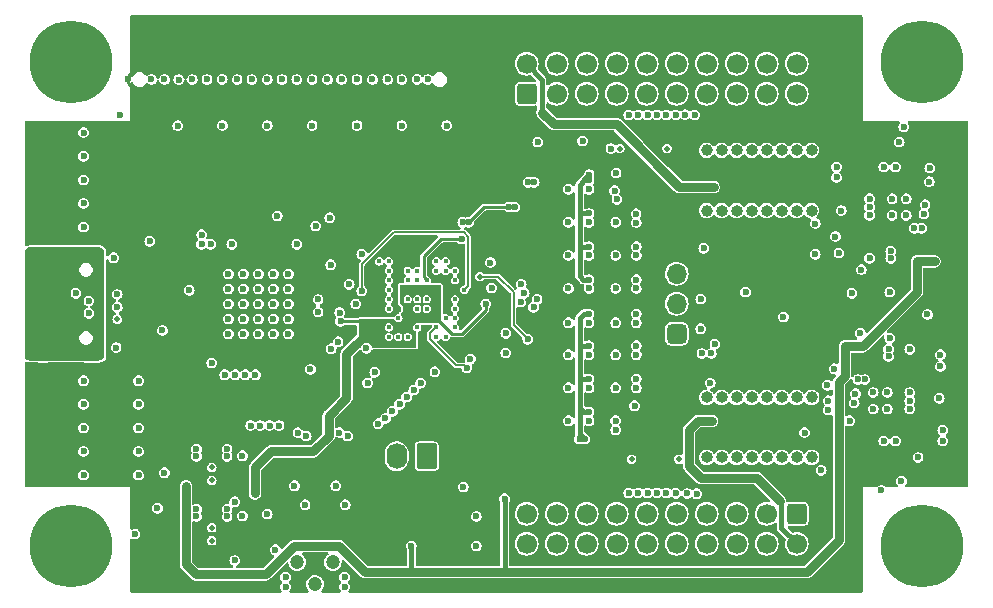
<source format=gbr>
%TF.GenerationSoftware,KiCad,Pcbnew,8.0.2-1*%
%TF.CreationDate,2024-05-28T01:52:33+02:00*%
%TF.ProjectId,glasgow,676c6173-676f-4772-9e6b-696361645f70,C3*%
%TF.SameCoordinates,Original*%
%TF.FileFunction,Copper,L3,Inr*%
%TF.FilePolarity,Positive*%
%FSLAX46Y46*%
G04 Gerber Fmt 4.6, Leading zero omitted, Abs format (unit mm)*
G04 Created by KiCad (PCBNEW 8.0.2-1) date 2024-05-28 01:52:33*
%MOMM*%
%LPD*%
G01*
G04 APERTURE LIST*
G04 Aperture macros list*
%AMRoundRect*
0 Rectangle with rounded corners*
0 $1 Rounding radius*
0 $2 $3 $4 $5 $6 $7 $8 $9 X,Y pos of 4 corners*
0 Add a 4 corners polygon primitive as box body*
4,1,4,$2,$3,$4,$5,$6,$7,$8,$9,$2,$3,0*
0 Add four circle primitives for the rounded corners*
1,1,$1+$1,$2,$3*
1,1,$1+$1,$4,$5*
1,1,$1+$1,$6,$7*
1,1,$1+$1,$8,$9*
0 Add four rect primitives between the rounded corners*
20,1,$1+$1,$2,$3,$4,$5,0*
20,1,$1+$1,$4,$5,$6,$7,0*
20,1,$1+$1,$6,$7,$8,$9,0*
20,1,$1+$1,$8,$9,$2,$3,0*%
G04 Aperture macros list end*
%TA.AperFunction,ComponentPad*%
%ADD10C,0.600000*%
%TD*%
%TA.AperFunction,ComponentPad*%
%ADD11C,1.000000*%
%TD*%
%TA.AperFunction,ComponentPad*%
%ADD12O,1.000000X1.000000*%
%TD*%
%TA.AperFunction,ComponentPad*%
%ADD13RoundRect,0.425000X0.425000X0.425000X-0.425000X0.425000X-0.425000X-0.425000X0.425000X-0.425000X0*%
%TD*%
%TA.AperFunction,ComponentPad*%
%ADD14O,1.700000X1.700000*%
%TD*%
%TA.AperFunction,ComponentPad*%
%ADD15C,0.800000*%
%TD*%
%TA.AperFunction,ComponentPad*%
%ADD16C,7.000000*%
%TD*%
%TA.AperFunction,ComponentPad*%
%ADD17RoundRect,0.250000X0.600000X-0.600000X0.600000X0.600000X-0.600000X0.600000X-0.600000X-0.600000X0*%
%TD*%
%TA.AperFunction,ComponentPad*%
%ADD18C,1.700000*%
%TD*%
%TA.AperFunction,ComponentPad*%
%ADD19O,2.100000X1.000000*%
%TD*%
%TA.AperFunction,ComponentPad*%
%ADD20O,1.600000X1.000000*%
%TD*%
%TA.AperFunction,ComponentPad*%
%ADD21RoundRect,0.249999X0.620001X0.850001X-0.620001X0.850001X-0.620001X-0.850001X0.620001X-0.850001X0*%
%TD*%
%TA.AperFunction,ComponentPad*%
%ADD22O,1.740000X2.200000*%
%TD*%
%TA.AperFunction,ComponentPad*%
%ADD23C,0.500000*%
%TD*%
%TA.AperFunction,ComponentPad*%
%ADD24RoundRect,0.250000X-0.600000X0.600000X-0.600000X-0.600000X0.600000X-0.600000X0.600000X0.600000X0*%
%TD*%
%TA.AperFunction,ComponentPad*%
%ADD25C,1.200000*%
%TD*%
%TA.AperFunction,ViaPad*%
%ADD26C,0.600000*%
%TD*%
%TA.AperFunction,ViaPad*%
%ADD27C,0.400000*%
%TD*%
%TA.AperFunction,ViaPad*%
%ADD28C,0.500000*%
%TD*%
%TA.AperFunction,Conductor*%
%ADD29C,0.250000*%
%TD*%
%TA.AperFunction,Conductor*%
%ADD30C,0.750000*%
%TD*%
%TA.AperFunction,Conductor*%
%ADD31C,0.450000*%
%TD*%
%TA.AperFunction,Conductor*%
%ADD32C,0.150000*%
%TD*%
G04 APERTURE END LIST*
D10*
%TO.N,GND*%
%TO.C,U1*%
X17310000Y27040000D03*
X17310000Y25770000D03*
X17310000Y24500000D03*
X17310000Y23230000D03*
X17310000Y21960000D03*
X18580000Y27040000D03*
X18580000Y25770000D03*
X18580000Y24500000D03*
X18580000Y23230000D03*
X18580000Y21960000D03*
X19850000Y27040000D03*
X19850000Y25770000D03*
X19850000Y24500000D03*
X19850000Y23230000D03*
X19850000Y21960000D03*
X21120000Y27040000D03*
X21120000Y25770000D03*
X21120000Y24500000D03*
X21120000Y23230000D03*
X21120000Y21960000D03*
X22390000Y27040000D03*
X22390000Y25770000D03*
X22390000Y24500000D03*
X22390000Y23230000D03*
X22390000Y21960000D03*
%TD*%
D11*
%TO.N,/IO_Banks/IO_Buffer_A/P0*%
%TO.C,J9*%
X57800000Y32400000D03*
D12*
%TO.N,/IO_Banks/IO_Buffer_A/P1*%
X59070000Y32400000D03*
%TO.N,/IO_Banks/IO_Buffer_A/P2*%
X60340000Y32400000D03*
%TO.N,/IO_Banks/IO_Buffer_A/P3*%
X61610000Y32400000D03*
%TO.N,/IO_Banks/IO_Buffer_A/P4*%
X62880000Y32400000D03*
%TO.N,/IO_Banks/IO_Buffer_A/P5*%
X64150000Y32400000D03*
%TO.N,/IO_Banks/IO_Buffer_A/P6*%
X65420000Y32400000D03*
%TO.N,/IO_Banks/IO_Buffer_A/P7*%
X66690000Y32400000D03*
%TD*%
D11*
%TO.N,/IO_Banks/IO_Buffer_B/Z0*%
%TO.C,J6*%
X66700000Y11500000D03*
D12*
%TO.N,/IO_Banks/IO_Buffer_B/Z1*%
X65430000Y11500000D03*
%TO.N,/IO_Banks/IO_Buffer_B/Z2*%
X64160000Y11500000D03*
%TO.N,/IO_Banks/IO_Buffer_B/Z3*%
X62890000Y11500000D03*
%TO.N,/IO_Banks/IO_Buffer_B/Z4*%
X61620000Y11500000D03*
%TO.N,/IO_Banks/IO_Buffer_B/Z5*%
X60350000Y11500000D03*
%TO.N,/IO_Banks/IO_Buffer_B/Z6*%
X59080000Y11500000D03*
%TO.N,/IO_Banks/IO_Buffer_B/Z7*%
X57810000Y11500000D03*
%TD*%
D11*
%TO.N,/IO_Banks/IO_Buffer_B/P0*%
%TO.C,J7*%
X66700000Y16580000D03*
D12*
%TO.N,/IO_Banks/IO_Buffer_B/P1*%
X65430000Y16580000D03*
%TO.N,/IO_Banks/IO_Buffer_B/P2*%
X64160000Y16580000D03*
%TO.N,/IO_Banks/IO_Buffer_B/P3*%
X62890000Y16580000D03*
%TO.N,/IO_Banks/IO_Buffer_B/P4*%
X61620000Y16580000D03*
%TO.N,/IO_Banks/IO_Buffer_B/P5*%
X60350000Y16580000D03*
%TO.N,/IO_Banks/IO_Buffer_B/P6*%
X59080000Y16580000D03*
%TO.N,/IO_Banks/IO_Buffer_B/P7*%
X57810000Y16580000D03*
%TD*%
D13*
%TO.N,GND*%
%TO.C,J10*%
X55270000Y21960000D03*
D14*
%TO.N,Net-(D12-K)*%
X55270000Y24500000D03*
%TO.N,Net-(D13-K)*%
X55270000Y27040000D03*
%TD*%
D15*
%TO.N,GND*%
%TO.C,MK1*%
X1375000Y4000000D03*
X2143845Y5856155D03*
X2143845Y2143845D03*
X4000000Y6625000D03*
D16*
X4000000Y4000000D03*
D15*
X4000000Y1375000D03*
X5856155Y5856155D03*
X5856155Y2143845D03*
X6625000Y4000000D03*
%TD*%
%TO.N,GND*%
%TO.C,MK2*%
X1375000Y45000000D03*
X2143845Y46856155D03*
X2143845Y43143845D03*
X4000000Y47625000D03*
D16*
X4000000Y45000000D03*
D15*
X4000000Y42375000D03*
X5856155Y46856155D03*
X5856155Y43143845D03*
X6625000Y45000000D03*
%TD*%
%TO.N,GND*%
%TO.C,MK4*%
X73375000Y4000000D03*
X74143845Y5856155D03*
X74143845Y2143845D03*
X76000000Y6625000D03*
D16*
X76000000Y4000000D03*
D15*
X76000000Y1375000D03*
X77856155Y5856155D03*
X77856155Y2143845D03*
X78625000Y4000000D03*
%TD*%
%TO.N,GND*%
%TO.C,MK3*%
X73375000Y45000000D03*
X74143845Y46856155D03*
X74143845Y43143845D03*
X76000000Y47625000D03*
D16*
X76000000Y45000000D03*
D15*
X76000000Y42375000D03*
X77856155Y46856155D03*
X77856155Y43143845D03*
X78625000Y45000000D03*
%TD*%
D11*
%TO.N,/IO_Banks/IO_Buffer_A/Z0*%
%TO.C,J8*%
X57800000Y37500000D03*
D12*
%TO.N,/IO_Banks/IO_Buffer_A/Z1*%
X59070000Y37500000D03*
%TO.N,/IO_Banks/IO_Buffer_A/Z2*%
X60340000Y37500000D03*
%TO.N,/IO_Banks/IO_Buffer_A/Z3*%
X61610000Y37500000D03*
%TO.N,/IO_Banks/IO_Buffer_A/Z4*%
X62880000Y37500000D03*
%TO.N,/IO_Banks/IO_Buffer_A/Z5*%
X64150000Y37500000D03*
%TO.N,/IO_Banks/IO_Buffer_A/Z6*%
X65420000Y37500000D03*
%TO.N,/IO_Banks/IO_Buffer_A/Z7*%
X66690000Y37500000D03*
%TD*%
D17*
%TO.N,/IO_Banks/IO_Buffer_A/VSENSE*%
%TO.C,J2*%
X42570000Y42280000D03*
D18*
%TO.N,/IO_Banks/VIOA*%
X42570000Y44820000D03*
%TO.N,/IO_Banks/IO_Buffer_A/Z0*%
X45110000Y42280000D03*
%TO.N,GND*%
X45110000Y44820000D03*
%TO.N,/IO_Banks/IO_Buffer_A/Z1*%
X47650000Y42280000D03*
%TO.N,GND*%
X47650000Y44820000D03*
%TO.N,/IO_Banks/IO_Buffer_A/Z2*%
X50190000Y42280000D03*
%TO.N,GND*%
X50190000Y44820000D03*
%TO.N,/IO_Banks/IO_Buffer_A/Z3*%
X52730000Y42280000D03*
%TO.N,GND*%
X52730000Y44820000D03*
%TO.N,/IO_Banks/IO_Buffer_A/Z4*%
X55270000Y42280000D03*
%TO.N,GND*%
X55270000Y44820000D03*
%TO.N,/IO_Banks/IO_Buffer_A/Z5*%
X57810000Y42280000D03*
%TO.N,GND*%
X57810000Y44820000D03*
%TO.N,/IO_Banks/IO_Buffer_A/Z6*%
X60350000Y42280000D03*
%TO.N,GND*%
X60350000Y44820000D03*
%TO.N,/IO_Banks/IO_Buffer_A/Z7*%
X62890000Y42280000D03*
%TO.N,GND*%
X62890000Y44820000D03*
%TO.N,unconnected-(J2-Pin_19-Pad19)*%
X65430000Y42280000D03*
%TO.N,unconnected-(J2-Pin_20-Pad20)*%
X65430000Y44820000D03*
%TD*%
D19*
%TO.N,/SHLD*%
%TO.C,J1*%
X5780000Y28820000D03*
D20*
X1600000Y28820000D03*
D19*
X5780000Y20180000D03*
D20*
X1600000Y20180000D03*
%TD*%
D21*
%TO.N,GND*%
%TO.C,J4*%
X34100000Y11600000D03*
D22*
%TO.N,/IO_Banks/~{SYNC}*%
X31560000Y11600000D03*
%TD*%
D23*
%TO.N,GND*%
%TO.C,U8*%
X15900000Y4450000D03*
X15900000Y5550000D03*
%TD*%
%TO.N,GND*%
%TO.C,U36*%
X15900000Y9550000D03*
X15900000Y10650000D03*
%TD*%
D24*
%TO.N,/IO_Banks/IO_Buffer_B/VSENSE*%
%TO.C,J3*%
X65430000Y6720000D03*
D18*
%TO.N,/IO_Banks/VIOB*%
X65430000Y4180000D03*
%TO.N,/IO_Banks/IO_Buffer_B/Z0*%
X62890000Y6720000D03*
%TO.N,GND*%
X62890000Y4180000D03*
%TO.N,/IO_Banks/IO_Buffer_B/Z1*%
X60350000Y6720000D03*
%TO.N,GND*%
X60350000Y4180000D03*
%TO.N,/IO_Banks/IO_Buffer_B/Z2*%
X57810000Y6720000D03*
%TO.N,GND*%
X57810000Y4180000D03*
%TO.N,/IO_Banks/IO_Buffer_B/Z3*%
X55270000Y6720000D03*
%TO.N,GND*%
X55270000Y4180000D03*
%TO.N,/IO_Banks/IO_Buffer_B/Z4*%
X52730000Y6720000D03*
%TO.N,GND*%
X52730000Y4180000D03*
%TO.N,/IO_Banks/IO_Buffer_B/Z5*%
X50190000Y6720000D03*
%TO.N,GND*%
X50190000Y4180000D03*
%TO.N,/IO_Banks/IO_Buffer_B/Z6*%
X47650000Y6720000D03*
%TO.N,GND*%
X47650000Y4180000D03*
%TO.N,/IO_Banks/IO_Buffer_B/Z7*%
X45110000Y6720000D03*
%TO.N,GND*%
X45110000Y4180000D03*
%TO.N,unconnected-(J3-Pin_19-Pad19)*%
X42570000Y6720000D03*
%TO.N,unconnected-(J3-Pin_20-Pad20)*%
X42570000Y4180000D03*
%TD*%
D25*
%TO.N,GND*%
%TO.C,SW1*%
X26150000Y2620000D03*
%TO.N,/~{MR}*%
X23150000Y2620000D03*
%TO.N,/SWSH*%
X24650000Y770000D03*
%TD*%
D26*
%TO.N,/SDA*%
X27400000Y13299902D03*
X38300000Y4000000D03*
X76700000Y36000000D03*
X17899998Y18500000D03*
X23900000Y13300000D03*
X68100000Y16300000D03*
X58200006Y20300000D03*
X73300000Y25500000D03*
D27*
X30900000Y22500000D03*
D26*
X67000000Y28700000D03*
D27*
%TO.N,+3V3*%
X34100000Y22500000D03*
D26*
X17600000Y19550000D03*
X14900000Y26750000D03*
X22600000Y19550000D03*
X14900000Y22750000D03*
X16800000Y29550000D03*
X23800000Y28450000D03*
X14900000Y24750000D03*
X46100000Y26550000D03*
X19550000Y4050000D03*
X76500000Y22600000D03*
X43599998Y12700000D03*
X50100000Y20950000D03*
D27*
X31700000Y24100000D03*
D26*
X9600000Y47000000D03*
X68800000Y37100000D03*
X25500000Y10700000D03*
X58350000Y26500000D03*
X68200000Y20500000D03*
X46100000Y29350000D03*
D27*
X36500000Y20900000D03*
D26*
X46100000Y18150000D03*
X37650000Y13650000D03*
X50100153Y15359371D03*
X66975090Y17600000D03*
X77800000Y11900000D03*
X50100000Y32150000D03*
X27600000Y29700000D03*
X50100000Y18150000D03*
X9700000Y39000000D03*
X24150000Y14600000D03*
X50100000Y26550000D03*
X70100000Y26400000D03*
X46100000Y23650000D03*
X11989606Y2491204D03*
X20600000Y5715000D03*
X50100000Y23650000D03*
X46100000Y15350000D03*
X46100000Y20950000D03*
X46100000Y32150000D03*
D27*
X35700000Y24100000D03*
D26*
X8800006Y43500000D03*
X32800000Y9000000D03*
X50093878Y34826788D03*
X40800000Y21100000D03*
X50093477Y29356523D03*
X24800000Y22700000D03*
X26100000Y7500000D03*
X19543821Y3549811D03*
X22000000Y10700000D03*
X46100000Y34950000D03*
X29200010Y20000000D03*
X69900000Y13700000D03*
X57550000Y30150000D03*
%TO.N,GND*%
X17200000Y11600000D03*
X17200000Y12200000D03*
X14600000Y11600000D03*
X14600000Y12200000D03*
X20000000Y14200000D03*
X19200000Y14200000D03*
X20800000Y14200000D03*
X21600000Y14200000D03*
X57300000Y24900000D03*
X8150000Y40450000D03*
X14600000Y7100000D03*
X18500000Y6550000D03*
X17200000Y7100000D03*
X17850000Y7750000D03*
X17200000Y6500000D03*
X14600000Y6500000D03*
D28*
X54450000Y37650000D03*
D26*
X74700000Y32000000D03*
X76500000Y23600000D03*
X73500000Y33400000D03*
X73500000Y32000000D03*
X70600000Y18100000D03*
X5050010Y14000000D03*
X50100000Y17400000D03*
X50100000Y22900000D03*
X61100000Y25500000D03*
X5049976Y33000000D03*
X50100000Y28600000D03*
X40800000Y20350000D03*
X19299996Y43500000D03*
X26400000Y9100000D03*
D27*
X33300000Y24100000D03*
D26*
X37200010Y9000000D03*
X29100000Y17800000D03*
X50087874Y14609560D03*
X23100006Y43500000D03*
X7800000Y20800006D03*
X14000000Y25650000D03*
X11900000Y43499998D03*
X75400000Y30900000D03*
X28200000Y39600000D03*
D27*
X32500000Y24900000D03*
D26*
X46100000Y25800000D03*
X5050000Y16000000D03*
X74700000Y33400000D03*
X5050004Y10000000D03*
X46100000Y34200000D03*
D28*
X50450000Y37650000D03*
D26*
X46100000Y22900000D03*
X7600000Y28400000D03*
X18500000Y11650000D03*
X23800000Y7500000D03*
X70800000Y22000000D03*
X73100000Y15600000D03*
D27*
X34100000Y24900000D03*
D26*
X5050000Y31000000D03*
X5050002Y35000000D03*
X15500000Y43500000D03*
X71900000Y17000000D03*
X5050000Y37000000D03*
X10799901Y43500000D03*
X50013397Y34081208D03*
D28*
X7900000Y23200000D03*
D26*
X5050000Y12000000D03*
X57300000Y22400000D03*
X35800000Y39600000D03*
X47300000Y38300000D03*
X50100000Y31400000D03*
X11720180Y22250009D03*
X40800000Y22000000D03*
X73100000Y17000000D03*
X27200000Y7500000D03*
X24250000Y18950000D03*
X68800000Y36100000D03*
X46100000Y20200000D03*
X64300000Y23400000D03*
X77500000Y16500000D03*
X46100000Y31400000D03*
X37799998Y19831889D03*
X30800012Y43500000D03*
X74500000Y39500000D03*
X66100000Y13600000D03*
X43200000Y34800000D03*
X71900000Y15600000D03*
D27*
X33300000Y24900000D03*
D26*
X46100000Y14600000D03*
X21280000Y3690000D03*
X10650000Y29800000D03*
X20600000Y39600000D03*
X42700000Y34800000D03*
X11900000Y10200000D03*
X74300000Y9500000D03*
X22900000Y9100000D03*
X5050000Y39000000D03*
X26899998Y43500000D03*
X17850000Y2774910D03*
X57400000Y20300000D03*
X32000000Y39600000D03*
X68700000Y30200000D03*
X24400000Y39600000D03*
D28*
X55450000Y11350000D03*
X51450000Y11350000D03*
D26*
X29000000Y20730358D03*
X50100000Y20200000D03*
X69200000Y32400000D03*
X76650000Y34850000D03*
X71200000Y18100000D03*
X5050000Y18000000D03*
X13024910Y39591062D03*
X50100000Y25800000D03*
X70100000Y25400000D03*
X57550000Y29200000D03*
X16800000Y39600000D03*
X46100000Y28600000D03*
X77800000Y12900000D03*
X34200075Y43499994D03*
X76000000Y30900000D03*
D27*
X34100000Y24100000D03*
D26*
X68024910Y17600000D03*
X46100000Y17400000D03*
X69900000Y14600000D03*
%TO.N,/SCL*%
X17000000Y18500000D03*
X68100000Y15500000D03*
X23200000Y13600000D03*
D27*
X31700000Y21700000D03*
D26*
X38300000Y6500000D03*
X58500000Y21100000D03*
X26700000Y13600000D03*
%TO.N,+5V*%
X13700000Y7950000D03*
X13700000Y3000038D03*
X13700000Y7400000D03*
X40700000Y8000000D03*
X76600000Y28100000D03*
X77100000Y28100000D03*
X13700000Y2449820D03*
X76100000Y28100000D03*
X71000000Y20900000D03*
X75600000Y28100000D03*
X13700000Y9050000D03*
X69500000Y20900000D03*
X32800000Y4000000D03*
X13700000Y8500000D03*
X70500000Y20900000D03*
X70000000Y20900000D03*
%TO.N,/~{CY_RESET}*%
X24700000Y31100000D03*
X9400014Y5000000D03*
%TO.N,/USB_P*%
X5500000Y24750000D03*
X5500000Y23700000D03*
%TO.N,/USB_N*%
X7900000Y25300000D03*
X7900000Y24205100D03*
D27*
%TO.N,/D0*%
X31700000Y23300000D03*
D26*
X18750000Y18500000D03*
%TO.N,/D1*%
X19599999Y18500000D03*
D27*
X30900000Y24100000D03*
D26*
%TO.N,/D2*%
X29700000Y18700000D03*
D27*
X30900000Y21700000D03*
D26*
%TO.N,/FPGA_DONE*%
X26600000Y21300000D03*
X24899996Y24874990D03*
%TO.N,/~{FPGA_RESET}*%
X26000000Y20700000D03*
X24902957Y23814816D03*
%TO.N,+1V2*%
X19550000Y8450000D03*
X19550000Y9150000D03*
X27300000Y18600000D03*
D27*
X34900000Y25700000D03*
X32500000Y25700000D03*
X34900000Y23300000D03*
D26*
X39100000Y24500000D03*
D27*
X32500000Y23300000D03*
D26*
X26803211Y23015765D03*
%TO.N,/CLKIF*%
X26737231Y23762769D03*
X15900000Y19500022D03*
D27*
%TO.N,/FLAGD*%
X30900000Y27300000D03*
D26*
X28600000Y28700000D03*
%TO.N,Net-(U12-Vin+)*%
X72800000Y12900000D03*
%TO.N,Net-(U12-Vin-)*%
X73800000Y12900000D03*
%TO.N,Net-(U21-Vin+)*%
X73800000Y36100000D03*
%TO.N,Net-(U21-Vin-)*%
X72800000Y36100000D03*
%TO.N,Net-(U12-Vbus)*%
X77800000Y13800000D03*
%TO.N,/~{ALERT}*%
X76300000Y32900000D03*
X27541925Y26158075D03*
X25900000Y31800002D03*
X25973150Y27805042D03*
X70299992Y16100000D03*
%TO.N,/CLKREF*%
X17600000Y29550000D03*
D27*
X37300000Y25700000D03*
D26*
X23100000Y29550000D03*
X28600000Y25600000D03*
%TO.N,/ENVB*%
X75700000Y11500000D03*
X15050002Y30350000D03*
X77600000Y19200000D03*
X72600000Y8700000D03*
%TO.N,/ENVA*%
X74100000Y38200000D03*
X21450008Y31950000D03*
D27*
%TO.N,/WR*%
X30900000Y26500000D03*
D26*
X15042375Y29543947D03*
%TO.N,/RD*%
X15800010Y29550000D03*
D27*
X30900000Y25700000D03*
%TO.N,/VCCPLL1*%
X36500000Y24100000D03*
%TO.N,/VCCPLL0*%
X30900000Y24900000D03*
%TO.N,/GNDPLL1*%
X36500000Y24900000D03*
D26*
%TO.N,/GNDPLL0*%
X28100000Y24500000D03*
%TO.N,Net-(U21-Vbus)*%
X68800000Y35200000D03*
%TO.N,/IO_Banks/IO_Buffer_B/Z0*%
X56962190Y8424910D03*
%TO.N,/IO_Banks/IO_Buffer_B/Z7*%
X51200000Y8500000D03*
%TO.N,/IO_Banks/IO_Buffer_B/Z1*%
X56147478Y8447478D03*
%TO.N,/IO_Banks/IO_Buffer_B/Z2*%
X55200000Y8462872D03*
%TO.N,/IO_Banks/IO_Buffer_B/Z3*%
X54400000Y8500000D03*
%TO.N,/IO_Banks/IO_Buffer_B/Z5*%
X52800000Y8500000D03*
%TO.N,/IO_Banks/IO_Buffer_B/Z4*%
X53600000Y8500000D03*
%TO.N,/IO_Banks/IO_Buffer_B/Z6*%
X52000000Y8500000D03*
%TO.N,/IO_Banks/IO_Buffer_A/Z0*%
X51200000Y40500000D03*
%TO.N,/IO_Banks/IO_Buffer_A/Z7*%
X56800000Y40500000D03*
%TO.N,/IO_Banks/IO_Buffer_A/Z1*%
X52000000Y40500000D03*
%TO.N,/IO_Banks/IO_Buffer_A/Z2*%
X52800000Y40500000D03*
%TO.N,/IO_Banks/IO_Buffer_A/Z3*%
X53600000Y40500000D03*
%TO.N,/IO_Banks/IO_Buffer_A/Z5*%
X55200000Y40500000D03*
%TO.N,/IO_Banks/IO_Buffer_A/Z4*%
X54400000Y40500000D03*
%TO.N,/IO_Banks/IO_Buffer_A/Z6*%
X55981323Y40523659D03*
%TO.N,/IO_Banks/QA4*%
X39600000Y25850000D03*
X39500000Y28000000D03*
D27*
%TO.N,/IO_Banks/U1*%
X32500000Y21700000D03*
D26*
X9700000Y18000000D03*
%TO.N,/IO_Banks/IO_Buffer_A/VSENSE*%
X43500000Y38200000D03*
%TO.N,/IO_Banks/VIOB*%
X75000000Y17000000D03*
X75000000Y15600000D03*
X75000000Y16300000D03*
X47050000Y13050000D03*
X51850000Y20950000D03*
X47850000Y15350000D03*
X51850000Y18150000D03*
X47850000Y18150000D03*
X58250000Y14600000D03*
X51700000Y15875600D03*
X51850000Y23650000D03*
X57750000Y14600000D03*
X58100000Y17800000D03*
X47500000Y13050000D03*
X47850000Y23650000D03*
X56200000Y11350000D03*
X68600012Y19000000D03*
X57300000Y14600000D03*
X47850000Y20950000D03*
%TO.N,/IO_Banks/VIOA*%
X49700000Y37650000D03*
X71600000Y33400000D03*
X67000000Y31300000D03*
X51828832Y32128832D03*
X47850000Y34950000D03*
X57900000Y34400000D03*
X47850000Y35450000D03*
X47850000Y26550000D03*
X57400000Y34400000D03*
X71600000Y32700000D03*
X51850000Y29350000D03*
X47850000Y32150000D03*
X47850000Y29350000D03*
X51850000Y26550000D03*
X50134260Y35575612D03*
X71600000Y32000000D03*
X58400000Y34400000D03*
D27*
%TO.N,/IO_Banks/U2*%
X33300000Y22500000D03*
D26*
X9700000Y16000000D03*
%TO.N,/IO_Banks/IO_Buffer_B/VSENSE*%
X67500000Y10400000D03*
%TO.N,/IO_Banks/U5*%
X9700000Y10000000D03*
D27*
X34900000Y22500000D03*
D26*
X37499986Y19100000D03*
%TO.N,/IO_Banks/U4*%
X9700000Y12000000D03*
D27*
X35700000Y21700000D03*
%TO.N,/IO_Banks/U3*%
X34900000Y21700000D03*
D26*
X9700000Y14000000D03*
%TO.N,/IO_Banks/Z4_P*%
X28200000Y43500000D03*
D27*
X35700000Y28100000D03*
%TO.N,/IO_Banks/Z5_P*%
X34900000Y28100000D03*
D26*
X25700000Y43500000D03*
D27*
%TO.N,/IO_Banks/Z12_N*%
X30900000Y28100000D03*
D26*
X14250000Y43500000D03*
%TO.N,/IO_Banks/Z12_P*%
X13114727Y43494675D03*
D27*
X30100000Y28100000D03*
%TO.N,/IO_Banks/Z1_N*%
X36500000Y27300000D03*
D26*
X32000000Y43500000D03*
%TO.N,/IO_Banks/Z4_N*%
X29500000Y43500000D03*
D27*
X35700000Y27300000D03*
D26*
%TO.N,/IO_Banks/Z5_N*%
X24400000Y43500000D03*
D27*
X34900000Y27300000D03*
%TO.N,/IO_Banks/Z7_N*%
X33300000Y27300000D03*
D26*
X20600000Y43500000D03*
%TO.N,/IO_Banks/Z9_P*%
X18050000Y43500000D03*
D27*
X32500000Y27300000D03*
%TO.N,/IO_Banks/Z9_N*%
X32500000Y26500000D03*
D26*
X16785000Y43515000D03*
D27*
%TO.N,/IO_Banks/Z1_P*%
X36500000Y26500000D03*
D26*
X33295000Y43505000D03*
%TO.N,/IO_Banks/VIO_AUX*%
X37050000Y30000000D03*
X41050000Y32700000D03*
X41550000Y32700000D03*
X37150000Y31400000D03*
D27*
X34100000Y26500000D03*
D26*
X37650000Y31400000D03*
D27*
%TO.N,/IO_Banks/Z7_P*%
X33300000Y26500000D03*
D26*
X21850000Y43500000D03*
D27*
%TO.N,/IO_Banks/DA0*%
X36500000Y23300000D03*
D26*
X47850000Y34200000D03*
%TO.N,/IO_Banks/DA4*%
X47850000Y28600000D03*
X42350000Y25400000D03*
%TO.N,/IO_Banks/DA6*%
X47850000Y25800000D03*
X43450000Y24900000D03*
D27*
%TO.N,/IO_Banks/DA1*%
X36500000Y22500000D03*
D26*
X50208259Y33355419D03*
%TO.N,/IO_Banks/DA3*%
X42100000Y26150072D03*
X51850603Y31379236D03*
%TO.N,/IO_Banks/DA5*%
X42045340Y24650000D03*
X51850000Y28600000D03*
%TO.N,/IO_Banks/DA7*%
X43150000Y24200000D03*
X51850000Y25800000D03*
%TO.N,/IO_Banks/DB0*%
X34799998Y18750188D03*
X47850000Y22900000D03*
%TO.N,/IO_Banks/DB4*%
X31800000Y16000000D03*
X47850000Y17400000D03*
%TO.N,/IO_Banks/DB6*%
X47850000Y14600000D03*
X30600000Y14800000D03*
%TO.N,/IO_Banks/DB1*%
X33600000Y17800000D03*
X51850000Y22900000D03*
%TO.N,/IO_Banks/DB3*%
X32400000Y16600000D03*
X51850000Y20200000D03*
%TO.N,/IO_Banks/DB5*%
X31200000Y15400000D03*
X51850000Y17400000D03*
%TO.N,/IO_Banks/DB7*%
X50100000Y13850000D03*
X30000000Y14349722D03*
%TO.N,/IO_Banks/DA2*%
X47850000Y31400000D03*
D27*
X35700000Y23300000D03*
D26*
%TO.N,/IO_Banks/DB2*%
X33000000Y17200000D03*
X47850000Y20200000D03*
%TO.N,/xVBUS*%
X4400000Y25400000D03*
%TO.N,/IO_Banks/IO_Buffer_B/VIO_EN*%
X77600000Y20200000D03*
X70400000Y16900000D03*
%TO.N,/IO_Banks/IO_Buffer_A/VIO_EN*%
X76200000Y32100000D03*
X69000000Y28800000D03*
%TO.N,/SWSH*%
X22150000Y1350000D03*
X27150000Y1350000D03*
X22150000Y550000D03*
X27150000Y550000D03*
%TO.N,/~{MR}*%
X11300000Y7200000D03*
%TO.N,/IO_Banks/IO_Buffer_B/VDAC*%
X73300000Y21600000D03*
%TO.N,/IO_Banks/IO_Buffer_A/VDAC*%
X70900000Y27400000D03*
%TO.N,Net-(U14-OUT)*%
X73200000Y20050000D03*
X73200000Y20650000D03*
X75000000Y20650000D03*
%TO.N,Net-(U31-OUT)*%
X73400000Y28350000D03*
X71600000Y28350000D03*
X73400000Y28950000D03*
%TO.N,Net-(U30A-IOT_219)*%
X42650000Y21500000D03*
D28*
X38600000Y26800000D03*
D26*
%TO.N,Net-(U3-A1)*%
X20607500Y6692500D03*
%TD*%
D29*
%TO.N,+3V3*%
X8800006Y43500000D02*
X8800006Y43199994D01*
X9700000Y42300000D02*
X9700000Y41300000D01*
X8800006Y43800006D02*
X9500000Y44500000D01*
X9500000Y44500000D02*
X9750000Y44500000D01*
X9700000Y41300000D02*
X9700000Y39000000D01*
X8800006Y43500000D02*
X8800006Y43800006D01*
X8800006Y43199994D02*
X9700000Y42300000D01*
D30*
%TO.N,+5V*%
X70500000Y20900000D02*
X71000000Y20900000D01*
X71000000Y20900000D02*
X75600000Y25500000D01*
X38900000Y1800000D02*
X40700000Y1800000D01*
X75600000Y25500000D02*
X75600000Y28100000D01*
X69000000Y4500000D02*
X66300000Y1800000D01*
X26650000Y4000000D02*
X22865146Y4000000D01*
X69500000Y20900000D02*
X70000000Y20900000D01*
X28850000Y1800000D02*
X26650000Y4000000D01*
X69500000Y20900000D02*
X69500000Y18400000D01*
X32800000Y1800000D02*
X28850000Y1800000D01*
X76600000Y28100000D02*
X77100000Y28100000D01*
X20465146Y1600000D02*
X14549820Y1600000D01*
X13700000Y7950000D02*
X13700000Y9050000D01*
X13700000Y3000038D02*
X13700000Y2449820D01*
X66300000Y1800000D02*
X40700000Y1800000D01*
X13700000Y7400000D02*
X13700000Y3000038D01*
D31*
X32800000Y1800000D02*
X32800000Y4000000D01*
D30*
X70000000Y20900000D02*
X70500000Y20900000D01*
X13700000Y8100000D02*
X13700000Y7400000D01*
D31*
X40700000Y1800000D02*
X40700000Y8000000D01*
D30*
X69500000Y18400000D02*
X69000000Y17900000D01*
X76100000Y28100000D02*
X76600000Y28100000D01*
X69000000Y17900000D02*
X69000000Y4500000D01*
X75600000Y28100000D02*
X76100000Y28100000D01*
X22865146Y4000000D02*
X20465146Y1600000D01*
X14549820Y1600000D02*
X13700000Y2449820D01*
X38900000Y1800000D02*
X32800000Y1800000D01*
D29*
%TO.N,+1V2*%
X36250000Y21950000D02*
X34900000Y23300000D01*
D30*
X19550000Y8450000D02*
X19550000Y8750000D01*
D29*
X32500000Y23300000D02*
X31975099Y22775099D01*
D31*
X32500000Y25700000D02*
X34900000Y25700000D01*
D30*
X27300000Y18600000D02*
X27300000Y20250000D01*
D29*
X39100000Y24500000D02*
X39100000Y24000000D01*
X31401755Y22775099D02*
X31151953Y23024901D01*
D30*
X25800000Y13300000D02*
X24500000Y12000000D01*
X19550000Y10650000D02*
X19550000Y8450000D01*
X27300000Y20250000D02*
X29600000Y22550000D01*
X20900000Y12000000D02*
X19550000Y10650000D01*
D29*
X29134235Y23015765D02*
X26803211Y23015765D01*
D30*
X19550000Y9150000D02*
X19550000Y8450000D01*
X27300000Y16529146D02*
X25800000Y15029146D01*
D29*
X29600000Y22550000D02*
X29134235Y23015765D01*
D30*
X27300000Y18600000D02*
X27300000Y16529146D01*
D31*
X34900000Y23300000D02*
X32500000Y23300000D01*
D29*
X31975099Y22775099D02*
X31401755Y22775099D01*
D31*
X34900000Y25700000D02*
X34900000Y23300000D01*
D29*
X31151953Y23024901D02*
X30074901Y23024901D01*
X37050000Y21950000D02*
X36250000Y21950000D01*
D30*
X25800000Y15029146D02*
X25800000Y13300000D01*
D29*
X30074901Y23024901D02*
X29600000Y22550000D01*
X39100000Y24000000D02*
X37050000Y21950000D01*
D30*
X24500000Y12000000D02*
X20900000Y12000000D01*
D32*
%TO.N,/CLKREF*%
X37300000Y25700000D02*
X37600000Y26000000D01*
X31300000Y30550000D02*
X28600000Y27850000D01*
X37600000Y30200000D02*
X37250000Y30550000D01*
X37600000Y26000000D02*
X37600000Y30200000D01*
X37250000Y30550000D02*
X31300000Y30550000D01*
X28600000Y27850000D02*
X28600000Y25600000D01*
D30*
%TO.N,/IO_Banks/VIOB*%
X56300000Y13850000D02*
X57050000Y14600000D01*
D31*
X47500000Y13050000D02*
X47050000Y13500000D01*
D30*
X56300000Y10800000D02*
X56300000Y13850000D01*
D31*
X47050000Y15700000D02*
X47400000Y15350000D01*
X64128501Y5531499D02*
X64128501Y7671499D01*
D30*
X57350000Y9750000D02*
X56300000Y10800000D01*
D31*
X47850000Y20950000D02*
X47050000Y20950000D01*
X47050000Y13500000D02*
X47050000Y13650000D01*
X57300000Y14600000D02*
X57750000Y14600000D01*
X47050000Y13050000D02*
X47500000Y13050000D01*
X47050000Y23300000D02*
X47050000Y15700000D01*
D30*
X64000000Y7800000D02*
X62050000Y9750000D01*
D31*
X47050000Y15700000D02*
X47050000Y13650000D01*
X47850000Y23650000D02*
X47400000Y23650000D01*
X64128501Y7671499D02*
X64000000Y7800000D01*
X47050000Y13650000D02*
X47050000Y13050000D01*
X47850000Y18150000D02*
X47050000Y18150000D01*
X47400000Y15350000D02*
X47850000Y15350000D01*
D30*
X57050000Y14600000D02*
X58250000Y14600000D01*
D31*
X47400000Y23650000D02*
X47050000Y23300000D01*
X65430000Y4230000D02*
X64128501Y5531499D01*
D30*
X62050000Y9750000D02*
X57350000Y9750000D01*
D31*
X57750000Y14600000D02*
X58250000Y14600000D01*
%TO.N,/IO_Banks/VIOA*%
X47070000Y32150000D02*
X47050000Y32170000D01*
X47050000Y26850000D02*
X47350000Y26550000D01*
D30*
X44875099Y39724901D02*
X50175099Y39724901D01*
D31*
X47450000Y35050000D02*
X47450000Y34950000D01*
X43850000Y43490000D02*
X43850000Y40750000D01*
X47850000Y32150000D02*
X47070000Y32150000D01*
X47850000Y29350000D02*
X47070000Y29350000D01*
X47450000Y34950000D02*
X47050000Y34550000D01*
X43850000Y40750000D02*
X43900000Y40700000D01*
D30*
X50175099Y39724901D02*
X55500000Y34400000D01*
D31*
X47850000Y34950000D02*
X47850000Y35450000D01*
X47350000Y26550000D02*
X47850000Y26550000D01*
X47050000Y32170000D02*
X47050000Y29330000D01*
D30*
X55500000Y34400000D02*
X57400000Y34400000D01*
X57800000Y34400000D02*
X57400000Y34400000D01*
D31*
X42570000Y44770000D02*
X43850000Y43490000D01*
D30*
X43900000Y40700000D02*
X44875099Y39724901D01*
D31*
X47850000Y35450000D02*
X47450000Y35050000D01*
X47070000Y29350000D02*
X47050000Y29330000D01*
X47050000Y29330000D02*
X47050000Y26850000D01*
D30*
X57900000Y34400000D02*
X58400000Y34400000D01*
D31*
X47850000Y34950000D02*
X47450000Y34950000D01*
X47050000Y34550000D02*
X47050000Y32170000D01*
D32*
%TO.N,/IO_Banks/U5*%
X37299986Y19300000D02*
X37499986Y19100000D01*
X34852116Y22500000D02*
X34352588Y22000472D01*
X36600000Y19300000D02*
X37299986Y19300000D01*
X34352588Y21547412D02*
X36600000Y19300000D01*
X34900000Y22500000D02*
X34852116Y22500000D01*
X34352588Y22000472D02*
X34352588Y21547412D01*
D29*
%TO.N,/IO_Banks/VIO_AUX*%
X41550000Y32700000D02*
X41050000Y32700000D01*
X41050000Y32700000D02*
X38950000Y32700000D01*
X35300000Y30000000D02*
X33850000Y28550000D01*
X37050000Y30000000D02*
X35300000Y30000000D01*
X33850000Y26750000D02*
X34100000Y26500000D01*
X37650000Y31400000D02*
X37150000Y31400000D01*
X38950000Y32700000D02*
X37650000Y31400000D01*
X33850000Y28550000D02*
X33850000Y26750000D01*
D32*
%TO.N,Net-(U30A-IOT_219)*%
X41450000Y25500000D02*
X41450000Y22700000D01*
X40150000Y26800000D02*
X41450000Y25500000D01*
X38600000Y26800000D02*
X40150000Y26800000D01*
X41450000Y22700000D02*
X42650000Y21500000D01*
%TD*%
%TA.AperFunction,Conductor*%
%TO.N,/SHLD*%
G36*
X6306433Y29299153D02*
G01*
X6321739Y29297138D01*
X6416489Y29284664D01*
X6441447Y29277977D01*
X6537960Y29238000D01*
X6560336Y29225082D01*
X6643216Y29161485D01*
X6661484Y29143217D01*
X6725079Y29060340D01*
X6738001Y29037958D01*
X6777975Y28941452D01*
X6784664Y28916488D01*
X6799153Y28806434D01*
X6800000Y28793512D01*
X6800000Y20206489D01*
X6799153Y20193567D01*
X6784664Y20083513D01*
X6777975Y20058549D01*
X6738001Y19962043D01*
X6725079Y19939661D01*
X6661487Y19856787D01*
X6643213Y19838513D01*
X6560339Y19774921D01*
X6537957Y19761999D01*
X6441451Y19722025D01*
X6416487Y19715336D01*
X6306434Y19700847D01*
X6293512Y19700000D01*
X506488Y19700000D01*
X493566Y19700847D01*
X383512Y19715336D01*
X358548Y19722025D01*
X262042Y19761999D01*
X239660Y19774921D01*
X156783Y19838516D01*
X138512Y19856788D01*
X74920Y19939663D01*
X61997Y19962047D01*
X58035Y19971613D01*
X50500Y20009496D01*
X50500Y21685766D01*
X4674500Y21685766D01*
X4674500Y21534234D01*
X4709086Y21405153D01*
X4713720Y21387861D01*
X4789481Y21256640D01*
X4789483Y21256638D01*
X4789485Y21256635D01*
X4896635Y21149485D01*
X4896637Y21149484D01*
X4896639Y21149482D01*
X5027861Y21073721D01*
X5027859Y21073721D01*
X5027863Y21073720D01*
X5027865Y21073719D01*
X5174234Y21034500D01*
X5174236Y21034500D01*
X5325764Y21034500D01*
X5325766Y21034500D01*
X5472135Y21073719D01*
X5472137Y21073721D01*
X5472139Y21073721D01*
X5603360Y21149482D01*
X5603360Y21149483D01*
X5603365Y21149485D01*
X5710515Y21256635D01*
X5786281Y21387865D01*
X5825500Y21534234D01*
X5825500Y21685766D01*
X5786281Y21832135D01*
X5786279Y21832138D01*
X5786279Y21832140D01*
X5710518Y21963361D01*
X5710516Y21963363D01*
X5710515Y21963365D01*
X5603365Y22070515D01*
X5603362Y22070517D01*
X5603360Y22070519D01*
X5472138Y22146280D01*
X5472140Y22146280D01*
X5415347Y22161497D01*
X5325766Y22185500D01*
X5174234Y22185500D01*
X5084652Y22161497D01*
X5027860Y22146280D01*
X4896639Y22070519D01*
X4789481Y21963361D01*
X4713720Y21832140D01*
X4713719Y21832135D01*
X4674500Y21685766D01*
X50500Y21685766D01*
X50500Y24750003D01*
X5044968Y24750003D01*
X5044968Y24749998D01*
X5063398Y24621809D01*
X5063399Y24621806D01*
X5117204Y24503989D01*
X5202014Y24406112D01*
X5202016Y24406111D01*
X5202017Y24406110D01*
X5310973Y24336088D01*
X5365799Y24319990D01*
X5416305Y24285454D01*
X5436867Y24227827D01*
X5419629Y24169120D01*
X5371176Y24131757D01*
X5365799Y24130010D01*
X5310973Y24113912D01*
X5310972Y24113912D01*
X5202014Y24043889D01*
X5117204Y23946012D01*
X5063399Y23828195D01*
X5063398Y23828192D01*
X5044968Y23700003D01*
X5044968Y23699998D01*
X5063398Y23571809D01*
X5063399Y23571806D01*
X5117204Y23453989D01*
X5202014Y23356112D01*
X5202016Y23356111D01*
X5202017Y23356110D01*
X5310973Y23286088D01*
X5435242Y23249600D01*
X5435244Y23249600D01*
X5564756Y23249600D01*
X5564758Y23249600D01*
X5689027Y23286088D01*
X5797983Y23356110D01*
X5882797Y23453991D01*
X5936600Y23571803D01*
X5955032Y23700000D01*
X5936600Y23828197D01*
X5882797Y23946009D01*
X5882795Y23946011D01*
X5882795Y23946012D01*
X5797985Y24043889D01*
X5689027Y24113912D01*
X5689024Y24113913D01*
X5634201Y24130010D01*
X5583694Y24164546D01*
X5563132Y24222173D01*
X5580370Y24280880D01*
X5628823Y24318242D01*
X5634201Y24319990D01*
X5689027Y24336088D01*
X5797983Y24406110D01*
X5882797Y24503991D01*
X5936600Y24621803D01*
X5955032Y24750000D01*
X5936600Y24878197D01*
X5882797Y24996009D01*
X5882795Y24996011D01*
X5882795Y24996012D01*
X5797985Y25093889D01*
X5689027Y25163912D01*
X5689024Y25163913D01*
X5564760Y25200400D01*
X5564758Y25200400D01*
X5435242Y25200400D01*
X5435239Y25200400D01*
X5310975Y25163913D01*
X5310972Y25163912D01*
X5202014Y25093889D01*
X5117204Y24996012D01*
X5063399Y24878195D01*
X5063398Y24878192D01*
X5044968Y24750003D01*
X50500Y24750003D01*
X50500Y25400003D01*
X3944968Y25400003D01*
X3944968Y25399998D01*
X3963398Y25271809D01*
X3963399Y25271806D01*
X4017204Y25153989D01*
X4102014Y25056112D01*
X4102016Y25056111D01*
X4102017Y25056110D01*
X4210973Y24986088D01*
X4335242Y24949600D01*
X4335244Y24949600D01*
X4464756Y24949600D01*
X4464758Y24949600D01*
X4589027Y24986088D01*
X4697983Y25056110D01*
X4782797Y25153991D01*
X4836600Y25271803D01*
X4855032Y25400000D01*
X4836600Y25528197D01*
X4782797Y25646009D01*
X4782795Y25646011D01*
X4782795Y25646012D01*
X4697985Y25743889D01*
X4589027Y25813912D01*
X4589024Y25813913D01*
X4464760Y25850400D01*
X4464758Y25850400D01*
X4335242Y25850400D01*
X4335239Y25850400D01*
X4210975Y25813913D01*
X4210972Y25813912D01*
X4102014Y25743889D01*
X4017204Y25646012D01*
X3963399Y25528195D01*
X3963398Y25528192D01*
X3944968Y25400003D01*
X50500Y25400003D01*
X50500Y27465766D01*
X4674500Y27465766D01*
X4674500Y27314234D01*
X4709086Y27185153D01*
X4713720Y27167861D01*
X4789481Y27036640D01*
X4789483Y27036638D01*
X4789485Y27036635D01*
X4896635Y26929485D01*
X4896637Y26929484D01*
X4896639Y26929482D01*
X5027861Y26853721D01*
X5027859Y26853721D01*
X5027863Y26853720D01*
X5027865Y26853719D01*
X5174234Y26814500D01*
X5174236Y26814500D01*
X5325764Y26814500D01*
X5325766Y26814500D01*
X5472135Y26853719D01*
X5472137Y26853721D01*
X5472139Y26853721D01*
X5603360Y26929482D01*
X5603360Y26929483D01*
X5603365Y26929485D01*
X5710515Y27036635D01*
X5786281Y27167865D01*
X5825500Y27314234D01*
X5825500Y27465766D01*
X5786281Y27612135D01*
X5786279Y27612138D01*
X5786279Y27612140D01*
X5710518Y27743361D01*
X5710516Y27743363D01*
X5710515Y27743365D01*
X5603365Y27850515D01*
X5603362Y27850517D01*
X5603360Y27850519D01*
X5472138Y27926280D01*
X5472140Y27926280D01*
X5415347Y27941497D01*
X5325766Y27965500D01*
X5174234Y27965500D01*
X5084652Y27941497D01*
X5027860Y27926280D01*
X4896639Y27850519D01*
X4789481Y27743361D01*
X4713720Y27612140D01*
X4713719Y27612135D01*
X4674500Y27465766D01*
X50500Y27465766D01*
X50500Y28990505D01*
X58033Y29028384D01*
X61999Y29037959D01*
X74916Y29060334D01*
X138518Y29143221D01*
X156779Y29161482D01*
X239666Y29225084D01*
X262035Y29237999D01*
X358554Y29277978D01*
X383508Y29284664D01*
X480923Y29297489D01*
X493567Y29299153D01*
X506488Y29300000D01*
X6293512Y29300000D01*
X6306433Y29299153D01*
G37*
%TD.AperFunction*%
%TD*%
%TA.AperFunction,Conductor*%
%TO.N,+1V2*%
G36*
X35285648Y26085648D02*
G01*
X35300000Y26051000D01*
X35300000Y22949000D01*
X35285648Y22914352D01*
X35251000Y22900000D01*
X33200000Y22900000D01*
X33200000Y22872451D01*
X33185648Y22837803D01*
X33173246Y22828792D01*
X33091417Y22787099D01*
X33091412Y22787095D01*
X33012905Y22708588D01*
X33012903Y22708585D01*
X32962500Y22609662D01*
X32962500Y22609661D01*
X32945131Y22500000D01*
X32962500Y22390339D01*
X33012905Y22291413D01*
X33091413Y22212905D01*
X33173246Y22171209D01*
X33197602Y22142694D01*
X33200000Y22127551D01*
X33200000Y20849000D01*
X33185648Y20814352D01*
X33151000Y20800000D01*
X29487477Y20800000D01*
X29452829Y20814352D01*
X29438976Y20842027D01*
X29436600Y20858555D01*
X29382797Y20976367D01*
X29297983Y21074248D01*
X29189027Y21144270D01*
X29189024Y21144271D01*
X29064762Y21180758D01*
X29064758Y21180758D01*
X28935242Y21180758D01*
X28935237Y21180758D01*
X28810975Y21144271D01*
X28702016Y21074248D01*
X28617205Y20976371D01*
X28617204Y20976369D01*
X28563400Y20858557D01*
X28563400Y20858556D01*
X28561024Y20842027D01*
X28541888Y20809774D01*
X28512523Y20800000D01*
X28399000Y20800000D01*
X28364352Y20814352D01*
X28350000Y20849000D01*
X28350000Y21700000D01*
X30545131Y21700000D01*
X30562500Y21590339D01*
X30607216Y21502577D01*
X30612905Y21491413D01*
X30691413Y21412905D01*
X30790339Y21362500D01*
X30900000Y21345131D01*
X31009661Y21362500D01*
X31108587Y21412905D01*
X31187095Y21491413D01*
X31237500Y21590339D01*
X31251603Y21679386D01*
X31262947Y21697896D01*
X31260358Y21699482D01*
X31259271Y21702106D01*
X31337052Y21702106D01*
X31339642Y21700519D01*
X31348395Y21679387D01*
X31362198Y21592247D01*
X31362500Y21590339D01*
X31407216Y21502577D01*
X31412905Y21491413D01*
X31491413Y21412905D01*
X31590339Y21362500D01*
X31700000Y21345131D01*
X31809661Y21362500D01*
X31908587Y21412905D01*
X31987095Y21491413D01*
X32037500Y21590339D01*
X32051603Y21679386D01*
X32062947Y21697896D01*
X32060358Y21699482D01*
X32059271Y21702106D01*
X32137052Y21702106D01*
X32139642Y21700519D01*
X32148395Y21679387D01*
X32162198Y21592247D01*
X32162500Y21590339D01*
X32207216Y21502577D01*
X32212905Y21491413D01*
X32291413Y21412905D01*
X32390339Y21362500D01*
X32500000Y21345131D01*
X32609661Y21362500D01*
X32708587Y21412905D01*
X32787095Y21491413D01*
X32837500Y21590339D01*
X32854869Y21700000D01*
X32837500Y21809661D01*
X32787095Y21908587D01*
X32708587Y21987095D01*
X32708584Y21987097D01*
X32609661Y22037500D01*
X32500000Y22054869D01*
X32390338Y22037500D01*
X32291415Y21987097D01*
X32291412Y21987095D01*
X32212905Y21908588D01*
X32212903Y21908585D01*
X32162500Y21809662D01*
X32162500Y21809661D01*
X32148396Y21720616D01*
X32137052Y21702106D01*
X32059271Y21702106D01*
X32051603Y21720615D01*
X32037500Y21809661D01*
X31987095Y21908587D01*
X31908587Y21987095D01*
X31908584Y21987097D01*
X31809661Y22037500D01*
X31700000Y22054869D01*
X31590338Y22037500D01*
X31491415Y21987097D01*
X31491412Y21987095D01*
X31412905Y21908588D01*
X31412903Y21908585D01*
X31362500Y21809662D01*
X31362500Y21809661D01*
X31348396Y21720616D01*
X31337052Y21702106D01*
X31259271Y21702106D01*
X31251603Y21720615D01*
X31237500Y21809661D01*
X31187095Y21908587D01*
X31108587Y21987095D01*
X31108584Y21987097D01*
X31009661Y22037500D01*
X30920614Y22051604D01*
X30902104Y22062948D01*
X30900518Y22060358D01*
X30879385Y22051604D01*
X30811374Y22040832D01*
X30790338Y22037500D01*
X30691415Y21987097D01*
X30691412Y21987095D01*
X30612905Y21908588D01*
X30612903Y21908585D01*
X30562500Y21809662D01*
X30545131Y21700000D01*
X28350000Y21700000D01*
X28350000Y22500000D01*
X30545131Y22500000D01*
X30562500Y22390339D01*
X30612905Y22291413D01*
X30691413Y22212905D01*
X30790339Y22162500D01*
X30879384Y22148397D01*
X30897894Y22137053D01*
X30899481Y22139642D01*
X30920613Y22148396D01*
X31009661Y22162500D01*
X31108587Y22212905D01*
X31187095Y22291413D01*
X31237500Y22390339D01*
X31254869Y22500000D01*
X31237500Y22609661D01*
X31187095Y22708587D01*
X31108587Y22787095D01*
X31108584Y22787097D01*
X31009661Y22837500D01*
X30900000Y22854869D01*
X30790338Y22837500D01*
X30691415Y22787097D01*
X30691412Y22787095D01*
X30612905Y22708588D01*
X30612903Y22708585D01*
X30562500Y22609662D01*
X30562500Y22609661D01*
X30545131Y22500000D01*
X28350000Y22500000D01*
X28350000Y23151000D01*
X28364352Y23185648D01*
X28399000Y23200000D01*
X31327550Y23200000D01*
X31362198Y23185648D01*
X31371209Y23173245D01*
X31412900Y23091420D01*
X31412903Y23091416D01*
X31412905Y23091413D01*
X31491413Y23012905D01*
X31590339Y22962500D01*
X31700000Y22945131D01*
X31809661Y22962500D01*
X31908587Y23012905D01*
X31987095Y23091413D01*
X32037500Y23190339D01*
X32054869Y23300000D01*
X32037500Y23409661D01*
X31987095Y23508587D01*
X31987093Y23508589D01*
X31914352Y23581331D01*
X31900000Y23615979D01*
X31900000Y23679704D01*
X31914352Y23714352D01*
X31962501Y23762501D01*
X32100000Y23900000D01*
X32100000Y24100000D01*
X32945131Y24100000D01*
X32962500Y23990339D01*
X33008529Y23900000D01*
X33012905Y23891413D01*
X33091413Y23812905D01*
X33190339Y23762500D01*
X33300000Y23745131D01*
X33409661Y23762500D01*
X33508587Y23812905D01*
X33587095Y23891413D01*
X33637500Y23990339D01*
X33651603Y24079386D01*
X33662947Y24097896D01*
X33660358Y24099482D01*
X33659271Y24102106D01*
X33737052Y24102106D01*
X33739642Y24100519D01*
X33748395Y24079387D01*
X33753114Y24049600D01*
X33762500Y23990339D01*
X33808529Y23900000D01*
X33812905Y23891413D01*
X33891413Y23812905D01*
X33990339Y23762500D01*
X34100000Y23745131D01*
X34209661Y23762500D01*
X34308587Y23812905D01*
X34387095Y23891413D01*
X34437500Y23990339D01*
X34454869Y24100000D01*
X34437500Y24209661D01*
X34387095Y24308587D01*
X34308587Y24387095D01*
X34308584Y24387097D01*
X34209661Y24437500D01*
X34120614Y24451604D01*
X34102104Y24462948D01*
X34100518Y24460358D01*
X34079385Y24451604D01*
X34011374Y24440832D01*
X33990338Y24437500D01*
X33891415Y24387097D01*
X33891412Y24387095D01*
X33812905Y24308588D01*
X33812903Y24308585D01*
X33762500Y24209662D01*
X33762500Y24209661D01*
X33748396Y24120616D01*
X33737052Y24102106D01*
X33659271Y24102106D01*
X33651603Y24120615D01*
X33637500Y24209661D01*
X33587095Y24308587D01*
X33508587Y24387095D01*
X33508584Y24387097D01*
X33409661Y24437500D01*
X33320614Y24451604D01*
X33302104Y24462948D01*
X33300518Y24460358D01*
X33279385Y24451604D01*
X33211374Y24440832D01*
X33190338Y24437500D01*
X33091415Y24387097D01*
X33091412Y24387095D01*
X33012905Y24308588D01*
X33012903Y24308585D01*
X32962500Y24209662D01*
X32945131Y24100000D01*
X32100000Y24100000D01*
X32100000Y24300000D01*
X31814352Y24585648D01*
X31800000Y24620296D01*
X31800000Y24900000D01*
X32145131Y24900000D01*
X32162500Y24790339D01*
X32212905Y24691413D01*
X32291413Y24612905D01*
X32390339Y24562500D01*
X32500000Y24545131D01*
X32609661Y24562500D01*
X32708587Y24612905D01*
X32787095Y24691413D01*
X32837500Y24790339D01*
X32851603Y24879386D01*
X32862947Y24897896D01*
X32860358Y24899482D01*
X32859271Y24902106D01*
X32937052Y24902106D01*
X32939642Y24900519D01*
X32948395Y24879387D01*
X32962500Y24790339D01*
X33012905Y24691413D01*
X33091413Y24612905D01*
X33190339Y24562500D01*
X33279384Y24548397D01*
X33297894Y24537053D01*
X33299481Y24539642D01*
X33320613Y24548396D01*
X33409661Y24562500D01*
X33508587Y24612905D01*
X33587095Y24691413D01*
X33637500Y24790339D01*
X33651603Y24879386D01*
X33662947Y24897896D01*
X33660358Y24899482D01*
X33659271Y24902106D01*
X33737052Y24902106D01*
X33739642Y24900519D01*
X33748395Y24879387D01*
X33762500Y24790339D01*
X33812905Y24691413D01*
X33891413Y24612905D01*
X33990339Y24562500D01*
X34079384Y24548397D01*
X34097894Y24537053D01*
X34099481Y24539642D01*
X34120613Y24548396D01*
X34209661Y24562500D01*
X34308587Y24612905D01*
X34387095Y24691413D01*
X34437500Y24790339D01*
X34454869Y24900000D01*
X34437500Y25009661D01*
X34387095Y25108587D01*
X34308587Y25187095D01*
X34308584Y25187097D01*
X34209661Y25237500D01*
X34100000Y25254869D01*
X33990338Y25237500D01*
X33891415Y25187097D01*
X33891412Y25187095D01*
X33812905Y25108588D01*
X33812903Y25108585D01*
X33762500Y25009662D01*
X33762500Y25009661D01*
X33748396Y24920616D01*
X33737052Y24902106D01*
X33659271Y24902106D01*
X33651603Y24920615D01*
X33637500Y25009661D01*
X33587095Y25108587D01*
X33508587Y25187095D01*
X33508584Y25187097D01*
X33409661Y25237500D01*
X33300000Y25254869D01*
X33190338Y25237500D01*
X33091415Y25187097D01*
X33091412Y25187095D01*
X33012905Y25108588D01*
X33012903Y25108585D01*
X32962500Y25009662D01*
X32962500Y25009661D01*
X32948396Y24920616D01*
X32937052Y24902106D01*
X32859271Y24902106D01*
X32851603Y24920615D01*
X32837500Y25009661D01*
X32787095Y25108587D01*
X32708587Y25187095D01*
X32708584Y25187097D01*
X32609661Y25237500D01*
X32500000Y25254869D01*
X32390338Y25237500D01*
X32291415Y25187097D01*
X32291412Y25187095D01*
X32212905Y25108588D01*
X32212903Y25108585D01*
X32162500Y25009662D01*
X32162500Y25009661D01*
X32145131Y24900000D01*
X31800000Y24900000D01*
X31800000Y26051000D01*
X31814352Y26085648D01*
X31849000Y26100000D01*
X35251000Y26100000D01*
X35285648Y26085648D01*
G37*
%TD.AperFunction*%
%TD*%
%TA.AperFunction,Conductor*%
%TO.N,+3V3*%
G36*
X70942121Y48929498D02*
G01*
X70988614Y48875842D01*
X71000000Y48823500D01*
X71000000Y40000002D01*
X71000000Y40000000D01*
X74061454Y40000081D01*
X74129573Y39980081D01*
X74176067Y39926426D01*
X74186173Y39856153D01*
X74156682Y39791571D01*
X74156680Y39791569D01*
X74117203Y39746010D01*
X74063400Y39628198D01*
X74063398Y39628191D01*
X74044968Y39500004D01*
X74044968Y39499997D01*
X74063398Y39371810D01*
X74063400Y39371803D01*
X74117203Y39253991D01*
X74117206Y39253987D01*
X74202014Y39156112D01*
X74202016Y39156111D01*
X74202017Y39156110D01*
X74310973Y39086088D01*
X74435242Y39049600D01*
X74564758Y39049600D01*
X74689027Y39086088D01*
X74797983Y39156110D01*
X74882797Y39253991D01*
X74936600Y39371803D01*
X74942654Y39413911D01*
X74955032Y39499997D01*
X74955032Y39500004D01*
X74936601Y39628191D01*
X74936600Y39628192D01*
X74936600Y39628197D01*
X74882797Y39746009D01*
X74843299Y39791592D01*
X74813807Y39856172D01*
X74823910Y39926446D01*
X74870403Y39980102D01*
X74938518Y40000104D01*
X79823498Y40000232D01*
X79891618Y39980232D01*
X79938112Y39926577D01*
X79949500Y39874232D01*
X79949500Y9125991D01*
X79929498Y9057870D01*
X79875842Y9011377D01*
X79823500Y8999991D01*
X74738610Y8999996D01*
X74670489Y9019998D01*
X74623996Y9073654D01*
X74613893Y9143928D01*
X74643385Y9208508D01*
X74682797Y9253991D01*
X74736600Y9371803D01*
X74742654Y9413911D01*
X74755032Y9499997D01*
X74755032Y9500004D01*
X74736601Y9628191D01*
X74736600Y9628192D01*
X74736600Y9628197D01*
X74682797Y9746009D01*
X74682793Y9746014D01*
X74597985Y9843889D01*
X74597983Y9843890D01*
X74556306Y9870674D01*
X74489027Y9913912D01*
X74489026Y9913913D01*
X74489025Y9913913D01*
X74364758Y9950400D01*
X74235242Y9950400D01*
X74110974Y9913913D01*
X74110971Y9913911D01*
X74002016Y9843890D01*
X74002014Y9843889D01*
X73917206Y9746014D01*
X73917203Y9746010D01*
X73863400Y9628198D01*
X73863398Y9628191D01*
X73844968Y9500004D01*
X73844968Y9499997D01*
X73863398Y9371810D01*
X73863400Y9371803D01*
X73917203Y9253991D01*
X73956613Y9208509D01*
X73986106Y9143928D01*
X73976001Y9073654D01*
X73929508Y9019999D01*
X73861388Y8999997D01*
X72993557Y8999998D01*
X72925436Y9020000D01*
X72898330Y9043490D01*
X72897983Y9043890D01*
X72789027Y9113912D01*
X72789026Y9113913D01*
X72789025Y9113913D01*
X72664758Y9150400D01*
X72535242Y9150400D01*
X72410974Y9113913D01*
X72410971Y9113911D01*
X72302016Y9043890D01*
X72302014Y9043889D01*
X72301661Y9043480D01*
X72301207Y9043189D01*
X72295208Y9037990D01*
X72294460Y9038854D01*
X72241931Y9005101D01*
X72206443Y9000000D01*
X71000000Y9000000D01*
X71000000Y176500D01*
X70979998Y108379D01*
X70926342Y61886D01*
X70874000Y50500D01*
X27589048Y50500D01*
X27520927Y70502D01*
X27474434Y124158D01*
X27464330Y194432D01*
X27493823Y259012D01*
X27521253Y290669D01*
X27532797Y303991D01*
X27586600Y421803D01*
X27605032Y550000D01*
X27605032Y550004D01*
X27586601Y678191D01*
X27586600Y678192D01*
X27586600Y678197D01*
X27532797Y796009D01*
X27470860Y867488D01*
X27441368Y932068D01*
X27451471Y1002342D01*
X27470861Y1032513D01*
X27532797Y1103991D01*
X27586600Y1221803D01*
X27605032Y1350000D01*
X27605032Y1350004D01*
X27586601Y1478191D01*
X27586600Y1478192D01*
X27586600Y1478197D01*
X27532797Y1596009D01*
X27512100Y1619895D01*
X27447985Y1693889D01*
X27447983Y1693890D01*
X27425296Y1708470D01*
X27339027Y1763912D01*
X27339026Y1763913D01*
X27339025Y1763913D01*
X27214758Y1800400D01*
X27085242Y1800400D01*
X26960974Y1763913D01*
X26960971Y1763911D01*
X26852016Y1693890D01*
X26852014Y1693889D01*
X26767206Y1596014D01*
X26767203Y1596010D01*
X26713400Y1478198D01*
X26713398Y1478191D01*
X26694968Y1350004D01*
X26694968Y1349997D01*
X26713398Y1221810D01*
X26713400Y1221803D01*
X26767203Y1103991D01*
X26829139Y1032512D01*
X26858632Y967931D01*
X26848527Y897657D01*
X26829139Y867488D01*
X26767203Y796010D01*
X26713400Y678198D01*
X26713398Y678191D01*
X26694968Y550004D01*
X26694968Y549997D01*
X26713398Y421810D01*
X26713400Y421803D01*
X26767203Y303991D01*
X26806177Y259012D01*
X26835670Y194431D01*
X26825565Y124157D01*
X26779072Y70502D01*
X26710952Y50500D01*
X25295916Y50500D01*
X25227795Y70502D01*
X25181302Y124158D01*
X25171198Y194432D01*
X25200692Y259012D01*
X25206821Y265595D01*
X25240394Y299169D01*
X25240398Y299173D01*
X25330365Y442354D01*
X25386215Y601964D01*
X25405148Y770000D01*
X25386215Y938036D01*
X25330365Y1097646D01*
X25240398Y1240827D01*
X25240394Y1240831D01*
X25240394Y1240832D01*
X25120831Y1360395D01*
X25120828Y1360397D01*
X25120827Y1360398D01*
X25039648Y1411407D01*
X24977645Y1450366D01*
X24868455Y1488573D01*
X24818036Y1506215D01*
X24650000Y1525148D01*
X24481964Y1506215D01*
X24481961Y1506215D01*
X24481961Y1506214D01*
X24322354Y1450366D01*
X24257456Y1409587D01*
X24179173Y1360398D01*
X24179171Y1360397D01*
X24179169Y1360395D01*
X24179168Y1360395D01*
X24059605Y1240832D01*
X24059605Y1240831D01*
X24059603Y1240829D01*
X24059602Y1240827D01*
X24030154Y1193962D01*
X23969634Y1097646D01*
X23917971Y950000D01*
X23913785Y938036D01*
X23894852Y770000D01*
X23913785Y601964D01*
X23913786Y601962D01*
X23969634Y442355D01*
X23969635Y442354D01*
X24059602Y299173D01*
X24059605Y299170D01*
X24059605Y299169D01*
X24093179Y265595D01*
X24127205Y203283D01*
X24122140Y132468D01*
X24079593Y75632D01*
X24013073Y50821D01*
X24004084Y50500D01*
X22589048Y50500D01*
X22520927Y70502D01*
X22474434Y124158D01*
X22464330Y194432D01*
X22493823Y259012D01*
X22521253Y290669D01*
X22532797Y303991D01*
X22586600Y421803D01*
X22605032Y550000D01*
X22605032Y550004D01*
X22586601Y678191D01*
X22586600Y678192D01*
X22586600Y678197D01*
X22532797Y796009D01*
X22470860Y867488D01*
X22441368Y932068D01*
X22451471Y1002342D01*
X22470861Y1032513D01*
X22532797Y1103991D01*
X22586600Y1221803D01*
X22605032Y1350000D01*
X22605032Y1350004D01*
X22586601Y1478191D01*
X22586600Y1478192D01*
X22586600Y1478197D01*
X22532797Y1596009D01*
X22512100Y1619895D01*
X22447985Y1693889D01*
X22447983Y1693890D01*
X22425296Y1708470D01*
X22339027Y1763912D01*
X22339026Y1763913D01*
X22339025Y1763913D01*
X22214758Y1800400D01*
X22085242Y1800400D01*
X21960974Y1763913D01*
X21960971Y1763911D01*
X21852016Y1693890D01*
X21852014Y1693889D01*
X21767206Y1596014D01*
X21767203Y1596010D01*
X21713400Y1478198D01*
X21713398Y1478191D01*
X21694968Y1350004D01*
X21694968Y1349997D01*
X21713398Y1221810D01*
X21713400Y1221803D01*
X21767203Y1103991D01*
X21829139Y1032512D01*
X21858632Y967931D01*
X21848527Y897657D01*
X21829139Y867488D01*
X21767203Y796010D01*
X21713400Y678198D01*
X21713398Y678191D01*
X21694968Y550004D01*
X21694968Y549997D01*
X21713398Y421810D01*
X21713400Y421803D01*
X21767203Y303991D01*
X21806177Y259012D01*
X21835670Y194431D01*
X21825565Y124157D01*
X21779072Y70502D01*
X21710952Y50500D01*
X9126000Y50500D01*
X9057879Y70502D01*
X9011386Y124158D01*
X9000000Y176500D01*
X9000000Y4490930D01*
X9020002Y4559051D01*
X9073658Y4605544D01*
X9143932Y4615648D01*
X9194122Y4596927D01*
X9210987Y4586088D01*
X9335256Y4549600D01*
X9464772Y4549600D01*
X9589041Y4586088D01*
X9697997Y4656110D01*
X9782811Y4753991D01*
X9836614Y4871803D01*
X9855046Y5000000D01*
X9855046Y5000004D01*
X9836615Y5128191D01*
X9836614Y5128192D01*
X9836614Y5128197D01*
X9782811Y5246009D01*
X9735165Y5300996D01*
X9697999Y5343889D01*
X9697997Y5343890D01*
X9617826Y5395413D01*
X9589041Y5413912D01*
X9589040Y5413913D01*
X9589039Y5413913D01*
X9464772Y5450400D01*
X9335256Y5450400D01*
X9210988Y5413913D01*
X9210981Y5413910D01*
X9194120Y5403073D01*
X9126000Y5383071D01*
X9057879Y5403073D01*
X9011386Y5456729D01*
X9000000Y5509071D01*
X9000000Y7200004D01*
X10844968Y7200004D01*
X10844968Y7199997D01*
X10863398Y7071810D01*
X10863400Y7071803D01*
X10917203Y6953991D01*
X10917206Y6953987D01*
X11002014Y6856112D01*
X11002016Y6856111D01*
X11002017Y6856110D01*
X11110973Y6786088D01*
X11235242Y6749600D01*
X11364758Y6749600D01*
X11489027Y6786088D01*
X11597983Y6856110D01*
X11682797Y6953991D01*
X11736600Y7071803D01*
X11740654Y7100000D01*
X11755032Y7199997D01*
X11755032Y7200004D01*
X11736601Y7328191D01*
X11736600Y7328192D01*
X11736600Y7328197D01*
X11682797Y7446009D01*
X11656375Y7476502D01*
X11597985Y7543889D01*
X11597983Y7543890D01*
X11575587Y7558283D01*
X11489027Y7613912D01*
X11489026Y7613913D01*
X11489025Y7613913D01*
X11364758Y7650400D01*
X11235242Y7650400D01*
X11110974Y7613913D01*
X11110971Y7613911D01*
X11002016Y7543890D01*
X11002014Y7543889D01*
X10917206Y7446014D01*
X10917203Y7446010D01*
X10863400Y7328198D01*
X10863398Y7328191D01*
X10844968Y7200004D01*
X9000000Y7200004D01*
X9000000Y9000000D01*
X176500Y9000000D01*
X108379Y9020002D01*
X61886Y9073658D01*
X51986Y9119169D01*
X13174600Y9119169D01*
X13174600Y2380650D01*
X13195207Y2303742D01*
X13198259Y2292354D01*
X13210405Y2247023D01*
X13210406Y2247021D01*
X13210407Y2247018D01*
X13279572Y2127221D01*
X13279580Y2127211D01*
X13384571Y2022220D01*
X13384582Y2022211D01*
X14227217Y1179575D01*
X14347023Y1110405D01*
X14480649Y1074600D01*
X14480650Y1074600D01*
X14480651Y1074600D01*
X20534315Y1074600D01*
X20534317Y1074600D01*
X20667943Y1110405D01*
X20706739Y1132804D01*
X20787749Y1179575D01*
X20885571Y1277397D01*
X20895938Y1287764D01*
X20895945Y1287774D01*
X22192966Y2584795D01*
X22255277Y2618819D01*
X22326093Y2613754D01*
X22382928Y2571207D01*
X22407267Y2509809D01*
X22413785Y2451964D01*
X22413785Y2451962D01*
X22413786Y2451961D01*
X22469634Y2292355D01*
X22469635Y2292354D01*
X22559602Y2149173D01*
X22559605Y2149170D01*
X22559605Y2149169D01*
X22679168Y2029606D01*
X22679170Y2029605D01*
X22679173Y2029602D01*
X22822354Y1939635D01*
X22981964Y1883785D01*
X23150000Y1864852D01*
X23318036Y1883785D01*
X23477646Y1939635D01*
X23620827Y2029602D01*
X23740398Y2149173D01*
X23830365Y2292354D01*
X23886215Y2451964D01*
X23905148Y2620000D01*
X23886215Y2788036D01*
X23830365Y2947646D01*
X23740398Y3090827D01*
X23740394Y3090831D01*
X23740394Y3090832D01*
X23620830Y3210396D01*
X23597095Y3225310D01*
X23570670Y3241914D01*
X23523634Y3295092D01*
X23512814Y3365259D01*
X23541647Y3430138D01*
X23600979Y3469128D01*
X23637708Y3474600D01*
X25662292Y3474600D01*
X25730413Y3454598D01*
X25776906Y3400942D01*
X25787010Y3330668D01*
X25757516Y3266088D01*
X25729329Y3241913D01*
X25679169Y3210396D01*
X25559605Y3090832D01*
X25559605Y3090831D01*
X25469634Y2947646D01*
X25421631Y2810459D01*
X25413785Y2788036D01*
X25394852Y2620000D01*
X25413785Y2451964D01*
X25421113Y2431022D01*
X25469634Y2292355D01*
X25469635Y2292354D01*
X25559602Y2149173D01*
X25559605Y2149170D01*
X25559605Y2149169D01*
X25679168Y2029606D01*
X25679170Y2029605D01*
X25679173Y2029602D01*
X25822354Y1939635D01*
X25981964Y1883785D01*
X26150000Y1864852D01*
X26318036Y1883785D01*
X26477646Y1939635D01*
X26620827Y2029602D01*
X26740398Y2149173D01*
X26830365Y2292354D01*
X26886215Y2451964D01*
X26905148Y2620000D01*
X26896980Y2692490D01*
X26909229Y2762419D01*
X26957342Y2814627D01*
X27026042Y2832536D01*
X27093519Y2810459D01*
X27111280Y2795692D01*
X28429574Y1477398D01*
X28429575Y1477397D01*
X28527397Y1379575D01*
X28527398Y1379574D01*
X28527400Y1379573D01*
X28597261Y1339239D01*
X28647203Y1310405D01*
X28780830Y1274600D01*
X28780832Y1274600D01*
X66369169Y1274600D01*
X66369171Y1274600D01*
X66502797Y1310405D01*
X66622603Y1379575D01*
X66720425Y1477397D01*
X66730790Y1487762D01*
X66730796Y1487771D01*
X69420425Y4177397D01*
X69489595Y4297203D01*
X69525400Y4430830D01*
X69525400Y4569171D01*
X69525400Y11500004D01*
X75244968Y11500004D01*
X75244968Y11499997D01*
X75263398Y11371810D01*
X75263400Y11371803D01*
X75317203Y11253991D01*
X75317206Y11253987D01*
X75402014Y11156112D01*
X75402016Y11156111D01*
X75402017Y11156110D01*
X75510973Y11086088D01*
X75635242Y11049600D01*
X75764758Y11049600D01*
X75889027Y11086088D01*
X75997983Y11156110D01*
X76082797Y11253991D01*
X76136600Y11371803D01*
X76151380Y11474600D01*
X76155032Y11499997D01*
X76155032Y11500004D01*
X76136601Y11628191D01*
X76136600Y11628192D01*
X76136600Y11628197D01*
X76082797Y11746009D01*
X76074580Y11755492D01*
X75997985Y11843889D01*
X75997983Y11843890D01*
X75981729Y11854336D01*
X75889027Y11913912D01*
X75889026Y11913913D01*
X75889025Y11913913D01*
X75764758Y11950400D01*
X75635242Y11950400D01*
X75510974Y11913913D01*
X75510971Y11913911D01*
X75402016Y11843890D01*
X75402014Y11843889D01*
X75317206Y11746014D01*
X75317203Y11746010D01*
X75263400Y11628198D01*
X75263398Y11628191D01*
X75244968Y11500004D01*
X69525400Y11500004D01*
X69525400Y12900004D01*
X72344968Y12900004D01*
X72344968Y12899997D01*
X72363398Y12771810D01*
X72363400Y12771803D01*
X72417203Y12653991D01*
X72417206Y12653987D01*
X72502014Y12556112D01*
X72502016Y12556111D01*
X72502017Y12556110D01*
X72610973Y12486088D01*
X72735242Y12449600D01*
X72864758Y12449600D01*
X72989027Y12486088D01*
X73097983Y12556110D01*
X73182797Y12653991D01*
X73185386Y12659661D01*
X73231877Y12713316D01*
X73299998Y12733319D01*
X73368119Y12713318D01*
X73414612Y12659664D01*
X73417203Y12653991D01*
X73417204Y12653990D01*
X73417206Y12653987D01*
X73502014Y12556112D01*
X73502016Y12556111D01*
X73502017Y12556110D01*
X73610973Y12486088D01*
X73735242Y12449600D01*
X73864758Y12449600D01*
X73989027Y12486088D01*
X74097983Y12556110D01*
X74182797Y12653991D01*
X74236600Y12771803D01*
X74242262Y12811185D01*
X74255032Y12899997D01*
X74255032Y12900004D01*
X74236601Y13028191D01*
X74236600Y13028192D01*
X74236600Y13028197D01*
X74182797Y13146009D01*
X74182793Y13146014D01*
X74097985Y13243889D01*
X74097983Y13243890D01*
X74030476Y13287274D01*
X73989027Y13313912D01*
X73989026Y13313913D01*
X73989025Y13313913D01*
X73864758Y13350400D01*
X73735242Y13350400D01*
X73610974Y13313913D01*
X73610971Y13313911D01*
X73502016Y13243890D01*
X73502014Y13243889D01*
X73417206Y13146014D01*
X73417201Y13146007D01*
X73414613Y13140339D01*
X73368120Y13086683D01*
X73299999Y13066682D01*
X73231878Y13086685D01*
X73185387Y13140339D01*
X73182798Y13146007D01*
X73182793Y13146014D01*
X73097985Y13243889D01*
X73097983Y13243890D01*
X73030476Y13287274D01*
X72989027Y13313912D01*
X72989026Y13313913D01*
X72989025Y13313913D01*
X72864758Y13350400D01*
X72735242Y13350400D01*
X72610974Y13313913D01*
X72610971Y13313911D01*
X72502016Y13243890D01*
X72502014Y13243889D01*
X72417206Y13146014D01*
X72417203Y13146010D01*
X72363400Y13028198D01*
X72363398Y13028191D01*
X72344968Y12900004D01*
X69525400Y12900004D01*
X69525400Y13800004D01*
X77344968Y13800004D01*
X77344968Y13799997D01*
X77363398Y13671810D01*
X77363400Y13671803D01*
X77417203Y13553991D01*
X77417206Y13553987D01*
X77502014Y13456112D01*
X77502018Y13456109D01*
X77502192Y13455997D01*
X77502327Y13455842D01*
X77508829Y13450207D01*
X77508018Y13449273D01*
X77548684Y13402341D01*
X77558787Y13332066D01*
X77529293Y13267486D01*
X77502192Y13244003D01*
X77502018Y13243892D01*
X77502014Y13243889D01*
X77417206Y13146014D01*
X77417203Y13146010D01*
X77363400Y13028198D01*
X77363398Y13028191D01*
X77344968Y12900004D01*
X77344968Y12899997D01*
X77363398Y12771810D01*
X77363400Y12771803D01*
X77417203Y12653991D01*
X77417206Y12653987D01*
X77502014Y12556112D01*
X77502016Y12556111D01*
X77502017Y12556110D01*
X77610973Y12486088D01*
X77735242Y12449600D01*
X77864758Y12449600D01*
X77989027Y12486088D01*
X78097983Y12556110D01*
X78182797Y12653991D01*
X78236600Y12771803D01*
X78242262Y12811185D01*
X78255032Y12899997D01*
X78255032Y12900004D01*
X78236601Y13028191D01*
X78236600Y13028192D01*
X78236600Y13028197D01*
X78182797Y13146009D01*
X78182793Y13146014D01*
X78097985Y13243889D01*
X78097813Y13243999D01*
X78097679Y13244154D01*
X78091171Y13249793D01*
X78091981Y13250729D01*
X78051318Y13297653D01*
X78041211Y13367926D01*
X78070701Y13432508D01*
X78097813Y13456001D01*
X78097983Y13456110D01*
X78104744Y13463912D01*
X78141310Y13506112D01*
X78182797Y13553991D01*
X78236600Y13671803D01*
X78242640Y13713814D01*
X78255032Y13799997D01*
X78255032Y13800004D01*
X78236601Y13928191D01*
X78236600Y13928192D01*
X78236600Y13928197D01*
X78182797Y14046009D01*
X78182793Y14046014D01*
X78097985Y14143889D01*
X78097983Y14143890D01*
X78056669Y14170441D01*
X77989027Y14213912D01*
X77989026Y14213913D01*
X77989025Y14213913D01*
X77864758Y14250400D01*
X77735242Y14250400D01*
X77610974Y14213913D01*
X77610971Y14213911D01*
X77502016Y14143890D01*
X77502014Y14143889D01*
X77417206Y14046014D01*
X77417203Y14046010D01*
X77363400Y13928198D01*
X77363398Y13928191D01*
X77344968Y13800004D01*
X69525400Y13800004D01*
X69525400Y14074777D01*
X69545402Y14142898D01*
X69599058Y14189391D01*
X69669332Y14199495D01*
X69703744Y14189390D01*
X69710968Y14186092D01*
X69710973Y14186088D01*
X69835242Y14149600D01*
X69964758Y14149600D01*
X70089027Y14186088D01*
X70197983Y14256110D01*
X70282797Y14353991D01*
X70336600Y14471803D01*
X70336872Y14473699D01*
X70355032Y14599997D01*
X70355032Y14600004D01*
X70336601Y14728191D01*
X70336600Y14728192D01*
X70336600Y14728197D01*
X70282797Y14846009D01*
X70282793Y14846014D01*
X70197985Y14943889D01*
X70197983Y14943890D01*
X70132322Y14986088D01*
X70089027Y15013912D01*
X70089026Y15013913D01*
X70089025Y15013913D01*
X69964758Y15050400D01*
X69835242Y15050400D01*
X69710974Y15013913D01*
X69703738Y15010608D01*
X69633463Y15000507D01*
X69568884Y15030003D01*
X69530502Y15089730D01*
X69525400Y15125224D01*
X69525400Y15600004D01*
X71444968Y15600004D01*
X71444968Y15599997D01*
X71463398Y15471810D01*
X71463400Y15471803D01*
X71517203Y15353991D01*
X71517206Y15353987D01*
X71602014Y15256112D01*
X71602016Y15256111D01*
X71602017Y15256110D01*
X71710973Y15186088D01*
X71835242Y15149600D01*
X71964758Y15149600D01*
X72089027Y15186088D01*
X72197983Y15256110D01*
X72282797Y15353991D01*
X72336600Y15471803D01*
X72340655Y15500004D01*
X72355032Y15599997D01*
X72355032Y15600004D01*
X72644968Y15600004D01*
X72644968Y15599997D01*
X72663398Y15471810D01*
X72663400Y15471803D01*
X72717203Y15353991D01*
X72717206Y15353987D01*
X72802014Y15256112D01*
X72802016Y15256111D01*
X72802017Y15256110D01*
X72910973Y15186088D01*
X73035242Y15149600D01*
X73164758Y15149600D01*
X73289027Y15186088D01*
X73397983Y15256110D01*
X73482797Y15353991D01*
X73536600Y15471803D01*
X73540655Y15500004D01*
X73555032Y15599997D01*
X73555032Y15600004D01*
X73536601Y15728191D01*
X73536600Y15728192D01*
X73536600Y15728197D01*
X73482797Y15846009D01*
X73481369Y15847657D01*
X73397985Y15943889D01*
X73397983Y15943890D01*
X73360576Y15967930D01*
X73289027Y16013912D01*
X73289026Y16013913D01*
X73289025Y16013913D01*
X73164758Y16050400D01*
X73035242Y16050400D01*
X72910974Y16013913D01*
X72910971Y16013911D01*
X72802016Y15943890D01*
X72802014Y15943889D01*
X72717206Y15846014D01*
X72717203Y15846010D01*
X72663400Y15728198D01*
X72663398Y15728191D01*
X72644968Y15600004D01*
X72355032Y15600004D01*
X72336601Y15728191D01*
X72336600Y15728192D01*
X72336600Y15728197D01*
X72282797Y15846009D01*
X72281369Y15847657D01*
X72197985Y15943889D01*
X72197983Y15943890D01*
X72160576Y15967930D01*
X72089027Y16013912D01*
X72089026Y16013913D01*
X72089025Y16013913D01*
X71964758Y16050400D01*
X71835242Y16050400D01*
X71710974Y16013913D01*
X71710971Y16013911D01*
X71602016Y15943890D01*
X71602014Y15943889D01*
X71517206Y15846014D01*
X71517203Y15846010D01*
X71463400Y15728198D01*
X71463398Y15728191D01*
X71444968Y15600004D01*
X69525400Y15600004D01*
X69525400Y16100004D01*
X69844960Y16100004D01*
X69844960Y16099997D01*
X69863390Y15971810D01*
X69863392Y15971803D01*
X69917195Y15853991D01*
X69917198Y15853987D01*
X70002006Y15756112D01*
X70002008Y15756111D01*
X70002009Y15756110D01*
X70110965Y15686088D01*
X70235234Y15649600D01*
X70364750Y15649600D01*
X70489019Y15686088D01*
X70597975Y15756110D01*
X70601491Y15760167D01*
X70647422Y15813175D01*
X70682789Y15853991D01*
X70736592Y15971803D01*
X70742646Y16013911D01*
X70755024Y16099997D01*
X70755024Y16100004D01*
X70736593Y16228191D01*
X70736592Y16228192D01*
X70736592Y16228197D01*
X70682789Y16346009D01*
X70666512Y16364794D01*
X70637019Y16429375D01*
X70647124Y16499649D01*
X70693617Y16553304D01*
X70693617Y16553305D01*
X70697983Y16556110D01*
X70782797Y16653991D01*
X70836600Y16771803D01*
X70844281Y16825224D01*
X70855032Y16899997D01*
X70855032Y16900004D01*
X70840654Y17000004D01*
X71444968Y17000004D01*
X71444968Y16999997D01*
X71463398Y16871810D01*
X71463400Y16871803D01*
X71517203Y16753991D01*
X71517206Y16753987D01*
X71602014Y16656112D01*
X71602016Y16656111D01*
X71602017Y16656110D01*
X71710973Y16586088D01*
X71835242Y16549600D01*
X71964758Y16549600D01*
X72089027Y16586088D01*
X72197983Y16656110D01*
X72282797Y16753991D01*
X72336600Y16871803D01*
X72342654Y16913911D01*
X72355032Y16999997D01*
X72355032Y17000004D01*
X72644968Y17000004D01*
X72644968Y16999997D01*
X72663398Y16871810D01*
X72663400Y16871803D01*
X72717203Y16753991D01*
X72717206Y16753987D01*
X72802014Y16656112D01*
X72802016Y16656111D01*
X72802017Y16656110D01*
X72910973Y16586088D01*
X73035242Y16549600D01*
X73164758Y16549600D01*
X73289027Y16586088D01*
X73397983Y16656110D01*
X73482797Y16753991D01*
X73536600Y16871803D01*
X73542654Y16913911D01*
X73555032Y16999997D01*
X73555032Y17000004D01*
X74544968Y17000004D01*
X74544968Y16999997D01*
X74563398Y16871810D01*
X74563400Y16871803D01*
X74617203Y16753991D01*
X74617206Y16753987D01*
X74635814Y16732511D01*
X74665307Y16667930D01*
X74655202Y16597656D01*
X74635814Y16567489D01*
X74617206Y16546014D01*
X74617203Y16546010D01*
X74563400Y16428198D01*
X74563398Y16428191D01*
X74544968Y16300004D01*
X74544968Y16299997D01*
X74563398Y16171810D01*
X74563400Y16171803D01*
X74617203Y16053991D01*
X74617206Y16053987D01*
X74635814Y16032511D01*
X74665307Y15967930D01*
X74655202Y15897656D01*
X74635814Y15867489D01*
X74617206Y15846014D01*
X74617203Y15846010D01*
X74563400Y15728198D01*
X74563398Y15728191D01*
X74544968Y15600004D01*
X74544968Y15599997D01*
X74563398Y15471810D01*
X74563400Y15471803D01*
X74617203Y15353991D01*
X74617206Y15353987D01*
X74702014Y15256112D01*
X74702016Y15256111D01*
X74702017Y15256110D01*
X74810973Y15186088D01*
X74935242Y15149600D01*
X75064758Y15149600D01*
X75189027Y15186088D01*
X75297983Y15256110D01*
X75382797Y15353991D01*
X75436600Y15471803D01*
X75440655Y15500004D01*
X75455032Y15599997D01*
X75455032Y15600004D01*
X75436601Y15728191D01*
X75436600Y15728192D01*
X75436600Y15728197D01*
X75382797Y15846009D01*
X75364185Y15867489D01*
X75334693Y15932067D01*
X75344796Y16002341D01*
X75364186Y16032513D01*
X75371366Y16040799D01*
X75382797Y16053991D01*
X75436600Y16171803D01*
X75438760Y16186826D01*
X75455032Y16299997D01*
X75455032Y16300004D01*
X75436601Y16428191D01*
X75436600Y16428192D01*
X75436600Y16428197D01*
X75403807Y16500004D01*
X77044968Y16500004D01*
X77044968Y16499997D01*
X77063398Y16371810D01*
X77063400Y16371803D01*
X77117203Y16253991D01*
X77117206Y16253987D01*
X77202014Y16156112D01*
X77202016Y16156111D01*
X77202017Y16156110D01*
X77310973Y16086088D01*
X77435242Y16049600D01*
X77564758Y16049600D01*
X77689027Y16086088D01*
X77797983Y16156110D01*
X77882797Y16253991D01*
X77936600Y16371803D01*
X77936872Y16373699D01*
X77955032Y16499997D01*
X77955032Y16500004D01*
X77936601Y16628191D01*
X77936600Y16628192D01*
X77936600Y16628197D01*
X77882797Y16746009D01*
X77882134Y16746774D01*
X77797985Y16843889D01*
X77797983Y16843890D01*
X77778965Y16856112D01*
X77689027Y16913912D01*
X77689026Y16913913D01*
X77689025Y16913913D01*
X77564758Y16950400D01*
X77435242Y16950400D01*
X77310974Y16913913D01*
X77310971Y16913911D01*
X77202016Y16843890D01*
X77202014Y16843889D01*
X77117206Y16746014D01*
X77117203Y16746010D01*
X77063400Y16628198D01*
X77063398Y16628191D01*
X77044968Y16500004D01*
X75403807Y16500004D01*
X75382797Y16546009D01*
X75364185Y16567489D01*
X75334693Y16632067D01*
X75344796Y16702341D01*
X75364186Y16732513D01*
X75367894Y16736792D01*
X75382797Y16753991D01*
X75436600Y16871803D01*
X75442654Y16913911D01*
X75455032Y16999997D01*
X75455032Y17000004D01*
X75436601Y17128191D01*
X75436600Y17128192D01*
X75436600Y17128197D01*
X75382797Y17246009D01*
X75380331Y17248855D01*
X75297985Y17343889D01*
X75297983Y17343890D01*
X75232322Y17386088D01*
X75189027Y17413912D01*
X75189026Y17413913D01*
X75189025Y17413913D01*
X75064758Y17450400D01*
X74935242Y17450400D01*
X74810974Y17413913D01*
X74810971Y17413911D01*
X74702016Y17343890D01*
X74702014Y17343889D01*
X74617206Y17246014D01*
X74617203Y17246010D01*
X74563400Y17128198D01*
X74563398Y17128191D01*
X74544968Y17000004D01*
X73555032Y17000004D01*
X73536601Y17128191D01*
X73536600Y17128192D01*
X73536600Y17128197D01*
X73482797Y17246009D01*
X73480331Y17248855D01*
X73397985Y17343889D01*
X73397983Y17343890D01*
X73332322Y17386088D01*
X73289027Y17413912D01*
X73289026Y17413913D01*
X73289025Y17413913D01*
X73164758Y17450400D01*
X73035242Y17450400D01*
X72910974Y17413913D01*
X72910971Y17413911D01*
X72802016Y17343890D01*
X72802014Y17343889D01*
X72717206Y17246014D01*
X72717203Y17246010D01*
X72663400Y17128198D01*
X72663398Y17128191D01*
X72644968Y17000004D01*
X72355032Y17000004D01*
X72336601Y17128191D01*
X72336600Y17128192D01*
X72336600Y17128197D01*
X72282797Y17246009D01*
X72280331Y17248855D01*
X72197985Y17343889D01*
X72197983Y17343890D01*
X72132322Y17386088D01*
X72089027Y17413912D01*
X72089026Y17413913D01*
X72089025Y17413913D01*
X71964758Y17450400D01*
X71835242Y17450400D01*
X71710974Y17413913D01*
X71710971Y17413911D01*
X71602016Y17343890D01*
X71602014Y17343889D01*
X71517206Y17246014D01*
X71517203Y17246010D01*
X71463400Y17128198D01*
X71463398Y17128191D01*
X71444968Y17000004D01*
X70840654Y17000004D01*
X70836601Y17028191D01*
X70836600Y17028192D01*
X70836600Y17028197D01*
X70782797Y17146009D01*
X70782793Y17146014D01*
X70697985Y17243889D01*
X70697983Y17243890D01*
X70671087Y17261175D01*
X70589027Y17313912D01*
X70589026Y17313913D01*
X70589025Y17313913D01*
X70464758Y17350400D01*
X70335242Y17350400D01*
X70210974Y17313913D01*
X70210971Y17313911D01*
X70102016Y17243890D01*
X70102014Y17243889D01*
X70017206Y17146014D01*
X70017203Y17146010D01*
X69963400Y17028198D01*
X69963398Y17028191D01*
X69944968Y16900004D01*
X69944968Y16899997D01*
X69963398Y16771810D01*
X69963400Y16771803D01*
X70017203Y16653991D01*
X70033479Y16635207D01*
X70062972Y16570626D01*
X70052867Y16500352D01*
X70006382Y16446702D01*
X70002013Y16443895D01*
X70002006Y16443889D01*
X69917198Y16346014D01*
X69917195Y16346010D01*
X69863392Y16228198D01*
X69863390Y16228191D01*
X69844960Y16100004D01*
X69525400Y16100004D01*
X69525400Y17630182D01*
X69545402Y17698303D01*
X69562305Y17719278D01*
X69714837Y17871810D01*
X69920425Y18077397D01*
X69920771Y18077998D01*
X69921195Y18078402D01*
X69925452Y18083949D01*
X69926316Y18083286D01*
X69972151Y18126992D01*
X70041864Y18140432D01*
X70107776Y18114049D01*
X70148961Y18056218D01*
X70154610Y18032934D01*
X70163398Y17971810D01*
X70163400Y17971803D01*
X70217203Y17853991D01*
X70217206Y17853987D01*
X70302014Y17756112D01*
X70302016Y17756111D01*
X70302017Y17756110D01*
X70410973Y17686088D01*
X70535242Y17649600D01*
X70664758Y17649600D01*
X70789027Y17686088D01*
X70831878Y17713628D01*
X70899999Y17733630D01*
X70968117Y17713630D01*
X70968122Y17713627D01*
X71010969Y17686090D01*
X71010971Y17686090D01*
X71010973Y17686088D01*
X71135242Y17649600D01*
X71264758Y17649600D01*
X71389027Y17686088D01*
X71497983Y17756110D01*
X71498813Y17757067D01*
X71541308Y17806110D01*
X71582797Y17853991D01*
X71636600Y17971803D01*
X71642654Y18013911D01*
X71655032Y18099997D01*
X71655032Y18100004D01*
X71636601Y18228191D01*
X71636600Y18228192D01*
X71636600Y18228197D01*
X71582797Y18346009D01*
X71582793Y18346014D01*
X71497985Y18443889D01*
X71497983Y18443890D01*
X71420183Y18493889D01*
X71389027Y18513912D01*
X71389026Y18513913D01*
X71389025Y18513913D01*
X71264758Y18550400D01*
X71135242Y18550400D01*
X71010974Y18513913D01*
X71010967Y18513910D01*
X70968120Y18486373D01*
X70899999Y18466371D01*
X70831880Y18486373D01*
X70789032Y18513910D01*
X70789025Y18513913D01*
X70664758Y18550400D01*
X70535242Y18550400D01*
X70410974Y18513913D01*
X70410971Y18513911D01*
X70302016Y18443890D01*
X70302014Y18443889D01*
X70246624Y18379964D01*
X70186898Y18341580D01*
X70115902Y18341580D01*
X70056176Y18379964D01*
X70026682Y18444544D01*
X70025400Y18462476D01*
X70025400Y20248600D01*
X70045402Y20316721D01*
X70099058Y20363214D01*
X70151400Y20374600D01*
X71069169Y20374600D01*
X71069171Y20374600D01*
X71202797Y20410405D01*
X71209647Y20414360D01*
X71322603Y20479575D01*
X71420425Y20577397D01*
X71430792Y20587764D01*
X71430799Y20587774D01*
X72644775Y21801749D01*
X72707086Y21835774D01*
X72777902Y21830709D01*
X72834737Y21788162D01*
X72859548Y21721642D01*
X72858586Y21694722D01*
X72845507Y21603744D01*
X72844968Y21599998D01*
X72844968Y21599997D01*
X72863398Y21471810D01*
X72863400Y21471803D01*
X72917203Y21353991D01*
X72917206Y21353987D01*
X73002014Y21256112D01*
X73005984Y21252672D01*
X73044364Y21192944D01*
X73044360Y21121947D01*
X73005973Y21062223D01*
X72991587Y21051454D01*
X72902016Y20993890D01*
X72902014Y20993889D01*
X72817206Y20896014D01*
X72817203Y20896010D01*
X72763400Y20778198D01*
X72763398Y20778191D01*
X72744968Y20650004D01*
X72744968Y20649997D01*
X72763398Y20521810D01*
X72763400Y20521803D01*
X72817956Y20402342D01*
X72828059Y20332068D01*
X72817956Y20297658D01*
X72763400Y20178198D01*
X72763398Y20178191D01*
X72744968Y20050004D01*
X72744968Y20049997D01*
X72763398Y19921810D01*
X72763400Y19921803D01*
X72817203Y19803991D01*
X72817206Y19803987D01*
X72902014Y19706112D01*
X72902016Y19706111D01*
X72902017Y19706110D01*
X73010973Y19636088D01*
X73135242Y19599600D01*
X73264758Y19599600D01*
X73389027Y19636088D01*
X73497983Y19706110D01*
X73505886Y19715230D01*
X73549349Y19765390D01*
X73582797Y19803991D01*
X73636600Y19921803D01*
X73641228Y19953991D01*
X73655032Y20049997D01*
X73655032Y20050004D01*
X73636601Y20178191D01*
X73636600Y20178192D01*
X73636600Y20178197D01*
X73582797Y20296009D01*
X73582796Y20296010D01*
X73582044Y20297657D01*
X73571939Y20367931D01*
X73582044Y20402343D01*
X73587532Y20414360D01*
X73636600Y20521803D01*
X73636872Y20523699D01*
X73655032Y20649997D01*
X73655032Y20650004D01*
X74544968Y20650004D01*
X74544968Y20649997D01*
X74563398Y20521810D01*
X74563400Y20521803D01*
X74617203Y20403991D01*
X74617206Y20403987D01*
X74702014Y20306112D01*
X74702016Y20306111D01*
X74702017Y20306110D01*
X74810973Y20236088D01*
X74935242Y20199600D01*
X75064758Y20199600D01*
X75066134Y20200004D01*
X77144968Y20200004D01*
X77144968Y20199997D01*
X77163398Y20071810D01*
X77163400Y20071803D01*
X77217203Y19953991D01*
X77217206Y19953987D01*
X77302014Y19856112D01*
X77302016Y19856111D01*
X77302017Y19856110D01*
X77339710Y19831886D01*
X77379992Y19805998D01*
X77426485Y19752342D01*
X77436588Y19682068D01*
X77407095Y19617487D01*
X77379992Y19594002D01*
X77302016Y19543890D01*
X77302014Y19543889D01*
X77217206Y19446014D01*
X77217203Y19446010D01*
X77163400Y19328198D01*
X77163398Y19328191D01*
X77144968Y19200004D01*
X77144968Y19199997D01*
X77163398Y19071810D01*
X77163400Y19071803D01*
X77217203Y18953991D01*
X77217206Y18953987D01*
X77302014Y18856112D01*
X77302016Y18856111D01*
X77302017Y18856110D01*
X77410973Y18786088D01*
X77535242Y18749600D01*
X77664758Y18749600D01*
X77789027Y18786088D01*
X77897983Y18856110D01*
X77982797Y18953991D01*
X78036600Y19071803D01*
X78042654Y19113911D01*
X78055032Y19199997D01*
X78055032Y19200004D01*
X78036601Y19328191D01*
X78036600Y19328192D01*
X78036600Y19328197D01*
X77982797Y19446009D01*
X77982793Y19446014D01*
X77897985Y19543889D01*
X77897983Y19543890D01*
X77870947Y19561265D01*
X77820006Y19594003D01*
X77773514Y19647658D01*
X77763410Y19717932D01*
X77792903Y19782512D01*
X77820007Y19805998D01*
X77897983Y19856110D01*
X77903057Y19861965D01*
X77946541Y19912149D01*
X77982797Y19953991D01*
X78036600Y20071803D01*
X78050979Y20171810D01*
X78055032Y20199997D01*
X78055032Y20200004D01*
X78036601Y20328191D01*
X78036600Y20328192D01*
X78036600Y20328197D01*
X77982797Y20446009D01*
X77982793Y20446014D01*
X77897985Y20543889D01*
X77897983Y20543890D01*
X77855889Y20570942D01*
X77789027Y20613912D01*
X77789026Y20613913D01*
X77789025Y20613913D01*
X77664758Y20650400D01*
X77535242Y20650400D01*
X77410974Y20613913D01*
X77410971Y20613911D01*
X77302016Y20543890D01*
X77302014Y20543889D01*
X77217206Y20446014D01*
X77217203Y20446010D01*
X77163400Y20328198D01*
X77163398Y20328191D01*
X77144968Y20200004D01*
X75066134Y20200004D01*
X75189027Y20236088D01*
X75297983Y20306110D01*
X75307178Y20316721D01*
X75342570Y20357566D01*
X75382797Y20403991D01*
X75436600Y20521803D01*
X75436872Y20523699D01*
X75455032Y20649997D01*
X75455032Y20650004D01*
X75436601Y20778191D01*
X75436600Y20778192D01*
X75436600Y20778197D01*
X75382797Y20896009D01*
X75382793Y20896014D01*
X75297985Y20993889D01*
X75297983Y20993890D01*
X75292630Y20997330D01*
X75189027Y21063912D01*
X75189026Y21063913D01*
X75189025Y21063913D01*
X75064758Y21100400D01*
X74935242Y21100400D01*
X74810974Y21063913D01*
X74810971Y21063911D01*
X74702016Y20993890D01*
X74702014Y20993889D01*
X74617206Y20896014D01*
X74617203Y20896010D01*
X74563400Y20778198D01*
X74563398Y20778191D01*
X74544968Y20650004D01*
X73655032Y20650004D01*
X73636601Y20778191D01*
X73636600Y20778192D01*
X73636600Y20778197D01*
X73582797Y20896009D01*
X73539472Y20946009D01*
X73497981Y20993893D01*
X73494015Y20997330D01*
X73455635Y21057058D01*
X73455639Y21128055D01*
X73494026Y21187778D01*
X73508409Y21198545D01*
X73597983Y21256110D01*
X73682797Y21353991D01*
X73736600Y21471803D01*
X73740530Y21499138D01*
X73755032Y21599997D01*
X73755032Y21600004D01*
X73736601Y21728191D01*
X73736600Y21728192D01*
X73736600Y21728197D01*
X73682797Y21846009D01*
X73682793Y21846014D01*
X73597985Y21943889D01*
X73597983Y21943890D01*
X73532322Y21986088D01*
X73489027Y22013912D01*
X73489026Y22013913D01*
X73489025Y22013913D01*
X73364758Y22050400D01*
X73235242Y22050400D01*
X73225000Y22047393D01*
X73154004Y22047396D01*
X73094279Y22085782D01*
X73064789Y22150364D01*
X73074896Y22220638D01*
X73100408Y22257382D01*
X74443031Y23600004D01*
X76044968Y23600004D01*
X76044968Y23599997D01*
X76063398Y23471810D01*
X76063400Y23471803D01*
X76117203Y23353991D01*
X76117206Y23353987D01*
X76202014Y23256112D01*
X76202016Y23256111D01*
X76202017Y23256110D01*
X76310973Y23186088D01*
X76435242Y23149600D01*
X76564758Y23149600D01*
X76689027Y23186088D01*
X76797983Y23256110D01*
X76798813Y23257067D01*
X76845690Y23311167D01*
X76882797Y23353991D01*
X76936600Y23471803D01*
X76940778Y23500863D01*
X76955032Y23599997D01*
X76955032Y23600004D01*
X76936601Y23728191D01*
X76936600Y23728192D01*
X76936600Y23728197D01*
X76882797Y23846009D01*
X76882793Y23846014D01*
X76797985Y23943889D01*
X76797983Y23943890D01*
X76720183Y23993889D01*
X76689027Y24013912D01*
X76689026Y24013913D01*
X76689025Y24013913D01*
X76564758Y24050400D01*
X76435242Y24050400D01*
X76310974Y24013913D01*
X76310971Y24013911D01*
X76202016Y23943890D01*
X76202014Y23943889D01*
X76117206Y23846014D01*
X76117203Y23846010D01*
X76063400Y23728198D01*
X76063398Y23728191D01*
X76044968Y23600004D01*
X74443031Y23600004D01*
X76020424Y25177396D01*
X76025443Y25186088D01*
X76089595Y25297203D01*
X76097148Y25325390D01*
X76110360Y25374696D01*
X76118918Y25406637D01*
X76125400Y25430829D01*
X76125400Y25569170D01*
X76125400Y27448600D01*
X76145402Y27516721D01*
X76199058Y27563214D01*
X76251400Y27574600D01*
X77169168Y27574600D01*
X77169170Y27574600D01*
X77302797Y27610405D01*
X77422603Y27679575D01*
X77520425Y27777397D01*
X77589595Y27897203D01*
X77625400Y28030830D01*
X77625400Y28169170D01*
X77589595Y28302797D01*
X77562340Y28350004D01*
X77520427Y28422600D01*
X77520419Y28422610D01*
X77422609Y28520420D01*
X77422599Y28520428D01*
X77302801Y28589593D01*
X77302798Y28589594D01*
X77302797Y28589595D01*
X77302795Y28589596D01*
X77302794Y28589596D01*
X77246125Y28604780D01*
X77169170Y28625400D01*
X76669170Y28625400D01*
X76169170Y28625400D01*
X75669170Y28625400D01*
X75530830Y28625400D01*
X75459222Y28606213D01*
X75397205Y28589596D01*
X75397198Y28589593D01*
X75277400Y28520428D01*
X75277390Y28520420D01*
X75179580Y28422610D01*
X75179572Y28422600D01*
X75110407Y28302802D01*
X75110404Y28302795D01*
X75091287Y28231448D01*
X75085450Y28209661D01*
X75074600Y28169169D01*
X75074600Y25769818D01*
X75054598Y25701697D01*
X75037695Y25680723D01*
X71442850Y22085879D01*
X71380538Y22051853D01*
X71309722Y22056918D01*
X71252887Y22099465D01*
X71239141Y22122632D01*
X71236600Y22128197D01*
X71182797Y22246009D01*
X71172938Y22257387D01*
X71097985Y22343889D01*
X71097983Y22343890D01*
X71085955Y22351620D01*
X70989027Y22413912D01*
X70989026Y22413913D01*
X70989025Y22413913D01*
X70864758Y22450400D01*
X70735242Y22450400D01*
X70610974Y22413913D01*
X70610971Y22413911D01*
X70502016Y22343890D01*
X70502014Y22343889D01*
X70417206Y22246014D01*
X70417203Y22246010D01*
X70363400Y22128198D01*
X70363398Y22128191D01*
X70344968Y22000004D01*
X70344968Y21999997D01*
X70363398Y21871810D01*
X70363400Y21871803D01*
X70417203Y21753991D01*
X70417206Y21753987D01*
X70502014Y21656112D01*
X70508829Y21650207D01*
X70507536Y21648715D01*
X70546505Y21603744D01*
X70556610Y21533470D01*
X70527118Y21468889D01*
X70467392Y21430504D01*
X70431892Y21425400D01*
X70069170Y21425400D01*
X69569170Y21425400D01*
X69430830Y21425400D01*
X69359222Y21406213D01*
X69297205Y21389596D01*
X69297198Y21389593D01*
X69177400Y21320428D01*
X69177390Y21320420D01*
X69079580Y21222610D01*
X69079572Y21222600D01*
X69010407Y21102802D01*
X69010404Y21102795D01*
X68997326Y21053987D01*
X68975308Y20971810D01*
X68974600Y20969169D01*
X68974600Y19525230D01*
X68954598Y19457109D01*
X68900942Y19410616D01*
X68830668Y19400512D01*
X68796265Y19410613D01*
X68789041Y19413912D01*
X68664770Y19450400D01*
X68535254Y19450400D01*
X68410986Y19413913D01*
X68410983Y19413911D01*
X68302028Y19343890D01*
X68302026Y19343889D01*
X68217218Y19246014D01*
X68217215Y19246010D01*
X68163412Y19128198D01*
X68163410Y19128191D01*
X68144980Y19000004D01*
X68144980Y18999997D01*
X68163410Y18871810D01*
X68163412Y18871803D01*
X68217215Y18753991D01*
X68217218Y18753987D01*
X68302026Y18656112D01*
X68302028Y18656111D01*
X68302029Y18656110D01*
X68410985Y18586088D01*
X68535254Y18549600D01*
X68602381Y18549600D01*
X68670502Y18529598D01*
X68716995Y18475942D01*
X68727099Y18405668D01*
X68697605Y18341088D01*
X68691476Y18334505D01*
X68579580Y18222610D01*
X68579572Y18222600D01*
X68510406Y18102802D01*
X68491197Y18031110D01*
X68454245Y17970487D01*
X68390384Y17939466D01*
X68319890Y17947894D01*
X68301369Y17957723D01*
X68235578Y18000004D01*
X68213937Y18013912D01*
X68213936Y18013913D01*
X68213935Y18013913D01*
X68089668Y18050400D01*
X67960152Y18050400D01*
X67835884Y18013913D01*
X67835881Y18013911D01*
X67726926Y17943890D01*
X67726924Y17943889D01*
X67642116Y17846014D01*
X67642113Y17846010D01*
X67588310Y17728198D01*
X67588308Y17728191D01*
X67569878Y17600004D01*
X67569878Y17599997D01*
X67588308Y17471810D01*
X67588310Y17471803D01*
X67642113Y17353991D01*
X67642116Y17353987D01*
X67726924Y17256112D01*
X67726926Y17256111D01*
X67726927Y17256110D01*
X67835883Y17186088D01*
X67960152Y17149600D01*
X68089668Y17149600D01*
X68213937Y17186088D01*
X68280479Y17228853D01*
X68348599Y17248855D01*
X68416720Y17228854D01*
X68463213Y17175198D01*
X68474600Y17122855D01*
X68474600Y16825224D01*
X68454598Y16757103D01*
X68400942Y16710610D01*
X68330668Y16700506D01*
X68296262Y16710608D01*
X68289025Y16713913D01*
X68164758Y16750400D01*
X68035242Y16750400D01*
X67910974Y16713913D01*
X67910971Y16713911D01*
X67802016Y16643890D01*
X67802014Y16643889D01*
X67717206Y16546014D01*
X67717203Y16546010D01*
X67663400Y16428198D01*
X67663398Y16428191D01*
X67644968Y16300004D01*
X67644968Y16299997D01*
X67663398Y16171810D01*
X67663400Y16171803D01*
X67717203Y16053991D01*
X67779139Y15982512D01*
X67808632Y15917931D01*
X67798527Y15847657D01*
X67779139Y15817488D01*
X67717203Y15746010D01*
X67663400Y15628198D01*
X67663398Y15628191D01*
X67644968Y15500004D01*
X67644968Y15499997D01*
X67663398Y15371810D01*
X67663400Y15371803D01*
X67717203Y15253991D01*
X67717206Y15253987D01*
X67802014Y15156112D01*
X67802016Y15156111D01*
X67802017Y15156110D01*
X67910973Y15086088D01*
X68035242Y15049600D01*
X68164758Y15049600D01*
X68289027Y15086088D01*
X68289034Y15086093D01*
X68296256Y15089390D01*
X68366530Y15099495D01*
X68431111Y15070003D01*
X68469496Y15010277D01*
X68474600Y14974777D01*
X68474600Y4769818D01*
X68454598Y4701697D01*
X68437695Y4680723D01*
X66119278Y2362305D01*
X66056966Y2328280D01*
X66030183Y2325400D01*
X41201400Y2325400D01*
X41133279Y2345402D01*
X41086786Y2399058D01*
X41075400Y2451400D01*
X41075400Y4180004D01*
X41564759Y4180004D01*
X41564759Y4179997D01*
X41584072Y3983896D01*
X41584073Y3983891D01*
X41584074Y3983887D01*
X41598598Y3936009D01*
X41641278Y3795310D01*
X41715683Y3656110D01*
X41734173Y3621518D01*
X41859187Y3469187D01*
X42011518Y3344173D01*
X42185311Y3251278D01*
X42373887Y3194074D01*
X42373893Y3194074D01*
X42373895Y3194073D01*
X42569997Y3174759D01*
X42570000Y3174759D01*
X42570003Y3174759D01*
X42766104Y3194073D01*
X42766104Y3194074D01*
X42766113Y3194074D01*
X42954689Y3251278D01*
X43128482Y3344173D01*
X43280813Y3469187D01*
X43405827Y3621518D01*
X43498722Y3795311D01*
X43555926Y3983887D01*
X43560851Y4033890D01*
X43575241Y4179997D01*
X43575241Y4180004D01*
X44104759Y4180004D01*
X44104759Y4179997D01*
X44124072Y3983896D01*
X44124073Y3983891D01*
X44124074Y3983887D01*
X44138598Y3936009D01*
X44181278Y3795310D01*
X44255683Y3656110D01*
X44274173Y3621518D01*
X44399187Y3469187D01*
X44551518Y3344173D01*
X44725311Y3251278D01*
X44913887Y3194074D01*
X44913893Y3194074D01*
X44913895Y3194073D01*
X45109997Y3174759D01*
X45110000Y3174759D01*
X45110003Y3174759D01*
X45306104Y3194073D01*
X45306104Y3194074D01*
X45306113Y3194074D01*
X45494689Y3251278D01*
X45668482Y3344173D01*
X45820813Y3469187D01*
X45945827Y3621518D01*
X46038722Y3795311D01*
X46095926Y3983887D01*
X46100851Y4033890D01*
X46115241Y4179997D01*
X46115241Y4180004D01*
X46644759Y4180004D01*
X46644759Y4179997D01*
X46664072Y3983896D01*
X46664073Y3983891D01*
X46664074Y3983887D01*
X46678598Y3936009D01*
X46721278Y3795310D01*
X46795683Y3656110D01*
X46814173Y3621518D01*
X46939187Y3469187D01*
X47091518Y3344173D01*
X47265311Y3251278D01*
X47453887Y3194074D01*
X47453893Y3194074D01*
X47453895Y3194073D01*
X47649997Y3174759D01*
X47650000Y3174759D01*
X47650003Y3174759D01*
X47846104Y3194073D01*
X47846104Y3194074D01*
X47846113Y3194074D01*
X48034689Y3251278D01*
X48208482Y3344173D01*
X48360813Y3469187D01*
X48485827Y3621518D01*
X48578722Y3795311D01*
X48635926Y3983887D01*
X48640851Y4033890D01*
X48655241Y4179997D01*
X48655241Y4180004D01*
X49184759Y4180004D01*
X49184759Y4179997D01*
X49204072Y3983896D01*
X49204073Y3983891D01*
X49204074Y3983887D01*
X49218598Y3936009D01*
X49261278Y3795310D01*
X49335683Y3656110D01*
X49354173Y3621518D01*
X49479187Y3469187D01*
X49631518Y3344173D01*
X49805311Y3251278D01*
X49993887Y3194074D01*
X49993893Y3194074D01*
X49993895Y3194073D01*
X50189997Y3174759D01*
X50190000Y3174759D01*
X50190003Y3174759D01*
X50386104Y3194073D01*
X50386104Y3194074D01*
X50386113Y3194074D01*
X50574689Y3251278D01*
X50748482Y3344173D01*
X50900813Y3469187D01*
X51025827Y3621518D01*
X51118722Y3795311D01*
X51175926Y3983887D01*
X51180851Y4033890D01*
X51195241Y4179997D01*
X51195241Y4180004D01*
X51724759Y4180004D01*
X51724759Y4179997D01*
X51744072Y3983896D01*
X51744073Y3983891D01*
X51744074Y3983887D01*
X51758598Y3936009D01*
X51801278Y3795310D01*
X51875683Y3656110D01*
X51894173Y3621518D01*
X52019187Y3469187D01*
X52171518Y3344173D01*
X52345311Y3251278D01*
X52533887Y3194074D01*
X52533893Y3194074D01*
X52533895Y3194073D01*
X52729997Y3174759D01*
X52730000Y3174759D01*
X52730003Y3174759D01*
X52926104Y3194073D01*
X52926104Y3194074D01*
X52926113Y3194074D01*
X53114689Y3251278D01*
X53288482Y3344173D01*
X53440813Y3469187D01*
X53565827Y3621518D01*
X53658722Y3795311D01*
X53715926Y3983887D01*
X53720851Y4033890D01*
X53735241Y4179997D01*
X53735241Y4180004D01*
X54264759Y4180004D01*
X54264759Y4179997D01*
X54284072Y3983896D01*
X54284073Y3983891D01*
X54284074Y3983887D01*
X54298598Y3936009D01*
X54341278Y3795310D01*
X54415683Y3656110D01*
X54434173Y3621518D01*
X54559187Y3469187D01*
X54711518Y3344173D01*
X54885311Y3251278D01*
X55073887Y3194074D01*
X55073893Y3194074D01*
X55073895Y3194073D01*
X55269997Y3174759D01*
X55270000Y3174759D01*
X55270003Y3174759D01*
X55466104Y3194073D01*
X55466104Y3194074D01*
X55466113Y3194074D01*
X55654689Y3251278D01*
X55828482Y3344173D01*
X55980813Y3469187D01*
X56105827Y3621518D01*
X56198722Y3795311D01*
X56255926Y3983887D01*
X56260851Y4033890D01*
X56275241Y4179997D01*
X56275241Y4180004D01*
X56804759Y4180004D01*
X56804759Y4179997D01*
X56824072Y3983896D01*
X56824073Y3983891D01*
X56824074Y3983887D01*
X56838598Y3936009D01*
X56881278Y3795310D01*
X56955683Y3656110D01*
X56974173Y3621518D01*
X57099187Y3469187D01*
X57251518Y3344173D01*
X57425311Y3251278D01*
X57613887Y3194074D01*
X57613893Y3194074D01*
X57613895Y3194073D01*
X57809997Y3174759D01*
X57810000Y3174759D01*
X57810003Y3174759D01*
X58006104Y3194073D01*
X58006104Y3194074D01*
X58006113Y3194074D01*
X58194689Y3251278D01*
X58368482Y3344173D01*
X58520813Y3469187D01*
X58645827Y3621518D01*
X58738722Y3795311D01*
X58795926Y3983887D01*
X58800851Y4033890D01*
X58815241Y4179997D01*
X58815241Y4180004D01*
X59344759Y4180004D01*
X59344759Y4179997D01*
X59364072Y3983896D01*
X59364073Y3983891D01*
X59364074Y3983887D01*
X59378598Y3936009D01*
X59421278Y3795310D01*
X59495683Y3656110D01*
X59514173Y3621518D01*
X59639187Y3469187D01*
X59791518Y3344173D01*
X59965311Y3251278D01*
X60153887Y3194074D01*
X60153893Y3194074D01*
X60153895Y3194073D01*
X60349997Y3174759D01*
X60350000Y3174759D01*
X60350003Y3174759D01*
X60546104Y3194073D01*
X60546104Y3194074D01*
X60546113Y3194074D01*
X60734689Y3251278D01*
X60908482Y3344173D01*
X61060813Y3469187D01*
X61185827Y3621518D01*
X61278722Y3795311D01*
X61335926Y3983887D01*
X61340851Y4033890D01*
X61355241Y4179997D01*
X61355241Y4180004D01*
X61884759Y4180004D01*
X61884759Y4179997D01*
X61904072Y3983896D01*
X61904073Y3983891D01*
X61904074Y3983887D01*
X61918598Y3936009D01*
X61961278Y3795310D01*
X62035683Y3656110D01*
X62054173Y3621518D01*
X62179187Y3469187D01*
X62331518Y3344173D01*
X62505311Y3251278D01*
X62693887Y3194074D01*
X62693893Y3194074D01*
X62693895Y3194073D01*
X62889997Y3174759D01*
X62890000Y3174759D01*
X62890003Y3174759D01*
X63086104Y3194073D01*
X63086104Y3194074D01*
X63086113Y3194074D01*
X63274689Y3251278D01*
X63448482Y3344173D01*
X63600813Y3469187D01*
X63725827Y3621518D01*
X63818722Y3795311D01*
X63875926Y3983887D01*
X63880851Y4033890D01*
X63895241Y4179997D01*
X63895241Y4180004D01*
X63875927Y4376105D01*
X63875926Y4376107D01*
X63875926Y4376113D01*
X63818722Y4564689D01*
X63725827Y4738482D01*
X63600813Y4890813D01*
X63448482Y5015827D01*
X63448480Y5015828D01*
X63448479Y5015829D01*
X63274690Y5108722D01*
X63210508Y5128191D01*
X63086113Y5165926D01*
X63086109Y5165927D01*
X63086104Y5165928D01*
X62890003Y5185241D01*
X62889997Y5185241D01*
X62693895Y5165928D01*
X62693889Y5165927D01*
X62693887Y5165926D01*
X62616017Y5142305D01*
X62505309Y5108722D01*
X62331520Y5015829D01*
X62179187Y4890813D01*
X62054171Y4738480D01*
X61961278Y4564691D01*
X61938499Y4489597D01*
X61905889Y4382094D01*
X61904072Y4376105D01*
X61884759Y4180004D01*
X61355241Y4180004D01*
X61335927Y4376105D01*
X61335926Y4376107D01*
X61335926Y4376113D01*
X61278722Y4564689D01*
X61185827Y4738482D01*
X61060813Y4890813D01*
X60908482Y5015827D01*
X60908480Y5015828D01*
X60908479Y5015829D01*
X60734690Y5108722D01*
X60670508Y5128191D01*
X60546113Y5165926D01*
X60546109Y5165927D01*
X60546104Y5165928D01*
X60350003Y5185241D01*
X60349997Y5185241D01*
X60153895Y5165928D01*
X60153889Y5165927D01*
X60153887Y5165926D01*
X60076017Y5142305D01*
X59965309Y5108722D01*
X59791520Y5015829D01*
X59639187Y4890813D01*
X59514171Y4738480D01*
X59421278Y4564691D01*
X59398499Y4489597D01*
X59365889Y4382094D01*
X59364072Y4376105D01*
X59344759Y4180004D01*
X58815241Y4180004D01*
X58795927Y4376105D01*
X58795926Y4376107D01*
X58795926Y4376113D01*
X58738722Y4564689D01*
X58645827Y4738482D01*
X58520813Y4890813D01*
X58368482Y5015827D01*
X58368480Y5015828D01*
X58368479Y5015829D01*
X58194690Y5108722D01*
X58130508Y5128191D01*
X58006113Y5165926D01*
X58006109Y5165927D01*
X58006104Y5165928D01*
X57810003Y5185241D01*
X57809997Y5185241D01*
X57613895Y5165928D01*
X57613889Y5165927D01*
X57613887Y5165926D01*
X57536017Y5142305D01*
X57425309Y5108722D01*
X57251520Y5015829D01*
X57099187Y4890813D01*
X56974171Y4738480D01*
X56881278Y4564691D01*
X56858499Y4489597D01*
X56825889Y4382094D01*
X56824072Y4376105D01*
X56804759Y4180004D01*
X56275241Y4180004D01*
X56255927Y4376105D01*
X56255926Y4376107D01*
X56255926Y4376113D01*
X56198722Y4564689D01*
X56105827Y4738482D01*
X55980813Y4890813D01*
X55828482Y5015827D01*
X55828480Y5015828D01*
X55828479Y5015829D01*
X55654690Y5108722D01*
X55590508Y5128191D01*
X55466113Y5165926D01*
X55466109Y5165927D01*
X55466104Y5165928D01*
X55270003Y5185241D01*
X55269997Y5185241D01*
X55073895Y5165928D01*
X55073889Y5165927D01*
X55073887Y5165926D01*
X54996017Y5142305D01*
X54885309Y5108722D01*
X54711520Y5015829D01*
X54559187Y4890813D01*
X54434171Y4738480D01*
X54341278Y4564691D01*
X54318499Y4489597D01*
X54285889Y4382094D01*
X54284072Y4376105D01*
X54264759Y4180004D01*
X53735241Y4180004D01*
X53715927Y4376105D01*
X53715926Y4376107D01*
X53715926Y4376113D01*
X53658722Y4564689D01*
X53565827Y4738482D01*
X53440813Y4890813D01*
X53288482Y5015827D01*
X53288480Y5015828D01*
X53288479Y5015829D01*
X53114690Y5108722D01*
X53050508Y5128191D01*
X52926113Y5165926D01*
X52926109Y5165927D01*
X52926104Y5165928D01*
X52730003Y5185241D01*
X52729997Y5185241D01*
X52533895Y5165928D01*
X52533889Y5165927D01*
X52533887Y5165926D01*
X52456017Y5142305D01*
X52345309Y5108722D01*
X52171520Y5015829D01*
X52019187Y4890813D01*
X51894171Y4738480D01*
X51801278Y4564691D01*
X51778499Y4489597D01*
X51745889Y4382094D01*
X51744072Y4376105D01*
X51724759Y4180004D01*
X51195241Y4180004D01*
X51175927Y4376105D01*
X51175926Y4376107D01*
X51175926Y4376113D01*
X51118722Y4564689D01*
X51025827Y4738482D01*
X50900813Y4890813D01*
X50748482Y5015827D01*
X50748480Y5015828D01*
X50748479Y5015829D01*
X50574690Y5108722D01*
X50510508Y5128191D01*
X50386113Y5165926D01*
X50386109Y5165927D01*
X50386104Y5165928D01*
X50190003Y5185241D01*
X50189997Y5185241D01*
X49993895Y5165928D01*
X49993889Y5165927D01*
X49993887Y5165926D01*
X49916017Y5142305D01*
X49805309Y5108722D01*
X49631520Y5015829D01*
X49479187Y4890813D01*
X49354171Y4738480D01*
X49261278Y4564691D01*
X49238499Y4489597D01*
X49205889Y4382094D01*
X49204072Y4376105D01*
X49184759Y4180004D01*
X48655241Y4180004D01*
X48635927Y4376105D01*
X48635926Y4376107D01*
X48635926Y4376113D01*
X48578722Y4564689D01*
X48485827Y4738482D01*
X48360813Y4890813D01*
X48208482Y5015827D01*
X48208480Y5015828D01*
X48208479Y5015829D01*
X48034690Y5108722D01*
X47970508Y5128191D01*
X47846113Y5165926D01*
X47846109Y5165927D01*
X47846104Y5165928D01*
X47650003Y5185241D01*
X47649997Y5185241D01*
X47453895Y5165928D01*
X47453889Y5165927D01*
X47453887Y5165926D01*
X47376017Y5142305D01*
X47265309Y5108722D01*
X47091520Y5015829D01*
X46939187Y4890813D01*
X46814171Y4738480D01*
X46721278Y4564691D01*
X46698499Y4489597D01*
X46665889Y4382094D01*
X46664072Y4376105D01*
X46644759Y4180004D01*
X46115241Y4180004D01*
X46095927Y4376105D01*
X46095926Y4376107D01*
X46095926Y4376113D01*
X46038722Y4564689D01*
X45945827Y4738482D01*
X45820813Y4890813D01*
X45668482Y5015827D01*
X45668480Y5015828D01*
X45668479Y5015829D01*
X45494690Y5108722D01*
X45430508Y5128191D01*
X45306113Y5165926D01*
X45306109Y5165927D01*
X45306104Y5165928D01*
X45110003Y5185241D01*
X45109997Y5185241D01*
X44913895Y5165928D01*
X44913889Y5165927D01*
X44913887Y5165926D01*
X44836017Y5142305D01*
X44725309Y5108722D01*
X44551520Y5015829D01*
X44399187Y4890813D01*
X44274171Y4738480D01*
X44181278Y4564691D01*
X44158499Y4489597D01*
X44125889Y4382094D01*
X44124072Y4376105D01*
X44104759Y4180004D01*
X43575241Y4180004D01*
X43555927Y4376105D01*
X43555926Y4376107D01*
X43555926Y4376113D01*
X43498722Y4564689D01*
X43405827Y4738482D01*
X43280813Y4890813D01*
X43128482Y5015827D01*
X43128480Y5015828D01*
X43128479Y5015829D01*
X42954690Y5108722D01*
X42890508Y5128191D01*
X42766113Y5165926D01*
X42766109Y5165927D01*
X42766104Y5165928D01*
X42570003Y5185241D01*
X42569997Y5185241D01*
X42373895Y5165928D01*
X42373889Y5165927D01*
X42373887Y5165926D01*
X42296017Y5142305D01*
X42185309Y5108722D01*
X42011520Y5015829D01*
X41859187Y4890813D01*
X41734171Y4738480D01*
X41641278Y4564691D01*
X41618499Y4489597D01*
X41585889Y4382094D01*
X41584072Y4376105D01*
X41564759Y4180004D01*
X41075400Y4180004D01*
X41075400Y6720004D01*
X41564759Y6720004D01*
X41564759Y6719997D01*
X41584072Y6523896D01*
X41584073Y6523891D01*
X41584074Y6523887D01*
X41607552Y6446491D01*
X41641278Y6335310D01*
X41734171Y6161521D01*
X41734173Y6161518D01*
X41859187Y6009187D01*
X42011518Y5884173D01*
X42036773Y5870674D01*
X42176639Y5795913D01*
X42185311Y5791278D01*
X42373887Y5734074D01*
X42373893Y5734074D01*
X42373895Y5734073D01*
X42569997Y5714759D01*
X42570000Y5714759D01*
X42570003Y5714759D01*
X42766104Y5734073D01*
X42766104Y5734074D01*
X42766113Y5734074D01*
X42954689Y5791278D01*
X43128482Y5884173D01*
X43280813Y6009187D01*
X43405827Y6161518D01*
X43498722Y6335311D01*
X43555926Y6523887D01*
X43566199Y6628191D01*
X43575241Y6719997D01*
X43575241Y6720004D01*
X44104759Y6720004D01*
X44104759Y6719997D01*
X44124072Y6523896D01*
X44124073Y6523891D01*
X44124074Y6523887D01*
X44147552Y6446491D01*
X44181278Y6335310D01*
X44274171Y6161521D01*
X44274173Y6161518D01*
X44399187Y6009187D01*
X44551518Y5884173D01*
X44576773Y5870674D01*
X44716639Y5795913D01*
X44725311Y5791278D01*
X44913887Y5734074D01*
X44913893Y5734074D01*
X44913895Y5734073D01*
X45109997Y5714759D01*
X45110000Y5714759D01*
X45110003Y5714759D01*
X45306104Y5734073D01*
X45306104Y5734074D01*
X45306113Y5734074D01*
X45494689Y5791278D01*
X45668482Y5884173D01*
X45820813Y6009187D01*
X45945827Y6161518D01*
X46038722Y6335311D01*
X46095926Y6523887D01*
X46106199Y6628191D01*
X46115241Y6719997D01*
X46115241Y6720004D01*
X46644759Y6720004D01*
X46644759Y6719997D01*
X46664072Y6523896D01*
X46664073Y6523891D01*
X46664074Y6523887D01*
X46687552Y6446491D01*
X46721278Y6335310D01*
X46814171Y6161521D01*
X46814173Y6161518D01*
X46939187Y6009187D01*
X47091518Y5884173D01*
X47116773Y5870674D01*
X47256639Y5795913D01*
X47265311Y5791278D01*
X47453887Y5734074D01*
X47453893Y5734074D01*
X47453895Y5734073D01*
X47649997Y5714759D01*
X47650000Y5714759D01*
X47650003Y5714759D01*
X47846104Y5734073D01*
X47846104Y5734074D01*
X47846113Y5734074D01*
X48034689Y5791278D01*
X48208482Y5884173D01*
X48360813Y6009187D01*
X48485827Y6161518D01*
X48578722Y6335311D01*
X48635926Y6523887D01*
X48646199Y6628191D01*
X48655241Y6719997D01*
X48655241Y6720004D01*
X49184759Y6720004D01*
X49184759Y6719997D01*
X49204072Y6523896D01*
X49204073Y6523891D01*
X49204074Y6523887D01*
X49227552Y6446491D01*
X49261278Y6335310D01*
X49354171Y6161521D01*
X49354173Y6161518D01*
X49479187Y6009187D01*
X49631518Y5884173D01*
X49656773Y5870674D01*
X49796639Y5795913D01*
X49805311Y5791278D01*
X49993887Y5734074D01*
X49993893Y5734074D01*
X49993895Y5734073D01*
X50189997Y5714759D01*
X50190000Y5714759D01*
X50190003Y5714759D01*
X50386104Y5734073D01*
X50386104Y5734074D01*
X50386113Y5734074D01*
X50574689Y5791278D01*
X50748482Y5884173D01*
X50900813Y6009187D01*
X51025827Y6161518D01*
X51118722Y6335311D01*
X51175926Y6523887D01*
X51186199Y6628191D01*
X51195241Y6719997D01*
X51195241Y6720004D01*
X51724759Y6720004D01*
X51724759Y6719997D01*
X51744072Y6523896D01*
X51744073Y6523891D01*
X51744074Y6523887D01*
X51767552Y6446491D01*
X51801278Y6335310D01*
X51894171Y6161521D01*
X51894173Y6161518D01*
X52019187Y6009187D01*
X52171518Y5884173D01*
X52196773Y5870674D01*
X52336639Y5795913D01*
X52345311Y5791278D01*
X52533887Y5734074D01*
X52533893Y5734074D01*
X52533895Y5734073D01*
X52729997Y5714759D01*
X52730000Y5714759D01*
X52730003Y5714759D01*
X52926104Y5734073D01*
X52926104Y5734074D01*
X52926113Y5734074D01*
X53114689Y5791278D01*
X53288482Y5884173D01*
X53440813Y6009187D01*
X53565827Y6161518D01*
X53658722Y6335311D01*
X53715926Y6523887D01*
X53726199Y6628191D01*
X53735241Y6719997D01*
X53735241Y6720004D01*
X54264759Y6720004D01*
X54264759Y6719997D01*
X54284072Y6523896D01*
X54284073Y6523891D01*
X54284074Y6523887D01*
X54307552Y6446491D01*
X54341278Y6335310D01*
X54434171Y6161521D01*
X54434173Y6161518D01*
X54559187Y6009187D01*
X54711518Y5884173D01*
X54736773Y5870674D01*
X54876639Y5795913D01*
X54885311Y5791278D01*
X55073887Y5734074D01*
X55073893Y5734074D01*
X55073895Y5734073D01*
X55269997Y5714759D01*
X55270000Y5714759D01*
X55270003Y5714759D01*
X55466104Y5734073D01*
X55466104Y5734074D01*
X55466113Y5734074D01*
X55654689Y5791278D01*
X55828482Y5884173D01*
X55980813Y6009187D01*
X56105827Y6161518D01*
X56198722Y6335311D01*
X56255926Y6523887D01*
X56266199Y6628191D01*
X56275241Y6719997D01*
X56275241Y6720004D01*
X56804759Y6720004D01*
X56804759Y6719997D01*
X56824072Y6523896D01*
X56824073Y6523891D01*
X56824074Y6523887D01*
X56847552Y6446491D01*
X56881278Y6335310D01*
X56974171Y6161521D01*
X56974173Y6161518D01*
X57099187Y6009187D01*
X57251518Y5884173D01*
X57276773Y5870674D01*
X57416639Y5795913D01*
X57425311Y5791278D01*
X57613887Y5734074D01*
X57613893Y5734074D01*
X57613895Y5734073D01*
X57809997Y5714759D01*
X57810000Y5714759D01*
X57810003Y5714759D01*
X58006104Y5734073D01*
X58006104Y5734074D01*
X58006113Y5734074D01*
X58194689Y5791278D01*
X58368482Y5884173D01*
X58520813Y6009187D01*
X58645827Y6161518D01*
X58738722Y6335311D01*
X58795926Y6523887D01*
X58806199Y6628191D01*
X58815241Y6719997D01*
X58815241Y6720004D01*
X59344759Y6720004D01*
X59344759Y6719997D01*
X59364072Y6523896D01*
X59364073Y6523891D01*
X59364074Y6523887D01*
X59387552Y6446491D01*
X59421278Y6335310D01*
X59514171Y6161521D01*
X59514173Y6161518D01*
X59639187Y6009187D01*
X59791518Y5884173D01*
X59816773Y5870674D01*
X59956639Y5795913D01*
X59965311Y5791278D01*
X60153887Y5734074D01*
X60153893Y5734074D01*
X60153895Y5734073D01*
X60349997Y5714759D01*
X60350000Y5714759D01*
X60350003Y5714759D01*
X60546104Y5734073D01*
X60546104Y5734074D01*
X60546113Y5734074D01*
X60734689Y5791278D01*
X60908482Y5884173D01*
X61060813Y6009187D01*
X61185827Y6161518D01*
X61278722Y6335311D01*
X61335926Y6523887D01*
X61346199Y6628191D01*
X61355241Y6719997D01*
X61355241Y6720004D01*
X61335927Y6916105D01*
X61335926Y6916107D01*
X61335926Y6916113D01*
X61278722Y7104689D01*
X61277800Y7106413D01*
X61185828Y7278480D01*
X61185827Y7278482D01*
X61060813Y7430813D01*
X60908482Y7555827D01*
X60908480Y7555828D01*
X60908479Y7555829D01*
X60734690Y7648722D01*
X60679335Y7665514D01*
X60546113Y7705926D01*
X60546109Y7705927D01*
X60546104Y7705928D01*
X60350003Y7725241D01*
X60349997Y7725241D01*
X60153895Y7705928D01*
X60153889Y7705927D01*
X60153887Y7705926D01*
X60113498Y7693674D01*
X59965309Y7648722D01*
X59791520Y7555829D01*
X59639187Y7430813D01*
X59514171Y7278480D01*
X59421278Y7104691D01*
X59400559Y7036389D01*
X59370870Y6938514D01*
X59364072Y6916105D01*
X59344759Y6720004D01*
X58815241Y6720004D01*
X58795927Y6916105D01*
X58795926Y6916107D01*
X58795926Y6916113D01*
X58738722Y7104689D01*
X58737800Y7106413D01*
X58645828Y7278480D01*
X58645827Y7278482D01*
X58520813Y7430813D01*
X58368482Y7555827D01*
X58368480Y7555828D01*
X58368479Y7555829D01*
X58194690Y7648722D01*
X58139335Y7665514D01*
X58006113Y7705926D01*
X58006109Y7705927D01*
X58006104Y7705928D01*
X57810003Y7725241D01*
X57809997Y7725241D01*
X57613895Y7705928D01*
X57613889Y7705927D01*
X57613887Y7705926D01*
X57573498Y7693674D01*
X57425309Y7648722D01*
X57251520Y7555829D01*
X57099187Y7430813D01*
X56974171Y7278480D01*
X56881278Y7104691D01*
X56860559Y7036389D01*
X56830870Y6938514D01*
X56824072Y6916105D01*
X56804759Y6720004D01*
X56275241Y6720004D01*
X56255927Y6916105D01*
X56255926Y6916107D01*
X56255926Y6916113D01*
X56198722Y7104689D01*
X56197800Y7106413D01*
X56105828Y7278480D01*
X56105827Y7278482D01*
X55980813Y7430813D01*
X55828482Y7555827D01*
X55828480Y7555828D01*
X55828479Y7555829D01*
X55654690Y7648722D01*
X55599335Y7665514D01*
X55466113Y7705926D01*
X55466109Y7705927D01*
X55466104Y7705928D01*
X55270003Y7725241D01*
X55269997Y7725241D01*
X55073895Y7705928D01*
X55073889Y7705927D01*
X55073887Y7705926D01*
X55033498Y7693674D01*
X54885309Y7648722D01*
X54711520Y7555829D01*
X54559187Y7430813D01*
X54434171Y7278480D01*
X54341278Y7104691D01*
X54320559Y7036389D01*
X54290870Y6938514D01*
X54284072Y6916105D01*
X54264759Y6720004D01*
X53735241Y6720004D01*
X53715927Y6916105D01*
X53715926Y6916107D01*
X53715926Y6916113D01*
X53658722Y7104689D01*
X53657800Y7106413D01*
X53565828Y7278480D01*
X53565827Y7278482D01*
X53440813Y7430813D01*
X53288482Y7555827D01*
X53288480Y7555828D01*
X53288479Y7555829D01*
X53114690Y7648722D01*
X53059335Y7665514D01*
X52926113Y7705926D01*
X52926109Y7705927D01*
X52926104Y7705928D01*
X52730003Y7725241D01*
X52729997Y7725241D01*
X52533895Y7705928D01*
X52533889Y7705927D01*
X52533887Y7705926D01*
X52493498Y7693674D01*
X52345309Y7648722D01*
X52171520Y7555829D01*
X52019187Y7430813D01*
X51894171Y7278480D01*
X51801278Y7104691D01*
X51780559Y7036389D01*
X51750870Y6938514D01*
X51744072Y6916105D01*
X51724759Y6720004D01*
X51195241Y6720004D01*
X51175927Y6916105D01*
X51175926Y6916107D01*
X51175926Y6916113D01*
X51118722Y7104689D01*
X51117800Y7106413D01*
X51025828Y7278480D01*
X51025827Y7278482D01*
X50900813Y7430813D01*
X50748482Y7555827D01*
X50748480Y7555828D01*
X50748479Y7555829D01*
X50574690Y7648722D01*
X50519335Y7665514D01*
X50386113Y7705926D01*
X50386109Y7705927D01*
X50386104Y7705928D01*
X50190003Y7725241D01*
X50189997Y7725241D01*
X49993895Y7705928D01*
X49993889Y7705927D01*
X49993887Y7705926D01*
X49953498Y7693674D01*
X49805309Y7648722D01*
X49631520Y7555829D01*
X49479187Y7430813D01*
X49354171Y7278480D01*
X49261278Y7104691D01*
X49240559Y7036389D01*
X49210870Y6938514D01*
X49204072Y6916105D01*
X49184759Y6720004D01*
X48655241Y6720004D01*
X48635927Y6916105D01*
X48635926Y6916107D01*
X48635926Y6916113D01*
X48578722Y7104689D01*
X48577800Y7106413D01*
X48485828Y7278480D01*
X48485827Y7278482D01*
X48360813Y7430813D01*
X48208482Y7555827D01*
X48208480Y7555828D01*
X48208479Y7555829D01*
X48034690Y7648722D01*
X47979335Y7665514D01*
X47846113Y7705926D01*
X47846109Y7705927D01*
X47846104Y7705928D01*
X47650003Y7725241D01*
X47649997Y7725241D01*
X47453895Y7705928D01*
X47453889Y7705927D01*
X47453887Y7705926D01*
X47413498Y7693674D01*
X47265309Y7648722D01*
X47091520Y7555829D01*
X46939187Y7430813D01*
X46814171Y7278480D01*
X46721278Y7104691D01*
X46700559Y7036389D01*
X46670870Y6938514D01*
X46664072Y6916105D01*
X46644759Y6720004D01*
X46115241Y6720004D01*
X46095927Y6916105D01*
X46095926Y6916107D01*
X46095926Y6916113D01*
X46038722Y7104689D01*
X46037800Y7106413D01*
X45945828Y7278480D01*
X45945827Y7278482D01*
X45820813Y7430813D01*
X45668482Y7555827D01*
X45668480Y7555828D01*
X45668479Y7555829D01*
X45494690Y7648722D01*
X45439335Y7665514D01*
X45306113Y7705926D01*
X45306109Y7705927D01*
X45306104Y7705928D01*
X45110003Y7725241D01*
X45109997Y7725241D01*
X44913895Y7705928D01*
X44913889Y7705927D01*
X44913887Y7705926D01*
X44873498Y7693674D01*
X44725309Y7648722D01*
X44551520Y7555829D01*
X44399187Y7430813D01*
X44274171Y7278480D01*
X44181278Y7104691D01*
X44160559Y7036389D01*
X44130870Y6938514D01*
X44124072Y6916105D01*
X44104759Y6720004D01*
X43575241Y6720004D01*
X43555927Y6916105D01*
X43555926Y6916107D01*
X43555926Y6916113D01*
X43498722Y7104689D01*
X43497800Y7106413D01*
X43405828Y7278480D01*
X43405827Y7278482D01*
X43280813Y7430813D01*
X43128482Y7555827D01*
X43128480Y7555828D01*
X43128479Y7555829D01*
X42954690Y7648722D01*
X42899335Y7665514D01*
X42766113Y7705926D01*
X42766109Y7705927D01*
X42766104Y7705928D01*
X42570003Y7725241D01*
X42569997Y7725241D01*
X42373895Y7705928D01*
X42373889Y7705927D01*
X42373887Y7705926D01*
X42333498Y7693674D01*
X42185309Y7648722D01*
X42011520Y7555829D01*
X41859187Y7430813D01*
X41734171Y7278480D01*
X41641278Y7104691D01*
X41620559Y7036389D01*
X41590870Y6938514D01*
X41584072Y6916105D01*
X41564759Y6720004D01*
X41075400Y6720004D01*
X41075400Y7710384D01*
X41086786Y7762726D01*
X41112847Y7819792D01*
X41136600Y7871803D01*
X41142654Y7913911D01*
X41155032Y7999997D01*
X41155032Y8000004D01*
X41136601Y8128191D01*
X41136600Y8128192D01*
X41136600Y8128197D01*
X41082797Y8246009D01*
X41081766Y8247199D01*
X40997985Y8343889D01*
X40997983Y8343890D01*
X40978968Y8356110D01*
X40889027Y8413912D01*
X40889026Y8413913D01*
X40889025Y8413913D01*
X40764758Y8450400D01*
X40635242Y8450400D01*
X40510974Y8413913D01*
X40510971Y8413911D01*
X40402016Y8343890D01*
X40402014Y8343889D01*
X40317206Y8246014D01*
X40317203Y8246010D01*
X40263400Y8128198D01*
X40263398Y8128191D01*
X40244968Y8000004D01*
X40244968Y7999997D01*
X40263398Y7871810D01*
X40263400Y7871803D01*
X40313214Y7762726D01*
X40324600Y7710384D01*
X40324600Y2451400D01*
X40304598Y2383279D01*
X40250942Y2336786D01*
X40198600Y2325400D01*
X33301400Y2325400D01*
X33233279Y2345402D01*
X33186786Y2399058D01*
X33175400Y2451400D01*
X33175400Y3710384D01*
X33186786Y3762726D01*
X33200585Y3792941D01*
X33236600Y3871803D01*
X33236872Y3873699D01*
X33255032Y3999997D01*
X33255032Y4000004D01*
X37844968Y4000004D01*
X37844968Y3999997D01*
X37863398Y3871810D01*
X37863400Y3871803D01*
X37917203Y3753991D01*
X37917206Y3753987D01*
X38002014Y3656112D01*
X38002016Y3656111D01*
X38002017Y3656110D01*
X38110973Y3586088D01*
X38235242Y3549600D01*
X38364758Y3549600D01*
X38489027Y3586088D01*
X38597983Y3656110D01*
X38682797Y3753991D01*
X38736600Y3871803D01*
X38736872Y3873699D01*
X38755032Y3999997D01*
X38755032Y4000004D01*
X38736601Y4128191D01*
X38736600Y4128192D01*
X38736600Y4128197D01*
X38682797Y4246009D01*
X38682793Y4246014D01*
X38597985Y4343889D01*
X38597983Y4343890D01*
X38554122Y4372078D01*
X38489027Y4413912D01*
X38489026Y4413913D01*
X38489025Y4413913D01*
X38364758Y4450400D01*
X38235242Y4450400D01*
X38110974Y4413913D01*
X38110971Y4413911D01*
X38002016Y4343890D01*
X38002014Y4343889D01*
X37917206Y4246014D01*
X37917203Y4246010D01*
X37863400Y4128198D01*
X37863398Y4128191D01*
X37844968Y4000004D01*
X33255032Y4000004D01*
X33236601Y4128191D01*
X33236600Y4128192D01*
X33236600Y4128197D01*
X33182797Y4246009D01*
X33182793Y4246014D01*
X33097985Y4343889D01*
X33097983Y4343890D01*
X33054122Y4372078D01*
X32989027Y4413912D01*
X32989026Y4413913D01*
X32989025Y4413913D01*
X32864758Y4450400D01*
X32735242Y4450400D01*
X32610974Y4413913D01*
X32610971Y4413911D01*
X32502016Y4343890D01*
X32502014Y4343889D01*
X32417206Y4246014D01*
X32417203Y4246010D01*
X32363400Y4128198D01*
X32363398Y4128191D01*
X32344968Y4000004D01*
X32344968Y3999997D01*
X32363398Y3871810D01*
X32363400Y3871803D01*
X32413214Y3762726D01*
X32424600Y3710384D01*
X32424600Y2451400D01*
X32404598Y2383279D01*
X32350942Y2336786D01*
X32298600Y2325400D01*
X29119818Y2325400D01*
X29051697Y2345402D01*
X29030723Y2362305D01*
X27077613Y4315414D01*
X27077601Y4315428D01*
X26972609Y4420420D01*
X26972599Y4420428D01*
X26852801Y4489593D01*
X26852799Y4489594D01*
X26852797Y4489595D01*
X26848304Y4490799D01*
X26812099Y4500501D01*
X26812099Y4500500D01*
X26719171Y4525400D01*
X26719170Y4525400D01*
X22795976Y4525400D01*
X22724368Y4506213D01*
X22662351Y4489596D01*
X22662344Y4489593D01*
X22594461Y4450400D01*
X22560565Y4430830D01*
X22557245Y4428913D01*
X22542544Y4420426D01*
X22542540Y4420423D01*
X21915057Y3792941D01*
X21852745Y3758916D01*
X21781929Y3763981D01*
X21725094Y3806528D01*
X21711352Y3829688D01*
X21662797Y3936009D01*
X21621311Y3983887D01*
X21577985Y4033889D01*
X21577983Y4033890D01*
X21525056Y4067904D01*
X21469027Y4103912D01*
X21469026Y4103913D01*
X21469025Y4103913D01*
X21344758Y4140400D01*
X21215242Y4140400D01*
X21090974Y4103913D01*
X21090971Y4103911D01*
X20982016Y4033890D01*
X20982014Y4033889D01*
X20897206Y3936014D01*
X20897203Y3936010D01*
X20843400Y3818198D01*
X20843398Y3818191D01*
X20824968Y3690004D01*
X20824968Y3689997D01*
X20843398Y3561810D01*
X20843400Y3561803D01*
X20897203Y3443991D01*
X20897206Y3443987D01*
X20982014Y3346112D01*
X20982016Y3346111D01*
X20982017Y3346110D01*
X21090973Y3276088D01*
X21090975Y3276088D01*
X21090976Y3276087D01*
X21124710Y3266182D01*
X21184437Y3227799D01*
X21213930Y3163219D01*
X21203827Y3092945D01*
X21178308Y3056191D01*
X20284422Y2162304D01*
X20222112Y2128280D01*
X20195329Y2125400D01*
X18101546Y2125400D01*
X18033425Y2145402D01*
X17986932Y2199058D01*
X17976828Y2269332D01*
X18006322Y2333912D01*
X18033425Y2357398D01*
X18039027Y2360998D01*
X18147983Y2431020D01*
X18232797Y2528901D01*
X18286600Y2646713D01*
X18305032Y2774910D01*
X18305032Y2774914D01*
X18286601Y2903101D01*
X18286600Y2903102D01*
X18286600Y2903107D01*
X18232797Y3020919D01*
X18190955Y3069208D01*
X18147985Y3118799D01*
X18147983Y3118800D01*
X18060909Y3174759D01*
X18039027Y3188822D01*
X18039026Y3188823D01*
X18039025Y3188823D01*
X17914758Y3225310D01*
X17785242Y3225310D01*
X17660974Y3188823D01*
X17660971Y3188821D01*
X17552016Y3118800D01*
X17552014Y3118799D01*
X17467206Y3020924D01*
X17467203Y3020920D01*
X17413400Y2903108D01*
X17413398Y2903101D01*
X17394968Y2774914D01*
X17394968Y2774907D01*
X17413398Y2646720D01*
X17413400Y2646713D01*
X17467203Y2528901D01*
X17467206Y2528897D01*
X17552014Y2431022D01*
X17552016Y2431021D01*
X17552017Y2431020D01*
X17660973Y2360998D01*
X17666575Y2357398D01*
X17713068Y2303742D01*
X17723171Y2233468D01*
X17693678Y2168888D01*
X17633952Y2130504D01*
X17598454Y2125400D01*
X14819638Y2125400D01*
X14751517Y2145402D01*
X14730543Y2162305D01*
X14262305Y2630543D01*
X14228279Y2692855D01*
X14225400Y2719638D01*
X14225400Y4450000D01*
X15494609Y4450000D01*
X15497645Y4430829D01*
X15497949Y4428913D01*
X15499500Y4409203D01*
X15499500Y4397273D01*
X15505169Y4376113D01*
X15506251Y4372078D01*
X15508992Y4359182D01*
X15514449Y4324731D01*
X15514452Y4324721D01*
X15517907Y4317940D01*
X15523627Y4303039D01*
X15523633Y4303041D01*
X15526793Y4295411D01*
X15547224Y4260023D01*
X15550370Y4254230D01*
X15572031Y4211718D01*
X15572034Y4211714D01*
X15573209Y4210539D01*
X15574226Y4209380D01*
X15659401Y4124205D01*
X15660559Y4123190D01*
X15661717Y4122032D01*
X15704227Y4100372D01*
X15704239Y4100366D01*
X15710038Y4097217D01*
X15745410Y4076794D01*
X15753042Y4073633D01*
X15753039Y4073626D01*
X15767948Y4067904D01*
X15774727Y4064450D01*
X15809176Y4058995D01*
X15822068Y4056254D01*
X15847273Y4049500D01*
X15859202Y4049500D01*
X15878911Y4047950D01*
X15900000Y4044609D01*
X15921088Y4047950D01*
X15940798Y4049500D01*
X15952726Y4049500D01*
X15952727Y4049500D01*
X15977930Y4056254D01*
X15990829Y4058995D01*
X15993647Y4059442D01*
X16025273Y4064450D01*
X16032054Y4067906D01*
X16046957Y4073626D01*
X16046955Y4073632D01*
X16054581Y4076792D01*
X16054587Y4076793D01*
X16089984Y4097231D01*
X16095740Y4100356D01*
X16138283Y4122032D01*
X16139412Y4123162D01*
X16140561Y4124168D01*
X16225832Y4209439D01*
X16226838Y4210588D01*
X16227968Y4211717D01*
X16249644Y4254260D01*
X16252774Y4260023D01*
X16273207Y4295413D01*
X16273208Y4295419D01*
X16276368Y4303045D01*
X16276374Y4303043D01*
X16282094Y4317946D01*
X16285550Y4324727D01*
X16291007Y4359182D01*
X16293748Y4372077D01*
X16293749Y4372078D01*
X16300500Y4397273D01*
X16300500Y4409203D01*
X16302051Y4428913D01*
X16305391Y4450000D01*
X16302051Y4471090D01*
X16300500Y4490799D01*
X16300500Y4502727D01*
X16300499Y4502729D01*
X16293746Y4527932D01*
X16291005Y4540828D01*
X16290999Y4540864D01*
X16285550Y4575273D01*
X16282096Y4582052D01*
X16276374Y4596961D01*
X16276367Y4596958D01*
X16273206Y4604590D01*
X16252783Y4639962D01*
X16249634Y4645761D01*
X16231820Y4680723D01*
X16227968Y4688283D01*
X16226810Y4689441D01*
X16225795Y4690599D01*
X16140620Y4775774D01*
X16139461Y4776791D01*
X16138286Y4777966D01*
X16138283Y4777968D01*
X16095770Y4799630D01*
X16089977Y4802776D01*
X16054589Y4823207D01*
X16046959Y4826367D01*
X16046961Y4826373D01*
X16032060Y4832093D01*
X16025279Y4835548D01*
X16025273Y4835550D01*
X16025271Y4835551D01*
X16025269Y4835551D01*
X15990818Y4841008D01*
X15977930Y4843748D01*
X15952727Y4850500D01*
X15952726Y4850500D01*
X15940798Y4850500D01*
X15921088Y4852051D01*
X15900000Y4855391D01*
X15878912Y4852051D01*
X15859202Y4850500D01*
X15847265Y4850500D01*
X15822068Y4843748D01*
X15809175Y4841007D01*
X15774726Y4835550D01*
X15767937Y4832091D01*
X15753039Y4826372D01*
X15753041Y4826367D01*
X15745415Y4823208D01*
X15710036Y4802783D01*
X15704245Y4799639D01*
X15661720Y4777971D01*
X15661713Y4777965D01*
X15660499Y4776751D01*
X15659334Y4775729D01*
X15574271Y4690666D01*
X15573249Y4689501D01*
X15572035Y4688287D01*
X15572029Y4688280D01*
X15550361Y4645755D01*
X15547217Y4639964D01*
X15526792Y4604585D01*
X15523633Y4596959D01*
X15523628Y4596961D01*
X15517909Y4582063D01*
X15514450Y4575274D01*
X15508993Y4540825D01*
X15506252Y4527932D01*
X15499500Y4502735D01*
X15499500Y4490799D01*
X15497949Y4471090D01*
X15494609Y4450000D01*
X14225400Y4450000D01*
X14225400Y5550001D01*
X15494609Y5550001D01*
X15497949Y5528913D01*
X15499500Y5509203D01*
X15499500Y5497274D01*
X15506251Y5472078D01*
X15508992Y5459182D01*
X15514449Y5424731D01*
X15514452Y5424721D01*
X15517907Y5417940D01*
X15523627Y5403039D01*
X15523633Y5403041D01*
X15526793Y5395411D01*
X15547224Y5360023D01*
X15550370Y5354230D01*
X15572031Y5311718D01*
X15572034Y5311714D01*
X15573209Y5310539D01*
X15574226Y5309380D01*
X15659401Y5224205D01*
X15660559Y5223190D01*
X15661717Y5222032D01*
X15704227Y5200372D01*
X15704239Y5200366D01*
X15710038Y5197217D01*
X15745410Y5176794D01*
X15753042Y5173633D01*
X15753039Y5173626D01*
X15767948Y5167904D01*
X15774727Y5164450D01*
X15809176Y5158995D01*
X15822068Y5156254D01*
X15847273Y5149500D01*
X15859202Y5149500D01*
X15878911Y5147950D01*
X15900000Y5144609D01*
X15921088Y5147950D01*
X15940798Y5149500D01*
X15952726Y5149500D01*
X15952727Y5149500D01*
X15977930Y5156254D01*
X15990829Y5158995D01*
X15993647Y5159442D01*
X16025273Y5164450D01*
X16032054Y5167906D01*
X16046957Y5173626D01*
X16046955Y5173632D01*
X16054581Y5176792D01*
X16054587Y5176793D01*
X16089984Y5197231D01*
X16095740Y5200356D01*
X16138283Y5222032D01*
X16139412Y5223162D01*
X16140561Y5224168D01*
X16225832Y5309439D01*
X16226838Y5310588D01*
X16227968Y5311717D01*
X16249644Y5354260D01*
X16252774Y5360023D01*
X16273207Y5395413D01*
X16273208Y5395419D01*
X16276368Y5403045D01*
X16276374Y5403043D01*
X16282094Y5417946D01*
X16285550Y5424727D01*
X16291007Y5459182D01*
X16293748Y5472077D01*
X16293749Y5472078D01*
X16300500Y5497273D01*
X16300500Y5509203D01*
X16302051Y5528913D01*
X16305391Y5550000D01*
X16302617Y5567513D01*
X16302051Y5571090D01*
X16300500Y5590799D01*
X16300500Y5602727D01*
X16300499Y5602729D01*
X16293746Y5627932D01*
X16291005Y5640828D01*
X16285550Y5675273D01*
X16282096Y5682052D01*
X16276374Y5696961D01*
X16276367Y5696958D01*
X16273206Y5704590D01*
X16252783Y5739962D01*
X16249634Y5745761D01*
X16227968Y5788283D01*
X16226810Y5789441D01*
X16225795Y5790599D01*
X16140620Y5875774D01*
X16139461Y5876791D01*
X16138286Y5877966D01*
X16138283Y5877968D01*
X16095770Y5899630D01*
X16089977Y5902776D01*
X16054589Y5923207D01*
X16046959Y5926367D01*
X16046961Y5926373D01*
X16032060Y5932093D01*
X16025279Y5935548D01*
X16025273Y5935550D01*
X16025271Y5935551D01*
X16025269Y5935551D01*
X15990818Y5941008D01*
X15977930Y5943748D01*
X15952727Y5950500D01*
X15952726Y5950500D01*
X15940798Y5950500D01*
X15921088Y5952051D01*
X15900000Y5955391D01*
X15878912Y5952051D01*
X15859202Y5950500D01*
X15847265Y5950500D01*
X15822068Y5943748D01*
X15809175Y5941007D01*
X15774726Y5935550D01*
X15767937Y5932091D01*
X15753039Y5926372D01*
X15753041Y5926367D01*
X15745415Y5923208D01*
X15710036Y5902783D01*
X15704245Y5899639D01*
X15661720Y5877971D01*
X15661713Y5877965D01*
X15660499Y5876751D01*
X15659334Y5875729D01*
X15574271Y5790666D01*
X15573249Y5789501D01*
X15572035Y5788287D01*
X15572029Y5788280D01*
X15550361Y5745755D01*
X15547217Y5739964D01*
X15526792Y5704585D01*
X15523633Y5696959D01*
X15523628Y5696961D01*
X15517909Y5682063D01*
X15514450Y5675274D01*
X15508993Y5640825D01*
X15506252Y5627932D01*
X15499500Y5602735D01*
X15499500Y5590799D01*
X15497949Y5571090D01*
X15494609Y5550001D01*
X14225400Y5550001D01*
X14225400Y5974777D01*
X14245402Y6042898D01*
X14299058Y6089391D01*
X14369332Y6099495D01*
X14403744Y6089390D01*
X14410968Y6086092D01*
X14410973Y6086088D01*
X14535242Y6049600D01*
X14664758Y6049600D01*
X14789027Y6086088D01*
X14897983Y6156110D01*
X14982797Y6253991D01*
X15036600Y6371803D01*
X15043790Y6421810D01*
X15055032Y6499997D01*
X15055032Y6500004D01*
X15036601Y6628191D01*
X15036600Y6628192D01*
X15036600Y6628197D01*
X14982797Y6746009D01*
X14982796Y6746010D01*
X14982044Y6747657D01*
X14971939Y6817931D01*
X14982044Y6852343D01*
X14982797Y6853991D01*
X15036600Y6971803D01*
X15055032Y7100000D01*
X15055032Y7100002D01*
X15055032Y7100004D01*
X16744968Y7100004D01*
X16744968Y7099997D01*
X16763398Y6971810D01*
X16763400Y6971803D01*
X16817956Y6852342D01*
X16828059Y6782068D01*
X16817956Y6747658D01*
X16763400Y6628198D01*
X16763398Y6628191D01*
X16744968Y6500004D01*
X16744968Y6499997D01*
X16763398Y6371810D01*
X16763400Y6371803D01*
X16817203Y6253991D01*
X16817206Y6253987D01*
X16902014Y6156112D01*
X16902016Y6156111D01*
X16902017Y6156110D01*
X17010973Y6086088D01*
X17135242Y6049600D01*
X17264758Y6049600D01*
X17389027Y6086088D01*
X17497983Y6156110D01*
X17582797Y6253991D01*
X17636600Y6371803D01*
X17643790Y6421810D01*
X17655032Y6499997D01*
X17655032Y6500004D01*
X17647843Y6550004D01*
X18044968Y6550004D01*
X18044968Y6549997D01*
X18063398Y6421810D01*
X18063400Y6421803D01*
X18117203Y6303991D01*
X18117206Y6303987D01*
X18202014Y6206112D01*
X18202016Y6206111D01*
X18202017Y6206110D01*
X18310973Y6136088D01*
X18435242Y6099600D01*
X18564758Y6099600D01*
X18689027Y6136088D01*
X18797983Y6206110D01*
X18882797Y6303991D01*
X18936600Y6421803D01*
X18955032Y6550000D01*
X18955032Y6550004D01*
X18936601Y6678191D01*
X18936600Y6678192D01*
X18936600Y6678197D01*
X18930066Y6692504D01*
X20152468Y6692504D01*
X20152468Y6692497D01*
X20170898Y6564310D01*
X20170900Y6564303D01*
X20224703Y6446491D01*
X20224706Y6446487D01*
X20309514Y6348612D01*
X20309516Y6348611D01*
X20309517Y6348610D01*
X20418473Y6278588D01*
X20542742Y6242100D01*
X20672258Y6242100D01*
X20796527Y6278588D01*
X20905483Y6348610D01*
X20990297Y6446491D01*
X21014736Y6500004D01*
X37844968Y6500004D01*
X37844968Y6499997D01*
X37863398Y6371810D01*
X37863400Y6371803D01*
X37917203Y6253991D01*
X37917206Y6253987D01*
X38002014Y6156112D01*
X38002016Y6156111D01*
X38002017Y6156110D01*
X38110973Y6086088D01*
X38235242Y6049600D01*
X38364758Y6049600D01*
X38489027Y6086088D01*
X38597983Y6156110D01*
X38682797Y6253991D01*
X38736600Y6371803D01*
X38743790Y6421810D01*
X38755032Y6499997D01*
X38755032Y6500004D01*
X38736601Y6628191D01*
X38736600Y6628192D01*
X38736600Y6628197D01*
X38682797Y6746009D01*
X38681368Y6747658D01*
X38597985Y6843889D01*
X38597983Y6843890D01*
X38520183Y6893889D01*
X38489027Y6913912D01*
X38489026Y6913913D01*
X38489025Y6913913D01*
X38364758Y6950400D01*
X38235242Y6950400D01*
X38110974Y6913913D01*
X38110971Y6913911D01*
X38002016Y6843890D01*
X38002014Y6843889D01*
X37917206Y6746014D01*
X37917203Y6746010D01*
X37863400Y6628198D01*
X37863398Y6628191D01*
X37844968Y6500004D01*
X21014736Y6500004D01*
X21044100Y6564303D01*
X21062532Y6692500D01*
X21062532Y6692504D01*
X21044101Y6820691D01*
X21044100Y6820692D01*
X21044100Y6820697D01*
X20990297Y6938509D01*
X20990293Y6938514D01*
X20905485Y7036389D01*
X20905483Y7036390D01*
X20850379Y7071803D01*
X20796527Y7106412D01*
X20796526Y7106413D01*
X20796525Y7106413D01*
X20672258Y7142900D01*
X20542742Y7142900D01*
X20418474Y7106413D01*
X20418471Y7106411D01*
X20309516Y7036390D01*
X20309514Y7036389D01*
X20224706Y6938514D01*
X20224703Y6938510D01*
X20170900Y6820698D01*
X20170898Y6820691D01*
X20152468Y6692504D01*
X18930066Y6692504D01*
X18882797Y6796009D01*
X18863802Y6817931D01*
X18797985Y6893889D01*
X18797983Y6893890D01*
X18763403Y6916113D01*
X18689027Y6963912D01*
X18689026Y6963913D01*
X18689025Y6963913D01*
X18564758Y7000400D01*
X18435242Y7000400D01*
X18310974Y6963913D01*
X18310971Y6963911D01*
X18202016Y6893890D01*
X18202014Y6893889D01*
X18117206Y6796014D01*
X18117203Y6796010D01*
X18063400Y6678198D01*
X18063398Y6678191D01*
X18044968Y6550004D01*
X17647843Y6550004D01*
X17636601Y6628191D01*
X17636600Y6628192D01*
X17636600Y6628197D01*
X17582797Y6746009D01*
X17582796Y6746010D01*
X17582044Y6747657D01*
X17571939Y6817931D01*
X17582044Y6852343D01*
X17582797Y6853991D01*
X17636600Y6971803D01*
X17655032Y7100000D01*
X17655031Y7100004D01*
X17648864Y7142900D01*
X17646933Y7156328D01*
X17657036Y7226600D01*
X17703528Y7280256D01*
X17771648Y7300259D01*
X17780859Y7299600D01*
X17785242Y7299600D01*
X17914758Y7299600D01*
X18039027Y7336088D01*
X18147983Y7406110D01*
X18229342Y7500004D01*
X23344968Y7500004D01*
X23344968Y7499997D01*
X23363398Y7371810D01*
X23363400Y7371803D01*
X23417203Y7253991D01*
X23417206Y7253987D01*
X23502014Y7156112D01*
X23502016Y7156111D01*
X23502017Y7156110D01*
X23610973Y7086088D01*
X23735242Y7049600D01*
X23864758Y7049600D01*
X23989027Y7086088D01*
X24097983Y7156110D01*
X24182797Y7253991D01*
X24236600Y7371803D01*
X24241533Y7406112D01*
X24255032Y7499997D01*
X24255032Y7500004D01*
X26744968Y7500004D01*
X26744968Y7499997D01*
X26763398Y7371810D01*
X26763400Y7371803D01*
X26817203Y7253991D01*
X26817206Y7253987D01*
X26902014Y7156112D01*
X26902016Y7156111D01*
X26902017Y7156110D01*
X27010973Y7086088D01*
X27135242Y7049600D01*
X27264758Y7049600D01*
X27389027Y7086088D01*
X27497983Y7156110D01*
X27582797Y7253991D01*
X27636600Y7371803D01*
X27641533Y7406112D01*
X27655032Y7499997D01*
X27655032Y7500004D01*
X27636601Y7628191D01*
X27636600Y7628192D01*
X27636600Y7628197D01*
X27582797Y7746009D01*
X27582793Y7746014D01*
X27497985Y7843889D01*
X27497983Y7843890D01*
X27467197Y7863675D01*
X27389027Y7913912D01*
X27389026Y7913913D01*
X27389025Y7913913D01*
X27264758Y7950400D01*
X27135242Y7950400D01*
X27010974Y7913913D01*
X27010971Y7913911D01*
X26902016Y7843890D01*
X26902014Y7843889D01*
X26817206Y7746014D01*
X26817203Y7746010D01*
X26763400Y7628198D01*
X26763398Y7628191D01*
X26744968Y7500004D01*
X24255032Y7500004D01*
X24236601Y7628191D01*
X24236600Y7628192D01*
X24236600Y7628197D01*
X24182797Y7746009D01*
X24182793Y7746014D01*
X24097985Y7843889D01*
X24097983Y7843890D01*
X24067197Y7863675D01*
X23989027Y7913912D01*
X23989026Y7913913D01*
X23989025Y7913913D01*
X23864758Y7950400D01*
X23735242Y7950400D01*
X23610974Y7913913D01*
X23610971Y7913911D01*
X23502016Y7843890D01*
X23502014Y7843889D01*
X23417206Y7746014D01*
X23417203Y7746010D01*
X23363400Y7628198D01*
X23363398Y7628191D01*
X23344968Y7500004D01*
X18229342Y7500004D01*
X18232797Y7503991D01*
X18286600Y7621803D01*
X18298695Y7705926D01*
X18305032Y7749997D01*
X18305032Y7750004D01*
X18286601Y7878191D01*
X18286600Y7878192D01*
X18286600Y7878197D01*
X18232797Y7996009D01*
X18231871Y7997078D01*
X18147985Y8093889D01*
X18147983Y8093890D01*
X18125046Y8108631D01*
X18039027Y8163912D01*
X18039026Y8163913D01*
X18039025Y8163913D01*
X17914758Y8200400D01*
X17785242Y8200400D01*
X17660974Y8163913D01*
X17660971Y8163911D01*
X17552016Y8093890D01*
X17552014Y8093889D01*
X17467206Y7996014D01*
X17467203Y7996010D01*
X17413400Y7878198D01*
X17413398Y7878191D01*
X17394968Y7750004D01*
X17394968Y7749997D01*
X17403066Y7693674D01*
X17392963Y7623400D01*
X17346470Y7569744D01*
X17278349Y7549742D01*
X17269143Y7550400D01*
X17264758Y7550400D01*
X17135242Y7550400D01*
X17010974Y7513913D01*
X17010971Y7513911D01*
X16902016Y7443890D01*
X16902014Y7443889D01*
X16817206Y7346014D01*
X16817203Y7346010D01*
X16763400Y7228198D01*
X16763398Y7228191D01*
X16744968Y7100004D01*
X15055032Y7100004D01*
X15036601Y7228191D01*
X15036600Y7228192D01*
X15036600Y7228197D01*
X14982797Y7346009D01*
X14974600Y7355469D01*
X14897985Y7443889D01*
X14897983Y7443890D01*
X14894678Y7446014D01*
X14789027Y7513912D01*
X14789026Y7513913D01*
X14789025Y7513913D01*
X14664758Y7550400D01*
X14535242Y7550400D01*
X14410974Y7513913D01*
X14403738Y7510608D01*
X14333463Y7500507D01*
X14268884Y7530003D01*
X14230502Y7589730D01*
X14225400Y7625224D01*
X14225400Y9119169D01*
X14218766Y9143928D01*
X14189595Y9252797D01*
X14137003Y9343889D01*
X14120427Y9372600D01*
X14120419Y9372610D01*
X14022609Y9470420D01*
X14022599Y9470428D01*
X13902801Y9539593D01*
X13902798Y9539594D01*
X13902797Y9539595D01*
X13902795Y9539596D01*
X13902794Y9539596D01*
X13863965Y9550000D01*
X15494609Y9550000D01*
X15494672Y9549600D01*
X15497949Y9528913D01*
X15499500Y9509203D01*
X15499500Y9497274D01*
X15506251Y9472078D01*
X15508992Y9459182D01*
X15514449Y9424731D01*
X15514452Y9424721D01*
X15517907Y9417940D01*
X15523627Y9403039D01*
X15523633Y9403041D01*
X15526793Y9395411D01*
X15547224Y9360023D01*
X15550370Y9354230D01*
X15572031Y9311718D01*
X15572034Y9311714D01*
X15573209Y9310539D01*
X15574226Y9309380D01*
X15659401Y9224205D01*
X15660559Y9223190D01*
X15661717Y9222032D01*
X15695933Y9204598D01*
X15704239Y9200366D01*
X15710038Y9197217D01*
X15745410Y9176794D01*
X15753042Y9173633D01*
X15753039Y9173626D01*
X15767948Y9167904D01*
X15774727Y9164450D01*
X15809176Y9158995D01*
X15822068Y9156254D01*
X15847273Y9149500D01*
X15859202Y9149500D01*
X15878911Y9147950D01*
X15900000Y9144609D01*
X15921088Y9147950D01*
X15940798Y9149500D01*
X15952726Y9149500D01*
X15952727Y9149500D01*
X15977930Y9156254D01*
X15990829Y9158995D01*
X15993647Y9159442D01*
X16025273Y9164450D01*
X16032054Y9167906D01*
X16046957Y9173626D01*
X16046955Y9173632D01*
X16054581Y9176792D01*
X16054587Y9176793D01*
X16089984Y9197231D01*
X16095740Y9200356D01*
X16138283Y9222032D01*
X16139412Y9223162D01*
X16140561Y9224168D01*
X16225832Y9309439D01*
X16226838Y9310588D01*
X16227968Y9311717D01*
X16249644Y9354260D01*
X16252774Y9360023D01*
X16273207Y9395413D01*
X16273208Y9395419D01*
X16276368Y9403045D01*
X16276374Y9403043D01*
X16282094Y9417946D01*
X16285550Y9424727D01*
X16291007Y9459182D01*
X16293748Y9472077D01*
X16293749Y9472078D01*
X16300500Y9497273D01*
X16300500Y9509203D01*
X16302051Y9528913D01*
X16305391Y9550000D01*
X16302051Y9571090D01*
X16300500Y9590799D01*
X16300500Y9602727D01*
X16300499Y9602729D01*
X16293746Y9627932D01*
X16291005Y9640828D01*
X16288584Y9656112D01*
X16285550Y9675273D01*
X16282096Y9682052D01*
X16276374Y9696961D01*
X16276367Y9696958D01*
X16273206Y9704590D01*
X16252783Y9739962D01*
X16249634Y9745761D01*
X16229085Y9786090D01*
X16227968Y9788283D01*
X16226810Y9789441D01*
X16225795Y9790599D01*
X16140620Y9875774D01*
X16139461Y9876791D01*
X16138286Y9877966D01*
X16138283Y9877968D01*
X16095770Y9899630D01*
X16089977Y9902776D01*
X16054589Y9923207D01*
X16046959Y9926367D01*
X16046961Y9926373D01*
X16032060Y9932093D01*
X16025279Y9935548D01*
X16025273Y9935550D01*
X16025271Y9935551D01*
X16025269Y9935551D01*
X15990818Y9941008D01*
X15977930Y9943748D01*
X15952727Y9950500D01*
X15952726Y9950500D01*
X15940798Y9950500D01*
X15921088Y9952051D01*
X15900000Y9955391D01*
X15878912Y9952051D01*
X15859202Y9950500D01*
X15847265Y9950500D01*
X15822068Y9943748D01*
X15809175Y9941007D01*
X15774726Y9935550D01*
X15767937Y9932091D01*
X15753039Y9926372D01*
X15753041Y9926367D01*
X15745415Y9923208D01*
X15710036Y9902783D01*
X15704245Y9899639D01*
X15661720Y9877971D01*
X15661713Y9877965D01*
X15660499Y9876751D01*
X15659334Y9875729D01*
X15574271Y9790666D01*
X15573249Y9789501D01*
X15572035Y9788287D01*
X15572029Y9788280D01*
X15550361Y9745755D01*
X15547217Y9739964D01*
X15526792Y9704585D01*
X15523633Y9696959D01*
X15523628Y9696961D01*
X15517909Y9682063D01*
X15514450Y9675274D01*
X15508993Y9640825D01*
X15506252Y9627932D01*
X15499500Y9602735D01*
X15499500Y9590799D01*
X15497949Y9571090D01*
X15494609Y9550000D01*
X13863965Y9550000D01*
X13862472Y9550400D01*
X13769170Y9575400D01*
X13630830Y9575400D01*
X13559222Y9556213D01*
X13497205Y9539596D01*
X13497198Y9539593D01*
X13377400Y9470428D01*
X13377390Y9470420D01*
X13279580Y9372610D01*
X13279572Y9372600D01*
X13210407Y9252802D01*
X13210404Y9252795D01*
X13174600Y9119169D01*
X51986Y9119169D01*
X50500Y9126000D01*
X50500Y10000004D01*
X4594972Y10000004D01*
X4594972Y9999997D01*
X4613402Y9871810D01*
X4613404Y9871803D01*
X4667207Y9753991D01*
X4667210Y9753987D01*
X4752018Y9656112D01*
X4752020Y9656111D01*
X4752021Y9656110D01*
X4860977Y9586088D01*
X4985246Y9549600D01*
X5114762Y9549600D01*
X5239031Y9586088D01*
X5347987Y9656110D01*
X5432801Y9753991D01*
X5486604Y9871803D01*
X5492658Y9913911D01*
X5505036Y9999997D01*
X5505036Y10000004D01*
X9244968Y10000004D01*
X9244968Y9999997D01*
X9263398Y9871810D01*
X9263400Y9871803D01*
X9317203Y9753991D01*
X9317206Y9753987D01*
X9402014Y9656112D01*
X9402016Y9656111D01*
X9402017Y9656110D01*
X9510973Y9586088D01*
X9635242Y9549600D01*
X9764758Y9549600D01*
X9889027Y9586088D01*
X9997983Y9656110D01*
X10082797Y9753991D01*
X10136600Y9871803D01*
X10142654Y9913911D01*
X10155032Y9999997D01*
X10155032Y10000004D01*
X10136601Y10128191D01*
X10136600Y10128192D01*
X10136600Y10128197D01*
X10103807Y10200004D01*
X11444968Y10200004D01*
X11444968Y10199997D01*
X11463398Y10071810D01*
X11463400Y10071803D01*
X11517203Y9953991D01*
X11517206Y9953987D01*
X11602014Y9856112D01*
X11602016Y9856111D01*
X11602017Y9856110D01*
X11710973Y9786088D01*
X11835242Y9749600D01*
X11964758Y9749600D01*
X12089027Y9786088D01*
X12197983Y9856110D01*
X12215869Y9876751D01*
X12238425Y9902783D01*
X12282797Y9953991D01*
X12336600Y10071803D01*
X12336872Y10073699D01*
X12355032Y10199997D01*
X12355032Y10200004D01*
X12336601Y10328191D01*
X12336600Y10328192D01*
X12336600Y10328197D01*
X12282797Y10446009D01*
X12282793Y10446014D01*
X12197985Y10543889D01*
X12197983Y10543890D01*
X12145834Y10577404D01*
X12089027Y10613912D01*
X12089026Y10613913D01*
X12089025Y10613913D01*
X11966120Y10650000D01*
X15494609Y10650000D01*
X15496455Y10638342D01*
X15497949Y10628913D01*
X15499500Y10609203D01*
X15499500Y10597273D01*
X15504822Y10577409D01*
X15506251Y10572078D01*
X15508992Y10559182D01*
X15514449Y10524731D01*
X15514452Y10524721D01*
X15517907Y10517940D01*
X15523627Y10503039D01*
X15523633Y10503041D01*
X15526793Y10495411D01*
X15547224Y10460023D01*
X15550370Y10454230D01*
X15572031Y10411718D01*
X15572034Y10411714D01*
X15573209Y10410539D01*
X15574226Y10409380D01*
X15659401Y10324205D01*
X15660559Y10323190D01*
X15661717Y10322032D01*
X15704227Y10300372D01*
X15704239Y10300366D01*
X15710029Y10297222D01*
X15714945Y10294384D01*
X15745410Y10276794D01*
X15753042Y10273633D01*
X15753039Y10273626D01*
X15767948Y10267904D01*
X15774727Y10264450D01*
X15809176Y10258995D01*
X15822068Y10256254D01*
X15847273Y10249500D01*
X15859202Y10249500D01*
X15878911Y10247950D01*
X15900000Y10244609D01*
X15921088Y10247950D01*
X15940798Y10249500D01*
X15952726Y10249500D01*
X15952727Y10249500D01*
X15977930Y10256254D01*
X15990829Y10258995D01*
X15993647Y10259442D01*
X16025273Y10264450D01*
X16032054Y10267906D01*
X16046957Y10273626D01*
X16046955Y10273632D01*
X16054581Y10276792D01*
X16054587Y10276793D01*
X16089984Y10297231D01*
X16095740Y10300356D01*
X16138283Y10322032D01*
X16139412Y10323162D01*
X16140561Y10324168D01*
X16225832Y10409439D01*
X16226838Y10410588D01*
X16227968Y10411717D01*
X16249644Y10454260D01*
X16252774Y10460023D01*
X16273207Y10495413D01*
X16273208Y10495419D01*
X16276368Y10503045D01*
X16276374Y10503043D01*
X16282094Y10517946D01*
X16285550Y10524727D01*
X16291007Y10559182D01*
X16293748Y10572077D01*
X16293749Y10572078D01*
X16300500Y10597273D01*
X16300500Y10609203D01*
X16302051Y10628913D01*
X16305391Y10650000D01*
X16302051Y10671090D01*
X16300500Y10690799D01*
X16300500Y10702727D01*
X16300499Y10702729D01*
X16296093Y10719172D01*
X19024600Y10719172D01*
X19024600Y10719170D01*
X19024600Y9219170D01*
X19024600Y8380830D01*
X19036967Y8334675D01*
X19060404Y8247206D01*
X19060407Y8247199D01*
X19129572Y8127401D01*
X19129580Y8127391D01*
X19227390Y8029581D01*
X19227395Y8029577D01*
X19227397Y8029575D01*
X19227398Y8029574D01*
X19227400Y8029573D01*
X19283683Y7997078D01*
X19347203Y7960405D01*
X19480830Y7924600D01*
X19480832Y7924600D01*
X19619168Y7924600D01*
X19619170Y7924600D01*
X19752797Y7960405D01*
X19872603Y8029575D01*
X19970425Y8127397D01*
X20039595Y8247203D01*
X20075400Y8380830D01*
X20075400Y8500004D01*
X50744968Y8500004D01*
X50744968Y8499997D01*
X50763398Y8371810D01*
X50763400Y8371803D01*
X50817203Y8253991D01*
X50817206Y8253987D01*
X50902014Y8156112D01*
X50902016Y8156111D01*
X50902017Y8156110D01*
X51010973Y8086088D01*
X51135242Y8049600D01*
X51264758Y8049600D01*
X51389027Y8086088D01*
X51497983Y8156110D01*
X51504743Y8163911D01*
X51504775Y8163948D01*
X51564500Y8202333D01*
X51635497Y8202334D01*
X51695223Y8163951D01*
X51695225Y8163948D01*
X51702015Y8156111D01*
X51702017Y8156110D01*
X51810973Y8086088D01*
X51935242Y8049600D01*
X52064758Y8049600D01*
X52189027Y8086088D01*
X52297983Y8156110D01*
X52304743Y8163911D01*
X52304775Y8163948D01*
X52364500Y8202333D01*
X52435497Y8202334D01*
X52495223Y8163951D01*
X52495225Y8163948D01*
X52502015Y8156111D01*
X52502017Y8156110D01*
X52610973Y8086088D01*
X52735242Y8049600D01*
X52864758Y8049600D01*
X52989027Y8086088D01*
X53097983Y8156110D01*
X53104743Y8163911D01*
X53104775Y8163948D01*
X53164500Y8202333D01*
X53235497Y8202334D01*
X53295223Y8163951D01*
X53295225Y8163948D01*
X53302015Y8156111D01*
X53302017Y8156110D01*
X53410973Y8086088D01*
X53535242Y8049600D01*
X53664758Y8049600D01*
X53789027Y8086088D01*
X53897983Y8156110D01*
X53904743Y8163911D01*
X53904775Y8163948D01*
X53964500Y8202333D01*
X54035497Y8202334D01*
X54095223Y8163951D01*
X54095225Y8163948D01*
X54102015Y8156111D01*
X54102017Y8156110D01*
X54210973Y8086088D01*
X54335242Y8049600D01*
X54464758Y8049600D01*
X54589027Y8086088D01*
X54697983Y8156110D01*
X54697986Y8156115D01*
X54700913Y8158649D01*
X54704441Y8160261D01*
X54705564Y8160982D01*
X54705667Y8160821D01*
X54765492Y8188146D01*
X54835766Y8178047D01*
X54878655Y8145943D01*
X54898881Y8122601D01*
X54902017Y8118982D01*
X55010973Y8048960D01*
X55135242Y8012472D01*
X55264758Y8012472D01*
X55389027Y8048960D01*
X55497983Y8118982D01*
X55571846Y8204226D01*
X55631570Y8242608D01*
X55702566Y8242608D01*
X55762293Y8204225D01*
X55762294Y8204224D01*
X55764680Y8201470D01*
X55764681Y8201469D01*
X55849495Y8103588D01*
X55958451Y8033566D01*
X56082720Y7997078D01*
X56212236Y7997078D01*
X56336505Y8033566D01*
X56445461Y8103588D01*
X56449831Y8108633D01*
X56509555Y8147015D01*
X56580552Y8147017D01*
X56640279Y8108634D01*
X56664207Y8081020D01*
X56773163Y8010998D01*
X56897432Y7974510D01*
X57026948Y7974510D01*
X57151217Y8010998D01*
X57260173Y8081020D01*
X57264565Y8086088D01*
X57296208Y8122607D01*
X57344987Y8178901D01*
X57398790Y8296713D01*
X57407330Y8356110D01*
X57417222Y8424907D01*
X57417222Y8424914D01*
X57398791Y8553101D01*
X57398790Y8553102D01*
X57398790Y8553107D01*
X57344987Y8670919D01*
X57344983Y8670924D01*
X57260175Y8768799D01*
X57260173Y8768800D01*
X57235227Y8784832D01*
X57151217Y8838822D01*
X57151216Y8838823D01*
X57151215Y8838823D01*
X57026948Y8875310D01*
X56897432Y8875310D01*
X56773164Y8838823D01*
X56773161Y8838821D01*
X56664206Y8768800D01*
X56664205Y8768799D01*
X56659830Y8763750D01*
X56600101Y8725370D01*
X56529104Y8725375D01*
X56469387Y8763756D01*
X56445460Y8791369D01*
X56348018Y8853991D01*
X56336505Y8861390D01*
X56336504Y8861391D01*
X56336503Y8861391D01*
X56212236Y8897878D01*
X56082720Y8897878D01*
X55958452Y8861391D01*
X55958449Y8861389D01*
X55849495Y8791369D01*
X55775632Y8706126D01*
X55715906Y8667743D01*
X55644909Y8667743D01*
X55585183Y8706127D01*
X55550625Y8746009D01*
X55497983Y8806762D01*
X55497982Y8806763D01*
X55412979Y8861391D01*
X55389027Y8876784D01*
X55389026Y8876785D01*
X55389025Y8876785D01*
X55264758Y8913272D01*
X55135242Y8913272D01*
X55010974Y8876785D01*
X55010971Y8876783D01*
X54902012Y8806759D01*
X54899076Y8804215D01*
X54895544Y8802603D01*
X54894436Y8801890D01*
X54894333Y8802050D01*
X54834494Y8774725D01*
X54764220Y8784832D01*
X54721344Y8816930D01*
X54702374Y8838822D01*
X54697983Y8843890D01*
X54697982Y8843891D01*
X54613976Y8897878D01*
X54589027Y8913912D01*
X54589026Y8913913D01*
X54589025Y8913913D01*
X54464758Y8950400D01*
X54335242Y8950400D01*
X54210974Y8913913D01*
X54210971Y8913911D01*
X54102018Y8843891D01*
X54102017Y8843891D01*
X54102017Y8843890D01*
X54097627Y8838823D01*
X54095223Y8836049D01*
X54035496Y8797667D01*
X53964499Y8797669D01*
X53904777Y8836049D01*
X53902374Y8838822D01*
X53897983Y8843890D01*
X53789027Y8913912D01*
X53789026Y8913913D01*
X53789025Y8913913D01*
X53664758Y8950400D01*
X53535242Y8950400D01*
X53410974Y8913913D01*
X53410971Y8913911D01*
X53302018Y8843891D01*
X53302017Y8843891D01*
X53302017Y8843890D01*
X53297627Y8838823D01*
X53295223Y8836049D01*
X53235496Y8797667D01*
X53164499Y8797669D01*
X53104777Y8836049D01*
X53102374Y8838822D01*
X53097983Y8843890D01*
X52989027Y8913912D01*
X52989026Y8913913D01*
X52989025Y8913913D01*
X52864758Y8950400D01*
X52735242Y8950400D01*
X52610974Y8913913D01*
X52610971Y8913911D01*
X52502018Y8843891D01*
X52502017Y8843891D01*
X52502017Y8843890D01*
X52497627Y8838823D01*
X52495223Y8836049D01*
X52435496Y8797667D01*
X52364499Y8797669D01*
X52304777Y8836049D01*
X52302374Y8838822D01*
X52297983Y8843890D01*
X52189027Y8913912D01*
X52189026Y8913913D01*
X52189025Y8913913D01*
X52064758Y8950400D01*
X51935242Y8950400D01*
X51810974Y8913913D01*
X51810971Y8913911D01*
X51702018Y8843891D01*
X51702017Y8843891D01*
X51702017Y8843890D01*
X51697627Y8838823D01*
X51695223Y8836049D01*
X51635496Y8797667D01*
X51564499Y8797669D01*
X51504777Y8836049D01*
X51502374Y8838822D01*
X51497983Y8843890D01*
X51389027Y8913912D01*
X51389026Y8913913D01*
X51389025Y8913913D01*
X51264758Y8950400D01*
X51135242Y8950400D01*
X51010974Y8913913D01*
X51010971Y8913911D01*
X50902016Y8843890D01*
X50902014Y8843889D01*
X50817206Y8746014D01*
X50817203Y8746010D01*
X50763400Y8628198D01*
X50763398Y8628191D01*
X50744968Y8500004D01*
X20075400Y8500004D01*
X20075400Y9100004D01*
X22444968Y9100004D01*
X22444968Y9099997D01*
X22463398Y8971810D01*
X22463400Y8971803D01*
X22517203Y8853991D01*
X22517206Y8853987D01*
X22602014Y8756112D01*
X22602016Y8756111D01*
X22602017Y8756110D01*
X22710973Y8686088D01*
X22835242Y8649600D01*
X22964758Y8649600D01*
X23089027Y8686088D01*
X23197983Y8756110D01*
X23282797Y8853991D01*
X23336600Y8971803D01*
X23342290Y9011377D01*
X23355032Y9099997D01*
X23355032Y9100004D01*
X25944968Y9100004D01*
X25944968Y9099997D01*
X25963398Y8971810D01*
X25963400Y8971803D01*
X26017203Y8853991D01*
X26017206Y8853987D01*
X26102014Y8756112D01*
X26102016Y8756111D01*
X26102017Y8756110D01*
X26210973Y8686088D01*
X26335242Y8649600D01*
X26464758Y8649600D01*
X26589027Y8686088D01*
X26697983Y8756110D01*
X26782797Y8853991D01*
X26836600Y8971803D01*
X26840655Y9000004D01*
X36744978Y9000004D01*
X36744978Y9000000D01*
X36763408Y8871810D01*
X36763410Y8871803D01*
X36817213Y8753991D01*
X36817216Y8753987D01*
X36902024Y8656112D01*
X36902026Y8656111D01*
X36902027Y8656110D01*
X37010983Y8586088D01*
X37135252Y8549600D01*
X37264768Y8549600D01*
X37389037Y8586088D01*
X37497993Y8656110D01*
X37582807Y8753991D01*
X37636610Y8871803D01*
X37655042Y9000000D01*
X37655042Y9000004D01*
X37636611Y9128191D01*
X37636610Y9128192D01*
X37636610Y9128197D01*
X37582807Y9246009D01*
X37576927Y9252795D01*
X37497995Y9343889D01*
X37497993Y9343890D01*
X37472877Y9360031D01*
X37389037Y9413912D01*
X37389036Y9413913D01*
X37389035Y9413913D01*
X37264768Y9450400D01*
X37135252Y9450400D01*
X37010984Y9413913D01*
X37010981Y9413911D01*
X36902026Y9343890D01*
X36902024Y9343889D01*
X36817216Y9246014D01*
X36817213Y9246010D01*
X36763410Y9128198D01*
X36763408Y9128191D01*
X36744978Y9000004D01*
X26840655Y9000004D01*
X26842290Y9011377D01*
X26855032Y9099997D01*
X26855032Y9100004D01*
X26836601Y9228191D01*
X26836600Y9228192D01*
X26836600Y9228197D01*
X26782797Y9346009D01*
X26782793Y9346014D01*
X26697985Y9443889D01*
X26697983Y9443890D01*
X26664055Y9465694D01*
X26589027Y9513912D01*
X26589026Y9513913D01*
X26589025Y9513913D01*
X26464758Y9550400D01*
X26335242Y9550400D01*
X26210974Y9513913D01*
X26210971Y9513911D01*
X26102016Y9443890D01*
X26102014Y9443889D01*
X26017206Y9346014D01*
X26017203Y9346010D01*
X25963400Y9228198D01*
X25963398Y9228191D01*
X25944968Y9100004D01*
X23355032Y9100004D01*
X23336601Y9228191D01*
X23336600Y9228192D01*
X23336600Y9228197D01*
X23282797Y9346009D01*
X23282793Y9346014D01*
X23197985Y9443889D01*
X23197983Y9443890D01*
X23164055Y9465694D01*
X23089027Y9513912D01*
X23089026Y9513913D01*
X23089025Y9513913D01*
X22964758Y9550400D01*
X22835242Y9550400D01*
X22710974Y9513913D01*
X22710971Y9513911D01*
X22602016Y9443890D01*
X22602014Y9443889D01*
X22517206Y9346014D01*
X22517203Y9346010D01*
X22463400Y9228198D01*
X22463398Y9228191D01*
X22444968Y9100004D01*
X20075400Y9100004D01*
X20075400Y9219170D01*
X20075400Y10380183D01*
X20095402Y10448304D01*
X20112300Y10469274D01*
X21080725Y11437698D01*
X21143035Y11471721D01*
X21169818Y11474600D01*
X24569169Y11474600D01*
X24569171Y11474600D01*
X24702797Y11510405D01*
X24722539Y11521803D01*
X24822603Y11579575D01*
X24920425Y11677397D01*
X24930791Y11687763D01*
X24930798Y11687773D01*
X25173531Y11930505D01*
X30539600Y11930505D01*
X30539600Y11269496D01*
X30578814Y11072360D01*
X30578815Y11072357D01*
X30588241Y11049600D01*
X30655733Y10886659D01*
X30704342Y10813911D01*
X30767403Y10719534D01*
X30767408Y10719528D01*
X30909527Y10577409D01*
X30909533Y10577404D01*
X31076659Y10465733D01*
X31262360Y10388814D01*
X31459499Y10349600D01*
X31660501Y10349600D01*
X31857640Y10388814D01*
X32043341Y10465733D01*
X32210467Y10577404D01*
X32352596Y10719533D01*
X32464267Y10886659D01*
X32541186Y11072360D01*
X32580400Y11269499D01*
X32580400Y11930501D01*
X32541186Y12127640D01*
X32464267Y12313341D01*
X32352596Y12480467D01*
X32352591Y12480473D01*
X32351554Y12481510D01*
X33079600Y12481510D01*
X33079600Y10718490D01*
X33094449Y10624729D01*
X33152031Y10511717D01*
X33241714Y10422034D01*
X33241717Y10422032D01*
X33354727Y10364450D01*
X33448487Y10349600D01*
X34751512Y10349601D01*
X34845273Y10364450D01*
X34958283Y10422032D01*
X35047968Y10511717D01*
X35105550Y10624727D01*
X35120400Y10718487D01*
X35120400Y11350000D01*
X51044508Y11350000D01*
X51064354Y11224696D01*
X51083307Y11187498D01*
X51121949Y11111658D01*
X51211657Y11021950D01*
X51220142Y11017627D01*
X51324696Y10964354D01*
X51450000Y10944508D01*
X51575304Y10964354D01*
X51688342Y11021950D01*
X51778050Y11111658D01*
X51835646Y11224696D01*
X51855492Y11350000D01*
X55044508Y11350000D01*
X55064354Y11224696D01*
X55083307Y11187498D01*
X55121949Y11111658D01*
X55211657Y11021950D01*
X55220142Y11017627D01*
X55324696Y10964354D01*
X55450000Y10944508D01*
X55575304Y10964354D01*
X55591397Y10972555D01*
X55661174Y10985658D01*
X55726958Y10958958D01*
X55767865Y10900930D01*
X55774600Y10860287D01*
X55774600Y10730831D01*
X55774599Y10730831D01*
X55799382Y10638342D01*
X55799381Y10638342D01*
X55810405Y10597202D01*
X55879572Y10477401D01*
X55879580Y10477391D01*
X55984572Y10372399D01*
X55984586Y10372387D01*
X56925164Y9431809D01*
X56925185Y9431786D01*
X57027390Y9329581D01*
X57027394Y9329578D01*
X57027397Y9329575D01*
X57145028Y9261661D01*
X57145029Y9261660D01*
X57147201Y9260406D01*
X57147203Y9260405D01*
X57280829Y9224600D01*
X57280830Y9224600D01*
X61780183Y9224600D01*
X61848304Y9204598D01*
X61869278Y9187695D01*
X63130985Y7925987D01*
X63165011Y7863675D01*
X63159946Y7792859D01*
X63117399Y7736024D01*
X63050879Y7711213D01*
X63029541Y7711499D01*
X62890004Y7725241D01*
X62889997Y7725241D01*
X62693895Y7705928D01*
X62693889Y7705927D01*
X62693887Y7705926D01*
X62653498Y7693674D01*
X62505309Y7648722D01*
X62331520Y7555829D01*
X62179187Y7430813D01*
X62054171Y7278480D01*
X61961278Y7104691D01*
X61940559Y7036389D01*
X61910870Y6938514D01*
X61904072Y6916105D01*
X61884759Y6720004D01*
X61884759Y6719997D01*
X61904072Y6523896D01*
X61904073Y6523891D01*
X61904074Y6523887D01*
X61927552Y6446491D01*
X61961278Y6335310D01*
X62054171Y6161521D01*
X62054173Y6161518D01*
X62179187Y6009187D01*
X62331518Y5884173D01*
X62356773Y5870674D01*
X62496639Y5795913D01*
X62505311Y5791278D01*
X62693887Y5734074D01*
X62693893Y5734074D01*
X62693895Y5734073D01*
X62889997Y5714759D01*
X62890000Y5714759D01*
X62890003Y5714759D01*
X63086104Y5734073D01*
X63086104Y5734074D01*
X63086113Y5734074D01*
X63274689Y5791278D01*
X63448482Y5884173D01*
X63547170Y5965165D01*
X63612515Y5992916D01*
X63682493Y5980934D01*
X63734885Y5933021D01*
X63753101Y5867763D01*
X63753101Y5580922D01*
X63753101Y5482076D01*
X63778684Y5386600D01*
X63778685Y5386598D01*
X63778686Y5386595D01*
X63828103Y5301002D01*
X63828105Y5301000D01*
X63828106Y5300998D01*
X64462571Y4666533D01*
X64496595Y4604222D01*
X64494050Y4540864D01*
X64444072Y4376107D01*
X64424759Y4180004D01*
X64424759Y4179997D01*
X64444072Y3983896D01*
X64444073Y3983891D01*
X64444074Y3983887D01*
X64458598Y3936009D01*
X64501278Y3795310D01*
X64575683Y3656110D01*
X64594173Y3621518D01*
X64719187Y3469187D01*
X64871518Y3344173D01*
X65045311Y3251278D01*
X65233887Y3194074D01*
X65233893Y3194074D01*
X65233895Y3194073D01*
X65429997Y3174759D01*
X65430000Y3174759D01*
X65430003Y3174759D01*
X65626104Y3194073D01*
X65626104Y3194074D01*
X65626113Y3194074D01*
X65814689Y3251278D01*
X65988482Y3344173D01*
X66140813Y3469187D01*
X66265827Y3621518D01*
X66358722Y3795311D01*
X66415926Y3983887D01*
X66420851Y4033890D01*
X66435241Y4179997D01*
X66435241Y4180004D01*
X66415927Y4376105D01*
X66415926Y4376107D01*
X66415926Y4376113D01*
X66358722Y4564689D01*
X66265827Y4738482D01*
X66140813Y4890813D01*
X65988482Y5015827D01*
X65988480Y5015828D01*
X65988479Y5015829D01*
X65814690Y5108722D01*
X65750508Y5128191D01*
X65626113Y5165926D01*
X65626109Y5165927D01*
X65626104Y5165928D01*
X65430003Y5185241D01*
X65429997Y5185241D01*
X65233893Y5165928D01*
X65145862Y5139224D01*
X65074868Y5138591D01*
X65020192Y5170704D01*
X64683928Y5506968D01*
X64649902Y5569280D01*
X64654967Y5640095D01*
X64697514Y5696931D01*
X64764034Y5721742D01*
X64792736Y5720511D01*
X64798487Y5719600D01*
X64798488Y5719600D01*
X66061510Y5719600D01*
X66061512Y5719600D01*
X66155273Y5734450D01*
X66268283Y5792032D01*
X66357968Y5881717D01*
X66415550Y5994727D01*
X66430400Y6088488D01*
X66430400Y7351512D01*
X66415550Y7445273D01*
X66372378Y7530003D01*
X66357968Y7558284D01*
X66268283Y7647969D01*
X66155271Y7705551D01*
X66091210Y7715697D01*
X66061512Y7720400D01*
X64798488Y7720400D01*
X64767234Y7715450D01*
X64704723Y7705550D01*
X64695298Y7702487D01*
X64694520Y7704880D01*
X64638821Y7694421D01*
X64573038Y7721124D01*
X64532133Y7779153D01*
X64525400Y7819792D01*
X64525400Y7869170D01*
X64525400Y7869171D01*
X64489595Y8002797D01*
X64462943Y8048960D01*
X64420426Y8122601D01*
X64420421Y8122607D01*
X63951959Y8591069D01*
X62477607Y10065420D01*
X62477596Y10065433D01*
X62372609Y10170420D01*
X62372599Y10170428D01*
X62252801Y10239593D01*
X62252798Y10239594D01*
X62252797Y10239595D01*
X62252795Y10239596D01*
X62252794Y10239596D01*
X62215827Y10249501D01*
X62119171Y10275400D01*
X62119170Y10275400D01*
X62119169Y10275400D01*
X57619817Y10275400D01*
X57551696Y10295402D01*
X57530722Y10312305D01*
X57443023Y10400004D01*
X67044968Y10400004D01*
X67044968Y10399997D01*
X67063398Y10271810D01*
X67063400Y10271803D01*
X67117203Y10153991D01*
X67117206Y10153987D01*
X67202014Y10056112D01*
X67202016Y10056111D01*
X67202017Y10056110D01*
X67310973Y9986088D01*
X67435242Y9949600D01*
X67564758Y9949600D01*
X67689027Y9986088D01*
X67797983Y10056110D01*
X67806062Y10065433D01*
X67860447Y10128198D01*
X67882797Y10153991D01*
X67936600Y10271803D01*
X67943822Y10322034D01*
X67955032Y10399997D01*
X67955032Y10400004D01*
X67936601Y10528191D01*
X67936600Y10528192D01*
X67936600Y10528197D01*
X67882797Y10646009D01*
X67879338Y10650001D01*
X67797985Y10743889D01*
X67797983Y10743890D01*
X67749150Y10775273D01*
X67689027Y10813912D01*
X67689026Y10813913D01*
X67689025Y10813913D01*
X67564758Y10850400D01*
X67435242Y10850400D01*
X67310974Y10813913D01*
X67310971Y10813911D01*
X67202016Y10743890D01*
X67202014Y10743889D01*
X67117206Y10646014D01*
X67117203Y10646010D01*
X67063400Y10528198D01*
X67063398Y10528191D01*
X67044968Y10400004D01*
X57443023Y10400004D01*
X56862305Y10980722D01*
X56828279Y11043034D01*
X56825400Y11069817D01*
X56825400Y11500004D01*
X57154823Y11500004D01*
X57154823Y11499997D01*
X57173859Y11343209D01*
X57229871Y11195521D01*
X57319590Y11065540D01*
X57319592Y11065538D01*
X57319593Y11065537D01*
X57437817Y10960800D01*
X57577671Y10887399D01*
X57731027Y10849600D01*
X57731028Y10849600D01*
X57888972Y10849600D01*
X57888973Y10849600D01*
X58042329Y10887399D01*
X58182183Y10960800D01*
X58300407Y11065537D01*
X58341304Y11124788D01*
X58396462Y11169487D01*
X58467030Y11177270D01*
X58530605Y11145666D01*
X58548695Y11124788D01*
X58589593Y11065537D01*
X58707817Y10960800D01*
X58847671Y10887399D01*
X59001027Y10849600D01*
X59001028Y10849600D01*
X59158972Y10849600D01*
X59158973Y10849600D01*
X59312329Y10887399D01*
X59452183Y10960800D01*
X59570407Y11065537D01*
X59611304Y11124788D01*
X59666462Y11169487D01*
X59737030Y11177270D01*
X59800605Y11145666D01*
X59818695Y11124788D01*
X59859593Y11065537D01*
X59977817Y10960800D01*
X60117671Y10887399D01*
X60271027Y10849600D01*
X60271028Y10849600D01*
X60428972Y10849600D01*
X60428973Y10849600D01*
X60582329Y10887399D01*
X60722183Y10960800D01*
X60840407Y11065537D01*
X60881304Y11124788D01*
X60936462Y11169487D01*
X61007030Y11177270D01*
X61070605Y11145666D01*
X61088695Y11124788D01*
X61129593Y11065537D01*
X61247817Y10960800D01*
X61387671Y10887399D01*
X61541027Y10849600D01*
X61541028Y10849600D01*
X61698972Y10849600D01*
X61698973Y10849600D01*
X61852329Y10887399D01*
X61992183Y10960800D01*
X62110407Y11065537D01*
X62151304Y11124788D01*
X62206462Y11169487D01*
X62277030Y11177270D01*
X62340605Y11145666D01*
X62358695Y11124788D01*
X62399593Y11065537D01*
X62517817Y10960800D01*
X62657671Y10887399D01*
X62811027Y10849600D01*
X62811028Y10849600D01*
X62968972Y10849600D01*
X62968973Y10849600D01*
X63122329Y10887399D01*
X63262183Y10960800D01*
X63380407Y11065537D01*
X63421304Y11124788D01*
X63476462Y11169487D01*
X63547030Y11177270D01*
X63610605Y11145666D01*
X63628695Y11124788D01*
X63669593Y11065537D01*
X63787817Y10960800D01*
X63927671Y10887399D01*
X64081027Y10849600D01*
X64081028Y10849600D01*
X64238972Y10849600D01*
X64238973Y10849600D01*
X64392329Y10887399D01*
X64532183Y10960800D01*
X64650407Y11065537D01*
X64691304Y11124788D01*
X64746462Y11169487D01*
X64817030Y11177270D01*
X64880605Y11145666D01*
X64898695Y11124788D01*
X64939593Y11065537D01*
X65057817Y10960800D01*
X65197671Y10887399D01*
X65351027Y10849600D01*
X65351028Y10849600D01*
X65508972Y10849600D01*
X65508973Y10849600D01*
X65662329Y10887399D01*
X65802183Y10960800D01*
X65920407Y11065537D01*
X65961304Y11124788D01*
X66016462Y11169487D01*
X66087030Y11177270D01*
X66150605Y11145666D01*
X66168695Y11124788D01*
X66209593Y11065537D01*
X66327817Y10960800D01*
X66467671Y10887399D01*
X66621027Y10849600D01*
X66621028Y10849600D01*
X66778972Y10849600D01*
X66778973Y10849600D01*
X66932329Y10887399D01*
X67072183Y10960800D01*
X67190407Y11065537D01*
X67280130Y11195524D01*
X67336139Y11343206D01*
X67336139Y11343207D01*
X67336140Y11343209D01*
X67355177Y11499997D01*
X67355177Y11500004D01*
X67336140Y11656792D01*
X67309059Y11728198D01*
X67280130Y11804476D01*
X67280128Y11804478D01*
X67280128Y11804480D01*
X67190409Y11934461D01*
X67190407Y11934463D01*
X67072183Y12039200D01*
X66932329Y12112601D01*
X66932328Y12112602D01*
X66932327Y12112602D01*
X66778974Y12150400D01*
X66778973Y12150400D01*
X66621027Y12150400D01*
X66621025Y12150400D01*
X66467673Y12112602D01*
X66467672Y12112602D01*
X66327820Y12039202D01*
X66327818Y12039201D01*
X66327817Y12039200D01*
X66276671Y11993889D01*
X66209590Y11934461D01*
X66168696Y11875214D01*
X66113537Y11830514D01*
X66042969Y11822731D01*
X65979395Y11854336D01*
X65961304Y11875214D01*
X65920409Y11934461D01*
X65920407Y11934463D01*
X65802183Y12039200D01*
X65662329Y12112601D01*
X65662328Y12112602D01*
X65662327Y12112602D01*
X65508974Y12150400D01*
X65508973Y12150400D01*
X65351027Y12150400D01*
X65351025Y12150400D01*
X65197673Y12112602D01*
X65197672Y12112602D01*
X65057820Y12039202D01*
X65057818Y12039201D01*
X65057817Y12039200D01*
X65006671Y11993889D01*
X64939590Y11934461D01*
X64898696Y11875214D01*
X64843537Y11830514D01*
X64772969Y11822731D01*
X64709395Y11854336D01*
X64691304Y11875214D01*
X64650409Y11934461D01*
X64650407Y11934463D01*
X64532183Y12039200D01*
X64392329Y12112601D01*
X64392328Y12112602D01*
X64392327Y12112602D01*
X64238974Y12150400D01*
X64238973Y12150400D01*
X64081027Y12150400D01*
X64081025Y12150400D01*
X63927673Y12112602D01*
X63927672Y12112602D01*
X63787820Y12039202D01*
X63787818Y12039201D01*
X63787817Y12039200D01*
X63736671Y11993889D01*
X63669590Y11934461D01*
X63628696Y11875214D01*
X63573537Y11830514D01*
X63502969Y11822731D01*
X63439395Y11854336D01*
X63421304Y11875214D01*
X63380409Y11934461D01*
X63380407Y11934463D01*
X63262183Y12039200D01*
X63122329Y12112601D01*
X63122328Y12112602D01*
X63122327Y12112602D01*
X62968974Y12150400D01*
X62968973Y12150400D01*
X62811027Y12150400D01*
X62811025Y12150400D01*
X62657673Y12112602D01*
X62657672Y12112602D01*
X62517820Y12039202D01*
X62517818Y12039201D01*
X62517817Y12039200D01*
X62466671Y11993889D01*
X62399590Y11934461D01*
X62358696Y11875214D01*
X62303537Y11830514D01*
X62232969Y11822731D01*
X62169395Y11854336D01*
X62151304Y11875214D01*
X62110409Y11934461D01*
X62110407Y11934463D01*
X61992183Y12039200D01*
X61852329Y12112601D01*
X61852328Y12112602D01*
X61852327Y12112602D01*
X61698974Y12150400D01*
X61698973Y12150400D01*
X61541027Y12150400D01*
X61541025Y12150400D01*
X61387673Y12112602D01*
X61387672Y12112602D01*
X61247820Y12039202D01*
X61247818Y12039201D01*
X61247817Y12039200D01*
X61196671Y11993889D01*
X61129590Y11934461D01*
X61088696Y11875214D01*
X61033537Y11830514D01*
X60962969Y11822731D01*
X60899395Y11854336D01*
X60881304Y11875214D01*
X60840409Y11934461D01*
X60840407Y11934463D01*
X60722183Y12039200D01*
X60582329Y12112601D01*
X60582328Y12112602D01*
X60582327Y12112602D01*
X60428974Y12150400D01*
X60428973Y12150400D01*
X60271027Y12150400D01*
X60271025Y12150400D01*
X60117673Y12112602D01*
X60117672Y12112602D01*
X59977820Y12039202D01*
X59977818Y12039201D01*
X59977817Y12039200D01*
X59926671Y11993889D01*
X59859590Y11934461D01*
X59818696Y11875214D01*
X59763537Y11830514D01*
X59692969Y11822731D01*
X59629395Y11854336D01*
X59611304Y11875214D01*
X59570409Y11934461D01*
X59570407Y11934463D01*
X59452183Y12039200D01*
X59312329Y12112601D01*
X59312328Y12112602D01*
X59312327Y12112602D01*
X59158974Y12150400D01*
X59158973Y12150400D01*
X59001027Y12150400D01*
X59001025Y12150400D01*
X58847673Y12112602D01*
X58847672Y12112602D01*
X58707820Y12039202D01*
X58707818Y12039201D01*
X58707817Y12039200D01*
X58656671Y11993889D01*
X58589590Y11934461D01*
X58548696Y11875214D01*
X58493537Y11830514D01*
X58422969Y11822731D01*
X58359395Y11854336D01*
X58341304Y11875214D01*
X58300409Y11934461D01*
X58300407Y11934463D01*
X58182183Y12039200D01*
X58042329Y12112601D01*
X58042328Y12112602D01*
X58042327Y12112602D01*
X57888974Y12150400D01*
X57888973Y12150400D01*
X57731027Y12150400D01*
X57731025Y12150400D01*
X57577673Y12112602D01*
X57577672Y12112602D01*
X57437820Y12039202D01*
X57437818Y12039201D01*
X57437817Y12039200D01*
X57386671Y11993889D01*
X57319590Y11934461D01*
X57229871Y11804480D01*
X57173859Y11656792D01*
X57154823Y11500004D01*
X56825400Y11500004D01*
X56825400Y13580183D01*
X56831220Y13600004D01*
X65644968Y13600004D01*
X65644968Y13599997D01*
X65663398Y13471810D01*
X65663400Y13471803D01*
X65717203Y13353991D01*
X65717206Y13353987D01*
X65802014Y13256112D01*
X65802016Y13256111D01*
X65802017Y13256110D01*
X65910973Y13186088D01*
X66035242Y13149600D01*
X66164758Y13149600D01*
X66289027Y13186088D01*
X66397983Y13256110D01*
X66482797Y13353991D01*
X66536600Y13471803D01*
X66547255Y13545911D01*
X66555032Y13599997D01*
X66555032Y13600004D01*
X66536601Y13728191D01*
X66536600Y13728192D01*
X66536600Y13728197D01*
X66482797Y13846009D01*
X66482793Y13846014D01*
X66397985Y13943889D01*
X66397983Y13943890D01*
X66310668Y14000004D01*
X66289027Y14013912D01*
X66289026Y14013913D01*
X66289025Y14013913D01*
X66164758Y14050400D01*
X66035242Y14050400D01*
X65910974Y14013913D01*
X65910971Y14013911D01*
X65802016Y13943890D01*
X65802014Y13943889D01*
X65717206Y13846014D01*
X65717203Y13846010D01*
X65663400Y13728198D01*
X65663398Y13728191D01*
X65644968Y13600004D01*
X56831220Y13600004D01*
X56845402Y13648304D01*
X56862305Y13669278D01*
X57230722Y14037695D01*
X57293034Y14071721D01*
X57319817Y14074600D01*
X58319168Y14074600D01*
X58319170Y14074600D01*
X58452797Y14110405D01*
X58572603Y14179575D01*
X58670425Y14277397D01*
X58739595Y14397203D01*
X58775400Y14530830D01*
X58775400Y14669170D01*
X58739595Y14802797D01*
X58702382Y14867252D01*
X58670427Y14922600D01*
X58670419Y14922610D01*
X58572609Y15020420D01*
X58572599Y15020428D01*
X58452801Y15089593D01*
X58452798Y15089594D01*
X58452797Y15089595D01*
X58452795Y15089596D01*
X58452794Y15089596D01*
X58399040Y15103999D01*
X58319170Y15125400D01*
X57119170Y15125400D01*
X56980829Y15125400D01*
X56900930Y15103991D01*
X56900929Y15103992D01*
X56847210Y15089598D01*
X56847198Y15089593D01*
X56727400Y15020428D01*
X56727395Y15020424D01*
X56693798Y14986826D01*
X56629575Y14922603D01*
X56629573Y14922601D01*
X55977399Y14270427D01*
X55977397Y14270425D01*
X55948503Y14241531D01*
X55879576Y14172605D01*
X55879572Y14172600D01*
X55822993Y14074600D01*
X55822992Y14074601D01*
X55810409Y14052806D01*
X55810404Y14052795D01*
X55776246Y13925312D01*
X55776245Y13925308D01*
X55774600Y13919173D01*
X55774600Y11839714D01*
X55754598Y11771593D01*
X55700942Y11725100D01*
X55630668Y11714996D01*
X55591401Y11727445D01*
X55575306Y11735645D01*
X55575305Y11735646D01*
X55575304Y11735646D01*
X55450000Y11755492D01*
X55324696Y11735646D01*
X55324694Y11735646D01*
X55324694Y11735645D01*
X55211657Y11678051D01*
X55121949Y11588343D01*
X55064355Y11475306D01*
X55064354Y11475304D01*
X55044508Y11350000D01*
X51855492Y11350000D01*
X51835646Y11475304D01*
X51782514Y11579581D01*
X51778050Y11588343D01*
X51688342Y11678051D01*
X51612502Y11716693D01*
X51575304Y11735646D01*
X51450000Y11755492D01*
X51324696Y11735646D01*
X51324694Y11735646D01*
X51324694Y11735645D01*
X51211657Y11678051D01*
X51121949Y11588343D01*
X51064355Y11475306D01*
X51064354Y11475304D01*
X51044508Y11350000D01*
X35120400Y11350000D01*
X35120399Y12481512D01*
X35105550Y12575273D01*
X35065443Y12653987D01*
X35047968Y12688284D01*
X34958285Y12777967D01*
X34958282Y12777969D01*
X34845275Y12835549D01*
X34845276Y12835549D01*
X34845274Y12835550D01*
X34845273Y12835550D01*
X34751513Y12850400D01*
X34751509Y12850400D01*
X33448489Y12850400D01*
X33354728Y12835551D01*
X33241716Y12777969D01*
X33152033Y12688286D01*
X33152031Y12688283D01*
X33094451Y12575277D01*
X33094450Y12575275D01*
X33094450Y12575273D01*
X33080881Y12489595D01*
X33079600Y12481510D01*
X32351554Y12481510D01*
X32210472Y12622592D01*
X32210466Y12622597D01*
X32112160Y12688283D01*
X32043341Y12734267D01*
X31926237Y12782773D01*
X31857643Y12811185D01*
X31857640Y12811186D01*
X31660504Y12850400D01*
X31660501Y12850400D01*
X31459499Y12850400D01*
X31459495Y12850400D01*
X31262359Y12811186D01*
X31262356Y12811185D01*
X31076659Y12734267D01*
X30909533Y12622597D01*
X30909527Y12622592D01*
X30767408Y12480473D01*
X30767403Y12480467D01*
X30655733Y12313341D01*
X30578815Y12127644D01*
X30578814Y12127641D01*
X30539600Y11930505D01*
X25173531Y11930505D01*
X26220425Y12977397D01*
X26289595Y13097203D01*
X26297773Y13127726D01*
X26334720Y13188343D01*
X26398580Y13219367D01*
X26469074Y13210940D01*
X26487600Y13201109D01*
X26510969Y13186090D01*
X26510971Y13186090D01*
X26510973Y13186088D01*
X26635242Y13149600D01*
X26764758Y13149600D01*
X26844057Y13172884D01*
X26915054Y13172884D01*
X26974780Y13134500D01*
X26994168Y13104331D01*
X27017201Y13053896D01*
X27017206Y13053889D01*
X27102014Y12956014D01*
X27102016Y12956013D01*
X27102017Y12956012D01*
X27210973Y12885990D01*
X27335242Y12849502D01*
X27464758Y12849502D01*
X27589027Y12885990D01*
X27697983Y12956012D01*
X27782797Y13053893D01*
X27836600Y13171705D01*
X27846979Y13243892D01*
X27855032Y13299899D01*
X27855032Y13299906D01*
X27836601Y13428093D01*
X27836600Y13428094D01*
X27836600Y13428099D01*
X27782797Y13545911D01*
X27782712Y13546009D01*
X27697985Y13643791D01*
X27697983Y13643792D01*
X27658326Y13669278D01*
X27589027Y13713814D01*
X27589026Y13713815D01*
X27589025Y13713815D01*
X27464758Y13750302D01*
X27335242Y13750302D01*
X27255942Y13727018D01*
X27184945Y13727018D01*
X27125219Y13765402D01*
X27105830Y13795573D01*
X27103810Y13799997D01*
X27082797Y13846009D01*
X27082793Y13846014D01*
X26997985Y13943889D01*
X26997983Y13943890D01*
X26910668Y14000004D01*
X26889027Y14013912D01*
X26889026Y14013913D01*
X26889025Y14013913D01*
X26764758Y14050400D01*
X26635242Y14050400D01*
X26510974Y14013913D01*
X26503738Y14010608D01*
X26433463Y14000507D01*
X26368884Y14030003D01*
X26330502Y14089730D01*
X26325400Y14125224D01*
X26325400Y14349726D01*
X29544968Y14349726D01*
X29544968Y14349719D01*
X29563398Y14221532D01*
X29563400Y14221525D01*
X29617203Y14103713D01*
X29617206Y14103709D01*
X29702014Y14005834D01*
X29702016Y14005833D01*
X29702017Y14005832D01*
X29810973Y13935810D01*
X29935242Y13899322D01*
X30064758Y13899322D01*
X30189027Y13935810D01*
X30297983Y14005832D01*
X30302122Y14010608D01*
X30355153Y14071810D01*
X30382797Y14103713D01*
X30436600Y14221525D01*
X30439476Y14241533D01*
X30468969Y14306112D01*
X30528695Y14344496D01*
X30564194Y14349600D01*
X30664758Y14349600D01*
X30789027Y14386088D01*
X30897983Y14456110D01*
X30982797Y14553991D01*
X31036600Y14671803D01*
X31039736Y14693612D01*
X31055032Y14799997D01*
X31055032Y14800003D01*
X31054217Y14805672D01*
X31064323Y14875946D01*
X31110817Y14929600D01*
X31178935Y14949600D01*
X31264758Y14949600D01*
X31389027Y14986088D01*
X31497983Y15056110D01*
X31582797Y15153991D01*
X31636600Y15271803D01*
X31648095Y15351751D01*
X31655032Y15399997D01*
X31655032Y15400003D01*
X31654217Y15405672D01*
X31664323Y15475946D01*
X31710817Y15529600D01*
X31778935Y15549600D01*
X31864758Y15549600D01*
X31989027Y15586088D01*
X32097983Y15656110D01*
X32182797Y15753991D01*
X32236600Y15871803D01*
X32236872Y15873699D01*
X32255032Y15999997D01*
X32255032Y16000003D01*
X32254217Y16005672D01*
X32264323Y16075946D01*
X32310817Y16129600D01*
X32378935Y16149600D01*
X32464758Y16149600D01*
X32589027Y16186088D01*
X32697983Y16256110D01*
X32782797Y16353991D01*
X32836600Y16471803D01*
X32840705Y16500352D01*
X32855032Y16599997D01*
X32855032Y16600003D01*
X32854217Y16605672D01*
X32864323Y16675946D01*
X32910817Y16729600D01*
X32978935Y16749600D01*
X33064758Y16749600D01*
X33189027Y16786088D01*
X33297983Y16856110D01*
X33382797Y16953991D01*
X33436600Y17071803D01*
X33444113Y17124054D01*
X33455032Y17199997D01*
X33455032Y17200003D01*
X33454217Y17205672D01*
X33464323Y17275946D01*
X33510817Y17329600D01*
X33578935Y17349600D01*
X33664758Y17349600D01*
X33789027Y17386088D01*
X33897983Y17456110D01*
X33982797Y17553991D01*
X34036600Y17671803D01*
X34039574Y17692488D01*
X34055032Y17799997D01*
X34055032Y17800004D01*
X34036601Y17928191D01*
X34036600Y17928192D01*
X34036600Y17928197D01*
X33982797Y18046009D01*
X33982793Y18046014D01*
X33897985Y18143889D01*
X33897983Y18143890D01*
X33878965Y18156112D01*
X33789027Y18213912D01*
X33789026Y18213913D01*
X33789025Y18213913D01*
X33664758Y18250400D01*
X33535242Y18250400D01*
X33410974Y18213913D01*
X33410971Y18213911D01*
X33302016Y18143890D01*
X33302014Y18143889D01*
X33217206Y18046014D01*
X33217203Y18046010D01*
X33163400Y17928198D01*
X33163398Y17928191D01*
X33144968Y17800004D01*
X33144968Y17799998D01*
X33145783Y17794328D01*
X33135677Y17724054D01*
X33089183Y17670400D01*
X33021065Y17650400D01*
X32935242Y17650400D01*
X32810974Y17613913D01*
X32810971Y17613911D01*
X32702016Y17543890D01*
X32702014Y17543889D01*
X32617206Y17446014D01*
X32617203Y17446010D01*
X32563400Y17328198D01*
X32563398Y17328191D01*
X32544968Y17200004D01*
X32544968Y17199998D01*
X32545783Y17194328D01*
X32535677Y17124054D01*
X32489183Y17070400D01*
X32421065Y17050400D01*
X32335242Y17050400D01*
X32210974Y17013913D01*
X32210971Y17013911D01*
X32102016Y16943890D01*
X32102014Y16943889D01*
X32017206Y16846014D01*
X32017203Y16846010D01*
X31963400Y16728198D01*
X31963398Y16728191D01*
X31944968Y16600004D01*
X31944968Y16599998D01*
X31945783Y16594328D01*
X31935677Y16524054D01*
X31889183Y16470400D01*
X31821065Y16450400D01*
X31735242Y16450400D01*
X31610974Y16413913D01*
X31610971Y16413911D01*
X31502016Y16343890D01*
X31502014Y16343889D01*
X31417206Y16246014D01*
X31417203Y16246010D01*
X31363400Y16128198D01*
X31363398Y16128191D01*
X31344968Y16000004D01*
X31344968Y15999998D01*
X31345783Y15994328D01*
X31335677Y15924054D01*
X31289183Y15870400D01*
X31221065Y15850400D01*
X31135242Y15850400D01*
X31010974Y15813913D01*
X31010971Y15813911D01*
X30902016Y15743890D01*
X30902014Y15743889D01*
X30817206Y15646014D01*
X30817203Y15646010D01*
X30763400Y15528198D01*
X30763398Y15528191D01*
X30744968Y15400004D01*
X30744968Y15399998D01*
X30745783Y15394328D01*
X30735677Y15324054D01*
X30689183Y15270400D01*
X30621065Y15250400D01*
X30535242Y15250400D01*
X30410974Y15213913D01*
X30410971Y15213911D01*
X30302016Y15143890D01*
X30302014Y15143889D01*
X30217206Y15046014D01*
X30217203Y15046010D01*
X30164041Y14929600D01*
X30163400Y14928197D01*
X30162596Y14922601D01*
X30160524Y14908191D01*
X30131031Y14843610D01*
X30071305Y14805226D01*
X30035806Y14800122D01*
X29935242Y14800122D01*
X29810974Y14763635D01*
X29810971Y14763633D01*
X29702016Y14693612D01*
X29702014Y14693611D01*
X29617206Y14595736D01*
X29617203Y14595732D01*
X29563400Y14477920D01*
X29563398Y14477913D01*
X29544968Y14349726D01*
X26325400Y14349726D01*
X26325400Y14759329D01*
X26345402Y14827450D01*
X26362305Y14848424D01*
X27013885Y15500004D01*
X27720424Y16206542D01*
X27724935Y16214354D01*
X27789595Y16326349D01*
X27790051Y16328050D01*
X27825400Y16459975D01*
X27825400Y16598316D01*
X27825400Y17800004D01*
X28644968Y17800004D01*
X28644968Y17799997D01*
X28663398Y17671810D01*
X28663400Y17671803D01*
X28717203Y17553991D01*
X28717206Y17553987D01*
X28802014Y17456112D01*
X28802016Y17456111D01*
X28802017Y17456110D01*
X28910973Y17386088D01*
X29035242Y17349600D01*
X29164758Y17349600D01*
X29289027Y17386088D01*
X29397983Y17456110D01*
X29482797Y17553991D01*
X29536600Y17671803D01*
X29539574Y17692488D01*
X29555032Y17799997D01*
X29555032Y17800004D01*
X29536601Y17928191D01*
X29536600Y17928192D01*
X29536600Y17928197D01*
X29482797Y18046009D01*
X29475173Y18054807D01*
X29445679Y18119385D01*
X29455781Y18189660D01*
X29502272Y18243317D01*
X29570392Y18263321D01*
X29605893Y18258217D01*
X29635241Y18249600D01*
X29635242Y18249600D01*
X29764758Y18249600D01*
X29889027Y18286088D01*
X29997983Y18356110D01*
X30082797Y18453991D01*
X30136600Y18571803D01*
X30143817Y18621998D01*
X30155032Y18699997D01*
X30155032Y18700004D01*
X30147816Y18750192D01*
X34344966Y18750192D01*
X34344966Y18750185D01*
X34363396Y18621998D01*
X34363398Y18621991D01*
X34417201Y18504179D01*
X34417204Y18504175D01*
X34502012Y18406300D01*
X34502014Y18406299D01*
X34502015Y18406298D01*
X34610971Y18336276D01*
X34735240Y18299788D01*
X34864756Y18299788D01*
X34989025Y18336276D01*
X35097981Y18406298D01*
X35104580Y18413913D01*
X35130554Y18443889D01*
X35182795Y18504179D01*
X35236598Y18621991D01*
X35247815Y18700004D01*
X35255030Y18750185D01*
X35255030Y18750192D01*
X35236599Y18878379D01*
X35236598Y18878380D01*
X35236598Y18878385D01*
X35182795Y18996197D01*
X35182791Y18996202D01*
X35097983Y19094077D01*
X35097981Y19094078D01*
X35074894Y19108915D01*
X34989025Y19164100D01*
X34989024Y19164101D01*
X34989023Y19164101D01*
X34864756Y19200588D01*
X34735240Y19200588D01*
X34610972Y19164101D01*
X34610969Y19164099D01*
X34502014Y19094078D01*
X34502012Y19094077D01*
X34417204Y18996202D01*
X34417201Y18996198D01*
X34363398Y18878386D01*
X34363396Y18878379D01*
X34344966Y18750192D01*
X30147816Y18750192D01*
X30136601Y18828191D01*
X30136600Y18828192D01*
X30136600Y18828197D01*
X30082797Y18946009D01*
X30082793Y18946014D01*
X29997985Y19043889D01*
X29997983Y19043890D01*
X29981321Y19054598D01*
X29889027Y19113912D01*
X29889026Y19113913D01*
X29889025Y19113913D01*
X29764758Y19150400D01*
X29635242Y19150400D01*
X29510974Y19113913D01*
X29510971Y19113911D01*
X29402016Y19043890D01*
X29402014Y19043889D01*
X29317206Y18946014D01*
X29317203Y18946010D01*
X29263400Y18828198D01*
X29263398Y18828191D01*
X29244968Y18700004D01*
X29244968Y18699997D01*
X29263398Y18571810D01*
X29263400Y18571803D01*
X29317203Y18453991D01*
X29324825Y18445195D01*
X29354320Y18380615D01*
X29344218Y18310341D01*
X29297727Y18256684D01*
X29229606Y18236680D01*
X29194108Y18241783D01*
X29164758Y18250400D01*
X29035242Y18250400D01*
X28910974Y18213913D01*
X28910971Y18213911D01*
X28802016Y18143890D01*
X28802014Y18143889D01*
X28717206Y18046014D01*
X28717203Y18046010D01*
X28663400Y17928198D01*
X28663398Y17928191D01*
X28644968Y17800004D01*
X27825400Y17800004D01*
X27825400Y18669170D01*
X27825400Y19980183D01*
X27845402Y20048304D01*
X27862299Y20069273D01*
X28382345Y20589319D01*
X28444654Y20623341D01*
X28515469Y20618277D01*
X28572305Y20575730D01*
X28586049Y20552566D01*
X28617203Y20484349D01*
X28617206Y20484345D01*
X28702014Y20386470D01*
X28702016Y20386469D01*
X28702017Y20386468D01*
X28810973Y20316446D01*
X28935242Y20279958D01*
X29064758Y20279958D01*
X29189027Y20316446D01*
X29297983Y20386468D01*
X29318725Y20410405D01*
X29349576Y20446010D01*
X29382797Y20484349D01*
X29422343Y20570944D01*
X29468835Y20624598D01*
X29536955Y20644600D01*
X33150995Y20644600D01*
X33151000Y20644600D01*
X33210470Y20656430D01*
X33245118Y20670782D01*
X33280249Y20691064D01*
X33282418Y20693890D01*
X33300158Y20717010D01*
X33329218Y20754882D01*
X33343570Y20789530D01*
X33355400Y20849000D01*
X33355400Y22057640D01*
X33375402Y22125761D01*
X33424198Y22169907D01*
X33508587Y22212905D01*
X33587095Y22291413D01*
X33637500Y22390339D01*
X33654869Y22500000D01*
X33639205Y22598893D01*
X33648304Y22669299D01*
X33694025Y22723614D01*
X33761853Y22744587D01*
X33763654Y22744600D01*
X34436345Y22744600D01*
X34504466Y22724598D01*
X34550959Y22670942D01*
X34561063Y22600668D01*
X34560793Y22598887D01*
X34553751Y22554431D01*
X34523338Y22490278D01*
X34518399Y22485049D01*
X34224909Y22191557D01*
X34224908Y22191557D01*
X34161505Y22128155D01*
X34161502Y22128151D01*
X34127188Y22045308D01*
X34127188Y21502577D01*
X34161502Y21419734D01*
X34161505Y21419730D01*
X36401726Y19179511D01*
X36401739Y19179496D01*
X36472317Y19108918D01*
X36472321Y19108915D01*
X36493844Y19100000D01*
X36555166Y19074599D01*
X36659502Y19074599D01*
X36659510Y19074600D01*
X36939426Y19074600D01*
X37007547Y19054598D01*
X37054040Y19000942D01*
X37060120Y18980238D01*
X37060847Y18980451D01*
X37063386Y18971803D01*
X37117189Y18853991D01*
X37117192Y18853987D01*
X37202000Y18756112D01*
X37202002Y18756111D01*
X37202003Y18756110D01*
X37310959Y18686088D01*
X37435228Y18649600D01*
X37564744Y18649600D01*
X37689013Y18686088D01*
X37797969Y18756110D01*
X37882783Y18853991D01*
X37936586Y18971803D01*
X37955018Y19100000D01*
X37955018Y19100003D01*
X37955018Y19100004D01*
X37936587Y19228191D01*
X37936586Y19228192D01*
X37936586Y19228197D01*
X37926263Y19250800D01*
X37916160Y19321072D01*
X37945653Y19385652D01*
X37981730Y19412660D01*
X37981444Y19413105D01*
X37987679Y19417113D01*
X37988538Y19417755D01*
X37989015Y19417975D01*
X37989025Y19417977D01*
X38097981Y19487999D01*
X38108397Y19500019D01*
X38146410Y19543889D01*
X38182795Y19585880D01*
X38236598Y19703692D01*
X38239730Y19725475D01*
X38255030Y19831886D01*
X38255030Y19831893D01*
X38236599Y19960080D01*
X38236598Y19960081D01*
X38236598Y19960086D01*
X38182795Y20077898D01*
X38182791Y20077903D01*
X38097983Y20175778D01*
X38097981Y20175779D01*
X38060297Y20199997D01*
X37989025Y20245801D01*
X37989024Y20245802D01*
X37989023Y20245802D01*
X37864756Y20282289D01*
X37735240Y20282289D01*
X37610972Y20245802D01*
X37610969Y20245800D01*
X37502014Y20175779D01*
X37502012Y20175778D01*
X37417204Y20077903D01*
X37417201Y20077899D01*
X37363398Y19960087D01*
X37363396Y19960080D01*
X37344966Y19831893D01*
X37344966Y19831886D01*
X37363396Y19703699D01*
X37365937Y19695047D01*
X37364678Y19694678D01*
X37373480Y19633473D01*
X37343990Y19568891D01*
X37284265Y19530505D01*
X37248762Y19525400D01*
X36745553Y19525400D01*
X36677432Y19545402D01*
X36656458Y19562305D01*
X35868759Y20350004D01*
X40344968Y20350004D01*
X40344968Y20349997D01*
X40363398Y20221810D01*
X40363400Y20221803D01*
X40417203Y20103991D01*
X40417206Y20103987D01*
X40502014Y20006112D01*
X40502016Y20006111D01*
X40502017Y20006110D01*
X40610973Y19936088D01*
X40735242Y19899600D01*
X40864758Y19899600D01*
X40989027Y19936088D01*
X41097983Y20006110D01*
X41182797Y20103991D01*
X41236600Y20221803D01*
X41240597Y20249600D01*
X41255032Y20349997D01*
X41255032Y20350004D01*
X41236601Y20478191D01*
X41236600Y20478192D01*
X41236600Y20478197D01*
X41182797Y20596009D01*
X41181363Y20597664D01*
X41097985Y20693889D01*
X41097983Y20693890D01*
X41010052Y20750400D01*
X40989027Y20763912D01*
X40989026Y20763913D01*
X40989025Y20763913D01*
X40864758Y20800400D01*
X40735242Y20800400D01*
X40610974Y20763913D01*
X40610971Y20763911D01*
X40502016Y20693890D01*
X40502014Y20693889D01*
X40417206Y20596014D01*
X40417203Y20596010D01*
X40363400Y20478198D01*
X40363398Y20478191D01*
X40344968Y20350004D01*
X35868759Y20350004D01*
X35790565Y20428198D01*
X35030668Y21188096D01*
X34996644Y21250405D01*
X35001709Y21321220D01*
X35044256Y21378056D01*
X35062563Y21389455D01*
X35062840Y21389596D01*
X35108587Y21412905D01*
X35187095Y21491413D01*
X35187733Y21492665D01*
X35188908Y21493910D01*
X35192926Y21499439D01*
X35193640Y21498920D01*
X35236481Y21544281D01*
X35305395Y21561347D01*
X35372597Y21538447D01*
X35406658Y21499138D01*
X35407074Y21499439D01*
X35410587Y21494603D01*
X35412267Y21492665D01*
X35412905Y21491413D01*
X35491413Y21412905D01*
X35590339Y21362500D01*
X35700000Y21345131D01*
X35809661Y21362500D01*
X35908587Y21412905D01*
X35987095Y21491413D01*
X36037500Y21590339D01*
X36037500Y21590345D01*
X36038215Y21592541D01*
X36039812Y21594878D01*
X36042002Y21599175D01*
X36042557Y21598893D01*
X36078284Y21651150D01*
X36143678Y21678793D01*
X36182318Y21673352D01*
X36183048Y21677021D01*
X36195219Y21674600D01*
X36195220Y21674600D01*
X37104781Y21674600D01*
X37206002Y21716527D01*
X37489479Y22000004D01*
X40344968Y22000004D01*
X40344968Y21999997D01*
X40363398Y21871810D01*
X40363400Y21871803D01*
X40417203Y21753991D01*
X40417206Y21753987D01*
X40502014Y21656112D01*
X40502016Y21656111D01*
X40502017Y21656110D01*
X40610973Y21586088D01*
X40735242Y21549600D01*
X40864758Y21549600D01*
X40989027Y21586088D01*
X41097983Y21656110D01*
X41116103Y21677021D01*
X41136014Y21700000D01*
X41182797Y21753991D01*
X41236600Y21871803D01*
X41240778Y21900863D01*
X41255032Y21999997D01*
X41255032Y22000004D01*
X41236601Y22128191D01*
X41236600Y22128192D01*
X41236600Y22128197D01*
X41182797Y22246009D01*
X41172938Y22257387D01*
X41097985Y22343889D01*
X41097983Y22343890D01*
X41085955Y22351620D01*
X40989027Y22413912D01*
X40989026Y22413913D01*
X40989025Y22413913D01*
X40864758Y22450400D01*
X40735242Y22450400D01*
X40610974Y22413913D01*
X40610971Y22413911D01*
X40502016Y22343890D01*
X40502014Y22343889D01*
X40417206Y22246014D01*
X40417203Y22246010D01*
X40363400Y22128198D01*
X40363398Y22128191D01*
X40344968Y22000004D01*
X37489479Y22000004D01*
X39333473Y23843998D01*
X39375400Y23945219D01*
X39375400Y24054781D01*
X39375400Y24083053D01*
X39395402Y24151174D01*
X39406171Y24165561D01*
X39482797Y24253991D01*
X39536600Y24371803D01*
X39538891Y24387735D01*
X39555032Y24499997D01*
X39555032Y24500004D01*
X39536601Y24628191D01*
X39536600Y24628192D01*
X39536600Y24628197D01*
X39482797Y24746009D01*
X39468505Y24762503D01*
X39397985Y24843889D01*
X39397983Y24843890D01*
X39349595Y24874987D01*
X39289027Y24913912D01*
X39289026Y24913913D01*
X39289025Y24913913D01*
X39164758Y24950400D01*
X39035242Y24950400D01*
X38910974Y24913913D01*
X38910971Y24913911D01*
X38802016Y24843890D01*
X38802014Y24843889D01*
X38717206Y24746014D01*
X38717203Y24746010D01*
X38663400Y24628198D01*
X38663398Y24628191D01*
X38644968Y24500004D01*
X38644968Y24499997D01*
X38663398Y24371810D01*
X38663400Y24371803D01*
X38717203Y24253991D01*
X38717203Y24253990D01*
X38755193Y24210148D01*
X38784686Y24145567D01*
X38774583Y24075293D01*
X38749064Y24038540D01*
X37062144Y22351620D01*
X36999832Y22317594D01*
X36929017Y22322659D01*
X36872181Y22365206D01*
X36847370Y22431726D01*
X36848601Y22460428D01*
X36854869Y22500000D01*
X36837500Y22609661D01*
X36787095Y22708587D01*
X36708587Y22787095D01*
X36708585Y22787096D01*
X36708584Y22787097D01*
X36707335Y22787733D01*
X36706090Y22788909D01*
X36700561Y22792926D01*
X36701080Y22793641D01*
X36655719Y22836481D01*
X36638653Y22905395D01*
X36661553Y22972597D01*
X36700862Y23006659D01*
X36700561Y23007074D01*
X36705397Y23010588D01*
X36707335Y23012267D01*
X36707495Y23012350D01*
X36708587Y23012905D01*
X36787095Y23091413D01*
X36837500Y23190339D01*
X36854869Y23300000D01*
X36837500Y23409661D01*
X36787095Y23508587D01*
X36708587Y23587095D01*
X36708585Y23587096D01*
X36708584Y23587097D01*
X36707335Y23587733D01*
X36706090Y23588909D01*
X36700561Y23592926D01*
X36701080Y23593641D01*
X36655719Y23636481D01*
X36638653Y23705395D01*
X36661553Y23772597D01*
X36700862Y23806659D01*
X36700561Y23807074D01*
X36705397Y23810588D01*
X36707335Y23812267D01*
X36707495Y23812350D01*
X36708587Y23812905D01*
X36787095Y23891413D01*
X36837500Y23990339D01*
X36854869Y24100000D01*
X36837500Y24209661D01*
X36787095Y24308587D01*
X36708587Y24387095D01*
X36708585Y24387096D01*
X36708584Y24387097D01*
X36707335Y24387733D01*
X36706090Y24388909D01*
X36700561Y24392926D01*
X36701080Y24393641D01*
X36655719Y24436481D01*
X36638653Y24505395D01*
X36661553Y24572597D01*
X36700862Y24606659D01*
X36700561Y24607074D01*
X36705397Y24610588D01*
X36707335Y24612267D01*
X36707495Y24612350D01*
X36708587Y24612905D01*
X36787095Y24691413D01*
X36837500Y24790339D01*
X36854869Y24900000D01*
X36837500Y25009661D01*
X36787095Y25108587D01*
X36708587Y25187095D01*
X36708586Y25187096D01*
X36609663Y25237499D01*
X36609662Y25237500D01*
X36609661Y25237500D01*
X36500000Y25254869D01*
X36390339Y25237500D01*
X36390337Y25237500D01*
X36390336Y25237499D01*
X36291413Y25187096D01*
X36212904Y25108587D01*
X36162501Y25009664D01*
X36162500Y25009663D01*
X36162500Y25009661D01*
X36145131Y24900000D01*
X36162500Y24790339D01*
X36162500Y24790338D01*
X36162501Y24790337D01*
X36208423Y24700208D01*
X36212905Y24691413D01*
X36291413Y24612905D01*
X36291415Y24612904D01*
X36291417Y24612903D01*
X36292668Y24612265D01*
X36293912Y24611090D01*
X36299439Y24607074D01*
X36298920Y24606360D01*
X36344282Y24563515D01*
X36361346Y24494600D01*
X36338443Y24427399D01*
X36299137Y24393341D01*
X36299439Y24392926D01*
X36294607Y24389416D01*
X36292668Y24387735D01*
X36291417Y24387098D01*
X36291411Y24387094D01*
X36212904Y24308587D01*
X36162501Y24209664D01*
X36162500Y24209663D01*
X36162500Y24209661D01*
X36145131Y24100000D01*
X36162500Y23990339D01*
X36162500Y23990338D01*
X36162501Y23990337D01*
X36210562Y23896010D01*
X36212905Y23891413D01*
X36291413Y23812905D01*
X36291415Y23812904D01*
X36291417Y23812903D01*
X36292668Y23812265D01*
X36293912Y23811090D01*
X36299439Y23807074D01*
X36298920Y23806360D01*
X36344282Y23763515D01*
X36361346Y23694600D01*
X36338443Y23627399D01*
X36299137Y23593341D01*
X36299439Y23592926D01*
X36294607Y23589416D01*
X36292668Y23587735D01*
X36291417Y23587098D01*
X36291411Y23587094D01*
X36212906Y23508589D01*
X36212902Y23508583D01*
X36212265Y23507332D01*
X36211089Y23506088D01*
X36207074Y23500561D01*
X36206359Y23501080D01*
X36163515Y23455718D01*
X36094600Y23438654D01*
X36027399Y23461557D01*
X35993340Y23500863D01*
X35992926Y23500561D01*
X35989415Y23505393D01*
X35987735Y23507332D01*
X35987097Y23508583D01*
X35987095Y23508587D01*
X35908587Y23587095D01*
X35908586Y23587096D01*
X35809663Y23637499D01*
X35809662Y23637500D01*
X35809661Y23637500D01*
X35700000Y23654869D01*
X35699999Y23654869D01*
X35669284Y23650004D01*
X35601110Y23639207D01*
X35530700Y23648305D01*
X35476386Y23694027D01*
X35455413Y23761855D01*
X35455400Y23763655D01*
X35455400Y26050996D01*
X35455400Y26051000D01*
X35443570Y26110470D01*
X35429218Y26145118D01*
X35408936Y26180249D01*
X35408934Y26180251D01*
X35408934Y26180252D01*
X35345121Y26229216D01*
X35345117Y26229219D01*
X35310468Y26243571D01*
X35274658Y26250694D01*
X35251000Y26255400D01*
X35250998Y26255400D01*
X34563654Y26255400D01*
X34495533Y26275402D01*
X34449040Y26329058D01*
X34438936Y26399332D01*
X34439177Y26400931D01*
X34454869Y26500000D01*
X34437500Y26609661D01*
X34387095Y26708587D01*
X34308587Y26787095D01*
X34308586Y26787096D01*
X34200825Y26842002D01*
X34201786Y26843890D01*
X34153853Y26876669D01*
X34126220Y26942067D01*
X34125400Y26956423D01*
X34125400Y28100000D01*
X34545131Y28100000D01*
X34562500Y27990339D01*
X34562500Y27990338D01*
X34562501Y27990337D01*
X34611632Y27893910D01*
X34612905Y27891413D01*
X34691413Y27812905D01*
X34691415Y27812904D01*
X34691417Y27812903D01*
X34692668Y27812265D01*
X34693912Y27811090D01*
X34699439Y27807074D01*
X34698920Y27806360D01*
X34744282Y27763515D01*
X34761346Y27694600D01*
X34738443Y27627399D01*
X34699137Y27593341D01*
X34699439Y27592926D01*
X34694607Y27589416D01*
X34692668Y27587735D01*
X34691417Y27587098D01*
X34691411Y27587094D01*
X34612904Y27508587D01*
X34562501Y27409664D01*
X34562500Y27409663D01*
X34562500Y27409661D01*
X34545131Y27300000D01*
X34562500Y27190339D01*
X34562500Y27190338D01*
X34562501Y27190337D01*
X34611632Y27093910D01*
X34612905Y27091413D01*
X34691413Y27012905D01*
X34790339Y26962500D01*
X34900000Y26945131D01*
X35009661Y26962500D01*
X35108587Y27012905D01*
X35187095Y27091413D01*
X35187733Y27092665D01*
X35188908Y27093910D01*
X35192926Y27099439D01*
X35193640Y27098920D01*
X35236481Y27144281D01*
X35305395Y27161347D01*
X35372597Y27138447D01*
X35406658Y27099138D01*
X35407074Y27099439D01*
X35410587Y27094603D01*
X35412267Y27092665D01*
X35412905Y27091413D01*
X35491413Y27012905D01*
X35590339Y26962500D01*
X35700000Y26945131D01*
X35809661Y26962500D01*
X35908587Y27012905D01*
X35987095Y27091413D01*
X35987733Y27092665D01*
X35988908Y27093910D01*
X35992926Y27099439D01*
X35993640Y27098920D01*
X36036481Y27144281D01*
X36105395Y27161347D01*
X36172597Y27138447D01*
X36206658Y27099138D01*
X36207074Y27099439D01*
X36210587Y27094603D01*
X36212267Y27092665D01*
X36212905Y27091413D01*
X36291413Y27012905D01*
X36291415Y27012904D01*
X36291417Y27012903D01*
X36292668Y27012265D01*
X36293912Y27011090D01*
X36299439Y27007074D01*
X36298920Y27006360D01*
X36344282Y26963515D01*
X36361346Y26894600D01*
X36338443Y26827399D01*
X36299137Y26793341D01*
X36299439Y26792926D01*
X36294607Y26789416D01*
X36292668Y26787735D01*
X36291417Y26787098D01*
X36291411Y26787094D01*
X36212904Y26708587D01*
X36162501Y26609664D01*
X36162500Y26609663D01*
X36162500Y26609661D01*
X36145131Y26500000D01*
X36162500Y26390339D01*
X36162500Y26390338D01*
X36162501Y26390337D01*
X36208325Y26300400D01*
X36212905Y26291413D01*
X36291413Y26212905D01*
X36390339Y26162500D01*
X36500000Y26145131D01*
X36609661Y26162500D01*
X36708587Y26212905D01*
X36787095Y26291413D01*
X36837500Y26390339D01*
X36854869Y26500000D01*
X36837500Y26609661D01*
X36787095Y26708587D01*
X36708587Y26787095D01*
X36708585Y26787096D01*
X36708584Y26787097D01*
X36707335Y26787733D01*
X36706090Y26788909D01*
X36700561Y26792926D01*
X36701080Y26793641D01*
X36655719Y26836481D01*
X36638653Y26905395D01*
X36661553Y26972597D01*
X36700862Y27006659D01*
X36700561Y27007074D01*
X36705397Y27010588D01*
X36707335Y27012267D01*
X36707495Y27012350D01*
X36708587Y27012905D01*
X36787095Y27091413D01*
X36837500Y27190339D01*
X36854869Y27300000D01*
X36837500Y27409661D01*
X36787095Y27508587D01*
X36708587Y27587095D01*
X36708586Y27587096D01*
X36609663Y27637499D01*
X36609662Y27637500D01*
X36609661Y27637500D01*
X36500000Y27654869D01*
X36390339Y27637500D01*
X36390337Y27637500D01*
X36390336Y27637499D01*
X36291413Y27587096D01*
X36212906Y27508589D01*
X36212902Y27508583D01*
X36212265Y27507332D01*
X36211089Y27506088D01*
X36207074Y27500561D01*
X36206359Y27501080D01*
X36163515Y27455718D01*
X36094600Y27438654D01*
X36027399Y27461557D01*
X35993340Y27500863D01*
X35992926Y27500561D01*
X35989415Y27505393D01*
X35987735Y27507332D01*
X35987097Y27508583D01*
X35987095Y27508587D01*
X35908587Y27587095D01*
X35908585Y27587096D01*
X35908584Y27587097D01*
X35907335Y27587733D01*
X35906090Y27588909D01*
X35900561Y27592926D01*
X35901080Y27593641D01*
X35855719Y27636481D01*
X35838653Y27705395D01*
X35861553Y27772597D01*
X35900862Y27806659D01*
X35900561Y27807074D01*
X35905397Y27810588D01*
X35907335Y27812267D01*
X35907495Y27812350D01*
X35908587Y27812905D01*
X35987095Y27891413D01*
X36037500Y27990339D01*
X36054869Y28100000D01*
X36037500Y28209661D01*
X35987095Y28308587D01*
X35908587Y28387095D01*
X35908586Y28387096D01*
X35809663Y28437499D01*
X35809662Y28437500D01*
X35809661Y28437500D01*
X35700000Y28454869D01*
X35590339Y28437500D01*
X35590337Y28437500D01*
X35590336Y28437499D01*
X35491413Y28387096D01*
X35412906Y28308589D01*
X35412902Y28308583D01*
X35412265Y28307332D01*
X35411089Y28306088D01*
X35407074Y28300561D01*
X35406359Y28301080D01*
X35363515Y28255718D01*
X35294600Y28238654D01*
X35227399Y28261557D01*
X35193340Y28300863D01*
X35192926Y28300561D01*
X35189415Y28305393D01*
X35187735Y28307332D01*
X35187097Y28308583D01*
X35187095Y28308587D01*
X35108587Y28387095D01*
X35108586Y28387096D01*
X35009663Y28437499D01*
X35009662Y28437500D01*
X35009661Y28437500D01*
X34900000Y28454869D01*
X34790339Y28437500D01*
X34790337Y28437500D01*
X34790336Y28437499D01*
X34691413Y28387096D01*
X34612904Y28308587D01*
X34562501Y28209664D01*
X34562500Y28209663D01*
X34562500Y28209661D01*
X34545131Y28100000D01*
X34125400Y28100000D01*
X34125400Y28383735D01*
X34145402Y28451856D01*
X34162305Y28472830D01*
X35377170Y29687695D01*
X35439482Y29721721D01*
X35466265Y29724600D01*
X36635128Y29724600D01*
X36703249Y29704598D01*
X36730351Y29681114D01*
X36752017Y29656110D01*
X36860973Y29586088D01*
X36985242Y29549600D01*
X37114758Y29549600D01*
X37213102Y29578476D01*
X37284099Y29578476D01*
X37343825Y29540092D01*
X37373318Y29475511D01*
X37374600Y29457580D01*
X37374600Y26174299D01*
X37354598Y26106178D01*
X37300942Y26059685D01*
X37268312Y26049851D01*
X37190340Y26037501D01*
X37091413Y25987096D01*
X37012904Y25908587D01*
X36962501Y25809664D01*
X36962500Y25809663D01*
X36962500Y25809661D01*
X36945131Y25700000D01*
X36962500Y25590339D01*
X36962500Y25590338D01*
X36962501Y25590337D01*
X37008529Y25500000D01*
X37012905Y25491413D01*
X37091413Y25412905D01*
X37190339Y25362500D01*
X37300000Y25345131D01*
X37409661Y25362500D01*
X37508587Y25412905D01*
X37587095Y25491413D01*
X37637500Y25590339D01*
X37654869Y25700000D01*
X37654868Y25700005D01*
X37655258Y25702465D01*
X37685670Y25766618D01*
X37690590Y25771827D01*
X37768768Y25850004D01*
X39144968Y25850004D01*
X39144968Y25849997D01*
X39163398Y25721810D01*
X39163400Y25721803D01*
X39217203Y25603991D01*
X39217206Y25603987D01*
X39302014Y25506112D01*
X39302016Y25506111D01*
X39302017Y25506110D01*
X39410973Y25436088D01*
X39535242Y25399600D01*
X39664758Y25399600D01*
X39789027Y25436088D01*
X39897983Y25506110D01*
X39913474Y25523987D01*
X39931538Y25544835D01*
X39982797Y25603991D01*
X40036600Y25721803D01*
X40039242Y25740178D01*
X40055032Y25849997D01*
X40055032Y25850004D01*
X40036601Y25978191D01*
X40036600Y25978192D01*
X40036600Y25978197D01*
X39982797Y26096009D01*
X39982793Y26096014D01*
X39897985Y26193889D01*
X39897983Y26193890D01*
X39877468Y26207074D01*
X39789027Y26263912D01*
X39789026Y26263913D01*
X39789025Y26263913D01*
X39664758Y26300400D01*
X39535242Y26300400D01*
X39410974Y26263913D01*
X39410971Y26263911D01*
X39302016Y26193890D01*
X39302014Y26193889D01*
X39217206Y26096014D01*
X39217203Y26096010D01*
X39163400Y25978198D01*
X39163398Y25978191D01*
X39144968Y25850004D01*
X37768768Y25850004D01*
X37791085Y25872321D01*
X37825400Y25955165D01*
X37825400Y26044835D01*
X37825400Y26800000D01*
X38194508Y26800000D01*
X38214354Y26674696D01*
X38214355Y26674695D01*
X38271949Y26561658D01*
X38361657Y26471950D01*
X38387305Y26458882D01*
X38474696Y26414354D01*
X38600000Y26394508D01*
X38725304Y26414354D01*
X38838342Y26471950D01*
X38868357Y26501965D01*
X38904088Y26537695D01*
X38966400Y26571721D01*
X38993183Y26574600D01*
X40004446Y26574600D01*
X40072567Y26554598D01*
X40093541Y26537695D01*
X41187695Y25443542D01*
X41221720Y25381230D01*
X41224600Y25354447D01*
X41224600Y22655165D01*
X41258914Y22572322D01*
X41258915Y22572321D01*
X42167499Y21663737D01*
X42201523Y21601426D01*
X42203121Y21556714D01*
X42194968Y21500000D01*
X42194968Y21499997D01*
X42213398Y21371810D01*
X42213400Y21371803D01*
X42267203Y21253991D01*
X42267206Y21253987D01*
X42352014Y21156112D01*
X42352016Y21156111D01*
X42352017Y21156110D01*
X42460973Y21086088D01*
X42585242Y21049600D01*
X42714758Y21049600D01*
X42839027Y21086088D01*
X42947983Y21156110D01*
X43032797Y21253991D01*
X43086600Y21371803D01*
X43090712Y21400400D01*
X43105032Y21499997D01*
X43105032Y21500004D01*
X43086601Y21628191D01*
X43086600Y21628192D01*
X43086600Y21628197D01*
X43032797Y21746009D01*
X43032793Y21746014D01*
X42947985Y21843889D01*
X42947983Y21843890D01*
X42920493Y21861557D01*
X42839027Y21913912D01*
X42839026Y21913913D01*
X42839025Y21913913D01*
X42714758Y21950400D01*
X42585242Y21950400D01*
X42576231Y21950400D01*
X42576231Y21952831D01*
X42518909Y21961081D01*
X42482172Y21986592D01*
X41712305Y22756459D01*
X41678279Y22818771D01*
X41675400Y22845554D01*
X41675400Y22900004D01*
X45644968Y22900004D01*
X45644968Y22899997D01*
X45663398Y22771810D01*
X45663400Y22771803D01*
X45717203Y22653991D01*
X45717206Y22653987D01*
X45802014Y22556112D01*
X45802016Y22556111D01*
X45802017Y22556110D01*
X45910973Y22486088D01*
X46035242Y22449600D01*
X46164758Y22449600D01*
X46289027Y22486088D01*
X46397983Y22556110D01*
X46453376Y22620039D01*
X46513101Y22658421D01*
X46584097Y22658421D01*
X46643824Y22620038D01*
X46673317Y22555458D01*
X46674600Y22537525D01*
X46674600Y20562476D01*
X46654598Y20494355D01*
X46600942Y20447862D01*
X46530668Y20437758D01*
X46466088Y20467252D01*
X46453376Y20479964D01*
X46397985Y20543889D01*
X46397983Y20543890D01*
X46355889Y20570942D01*
X46289027Y20613912D01*
X46289026Y20613913D01*
X46289025Y20613913D01*
X46164758Y20650400D01*
X46035242Y20650400D01*
X45910974Y20613913D01*
X45910971Y20613911D01*
X45802016Y20543890D01*
X45802014Y20543889D01*
X45717206Y20446014D01*
X45717203Y20446010D01*
X45663400Y20328198D01*
X45663398Y20328191D01*
X45644968Y20200004D01*
X45644968Y20199997D01*
X45663398Y20071810D01*
X45663400Y20071803D01*
X45717203Y19953991D01*
X45717206Y19953987D01*
X45802014Y19856112D01*
X45802016Y19856111D01*
X45802017Y19856110D01*
X45910973Y19786088D01*
X46035242Y19749600D01*
X46164758Y19749600D01*
X46289027Y19786088D01*
X46397983Y19856110D01*
X46453376Y19920039D01*
X46513101Y19958421D01*
X46584097Y19958421D01*
X46643824Y19920038D01*
X46673317Y19855458D01*
X46674600Y19837525D01*
X46674600Y17762476D01*
X46654598Y17694355D01*
X46600942Y17647862D01*
X46530668Y17637758D01*
X46466088Y17667252D01*
X46453376Y17679964D01*
X46397985Y17743889D01*
X46397983Y17743890D01*
X46310679Y17799997D01*
X46289027Y17813912D01*
X46289026Y17813913D01*
X46289025Y17813913D01*
X46164758Y17850400D01*
X46035242Y17850400D01*
X45910974Y17813913D01*
X45910971Y17813911D01*
X45802016Y17743890D01*
X45802014Y17743889D01*
X45717206Y17646014D01*
X45717203Y17646010D01*
X45663400Y17528198D01*
X45663398Y17528191D01*
X45644968Y17400004D01*
X45644968Y17399997D01*
X45663398Y17271810D01*
X45663400Y17271803D01*
X45717203Y17153991D01*
X45717206Y17153987D01*
X45802014Y17056112D01*
X45802016Y17056111D01*
X45802017Y17056110D01*
X45910973Y16986088D01*
X46035242Y16949600D01*
X46164758Y16949600D01*
X46289027Y16986088D01*
X46397983Y17056110D01*
X46453376Y17120039D01*
X46513101Y17158421D01*
X46584097Y17158421D01*
X46643824Y17120038D01*
X46673317Y17055458D01*
X46674600Y17037525D01*
X46674600Y14962476D01*
X46654598Y14894355D01*
X46600942Y14847862D01*
X46530668Y14837758D01*
X46466088Y14867252D01*
X46453376Y14879964D01*
X46397985Y14943889D01*
X46397983Y14943890D01*
X46332322Y14986088D01*
X46289027Y15013912D01*
X46289026Y15013913D01*
X46289025Y15013913D01*
X46164758Y15050400D01*
X46035242Y15050400D01*
X45910974Y15013913D01*
X45910971Y15013911D01*
X45802016Y14943890D01*
X45802014Y14943889D01*
X45717206Y14846014D01*
X45717203Y14846010D01*
X45663400Y14728198D01*
X45663398Y14728191D01*
X45644968Y14600004D01*
X45644968Y14599997D01*
X45663398Y14471810D01*
X45663400Y14471803D01*
X45717203Y14353991D01*
X45717206Y14353987D01*
X45802014Y14256112D01*
X45802016Y14256111D01*
X45802017Y14256110D01*
X45910973Y14186088D01*
X46035242Y14149600D01*
X46164758Y14149600D01*
X46289027Y14186088D01*
X46397983Y14256110D01*
X46453376Y14320039D01*
X46513101Y14358421D01*
X46584097Y14358421D01*
X46643824Y14320038D01*
X46673317Y14255458D01*
X46674600Y14237525D01*
X46674600Y13339616D01*
X46663214Y13287274D01*
X46613400Y13178198D01*
X46613398Y13178191D01*
X46594968Y13050004D01*
X46594968Y13049997D01*
X46613398Y12921810D01*
X46613400Y12921803D01*
X46667203Y12803991D01*
X46667206Y12803987D01*
X46752014Y12706112D01*
X46752016Y12706111D01*
X46752017Y12706110D01*
X46860973Y12636088D01*
X46985242Y12599600D01*
X47114758Y12599600D01*
X47239027Y12636088D01*
X47239028Y12636089D01*
X47239502Y12636228D01*
X47310498Y12636228D01*
X47310971Y12636089D01*
X47310973Y12636088D01*
X47435242Y12599600D01*
X47564758Y12599600D01*
X47689027Y12636088D01*
X47797983Y12706110D01*
X47882797Y12803991D01*
X47936600Y12921803D01*
X47944594Y12977401D01*
X47955032Y13049997D01*
X47955032Y13050004D01*
X47936601Y13178191D01*
X47936600Y13178192D01*
X47936600Y13178197D01*
X47882797Y13296009D01*
X47882793Y13296014D01*
X47797985Y13393889D01*
X47797983Y13393890D01*
X47732322Y13436088D01*
X47689027Y13463912D01*
X47617892Y13484799D01*
X47564295Y13516600D01*
X47462304Y13618592D01*
X47428279Y13680904D01*
X47425400Y13707687D01*
X47425400Y14106730D01*
X47445402Y14174851D01*
X47499058Y14221344D01*
X47569332Y14231448D01*
X47619519Y14212729D01*
X47660973Y14186088D01*
X47785242Y14149600D01*
X47914758Y14149600D01*
X48039027Y14186088D01*
X48147983Y14256110D01*
X48232797Y14353991D01*
X48286600Y14471803D01*
X48286872Y14473699D01*
X48305032Y14599997D01*
X48305032Y14600004D01*
X48303657Y14609564D01*
X49632842Y14609564D01*
X49632842Y14609557D01*
X49651272Y14481370D01*
X49651274Y14481363D01*
X49705077Y14363551D01*
X49705080Y14363547D01*
X49755555Y14305295D01*
X49785049Y14240715D01*
X49774945Y14170441D01*
X49755556Y14140271D01*
X49717203Y14096010D01*
X49663400Y13978198D01*
X49663398Y13978191D01*
X49644968Y13850004D01*
X49644968Y13849997D01*
X49663398Y13721810D01*
X49663400Y13721803D01*
X49717203Y13603991D01*
X49717206Y13603987D01*
X49802014Y13506112D01*
X49802016Y13506111D01*
X49802017Y13506110D01*
X49910973Y13436088D01*
X50035242Y13399600D01*
X50164758Y13399600D01*
X50289027Y13436088D01*
X50397983Y13506110D01*
X50407964Y13517628D01*
X50432475Y13545916D01*
X50482797Y13603991D01*
X50536600Y13721803D01*
X50554458Y13846008D01*
X50555032Y13849997D01*
X50555032Y13850004D01*
X50536601Y13978191D01*
X50536600Y13978192D01*
X50536600Y13978197D01*
X50482797Y14096009D01*
X50432317Y14154266D01*
X50402825Y14218846D01*
X50412928Y14289120D01*
X50432314Y14319286D01*
X50470671Y14363551D01*
X50524474Y14481363D01*
X50526818Y14497667D01*
X50542906Y14609557D01*
X50542906Y14609564D01*
X50524475Y14737751D01*
X50524474Y14737752D01*
X50524474Y14737757D01*
X50470671Y14855569D01*
X50460548Y14867252D01*
X50385859Y14953449D01*
X50385857Y14953450D01*
X50352947Y14974600D01*
X50276901Y15023472D01*
X50276900Y15023473D01*
X50276899Y15023473D01*
X50152632Y15059960D01*
X50023116Y15059960D01*
X49898848Y15023473D01*
X49898845Y15023471D01*
X49789890Y14953450D01*
X49789888Y14953449D01*
X49705080Y14855574D01*
X49705077Y14855570D01*
X49651274Y14737758D01*
X49651272Y14737751D01*
X49632842Y14609564D01*
X48303657Y14609564D01*
X48286601Y14728191D01*
X48286600Y14728192D01*
X48286600Y14728197D01*
X48232797Y14846009D01*
X48192522Y14892489D01*
X48163030Y14957067D01*
X48173133Y15027341D01*
X48192520Y15057510D01*
X48232797Y15103991D01*
X48286600Y15221803D01*
X48305032Y15350000D01*
X48305032Y15350004D01*
X48286601Y15478191D01*
X48286600Y15478192D01*
X48286600Y15478197D01*
X48232797Y15596009D01*
X48232793Y15596014D01*
X48147985Y15693889D01*
X48147983Y15693890D01*
X48039027Y15763912D01*
X48039026Y15763913D01*
X48039025Y15763913D01*
X47914758Y15800400D01*
X47785242Y15800400D01*
X47660975Y15763913D01*
X47660970Y15763911D01*
X47659173Y15762756D01*
X47658744Y15762479D01*
X47658728Y15762469D01*
X47656171Y15761719D01*
X47652774Y15760167D01*
X47652550Y15760656D01*
X47590606Y15742472D01*
X47522486Y15762479D01*
X47501519Y15779377D01*
X47462305Y15818591D01*
X47431173Y15875604D01*
X51244968Y15875604D01*
X51244968Y15875597D01*
X51263398Y15747410D01*
X51263400Y15747403D01*
X51317203Y15629591D01*
X51317206Y15629587D01*
X51402014Y15531712D01*
X51402016Y15531711D01*
X51402017Y15531710D01*
X51510973Y15461688D01*
X51635242Y15425200D01*
X51764758Y15425200D01*
X51889027Y15461688D01*
X51997983Y15531710D01*
X52082797Y15629591D01*
X52136600Y15747403D01*
X52138435Y15760167D01*
X52155032Y15875597D01*
X52155032Y15875604D01*
X52136601Y16003791D01*
X52136600Y16003792D01*
X52136600Y16003797D01*
X52082797Y16121609D01*
X52077094Y16128191D01*
X51997985Y16219489D01*
X51997983Y16219490D01*
X51944305Y16253987D01*
X51889027Y16289512D01*
X51889026Y16289513D01*
X51889025Y16289513D01*
X51764758Y16326000D01*
X51635242Y16326000D01*
X51510974Y16289513D01*
X51510971Y16289511D01*
X51402016Y16219490D01*
X51402014Y16219489D01*
X51317206Y16121614D01*
X51317203Y16121610D01*
X51263400Y16003798D01*
X51263398Y16003791D01*
X51244968Y15875604D01*
X47431173Y15875604D01*
X47428279Y15880903D01*
X47425400Y15907686D01*
X47425400Y16580004D01*
X57154823Y16580004D01*
X57154823Y16579997D01*
X57173859Y16423209D01*
X57229871Y16275521D01*
X57319590Y16145540D01*
X57319592Y16145538D01*
X57319593Y16145537D01*
X57437817Y16040800D01*
X57577671Y15967399D01*
X57731027Y15929600D01*
X57731028Y15929600D01*
X57888972Y15929600D01*
X57888973Y15929600D01*
X58042329Y15967399D01*
X58182183Y16040800D01*
X58300407Y16145537D01*
X58341304Y16204788D01*
X58396462Y16249487D01*
X58467030Y16257270D01*
X58530605Y16225666D01*
X58548695Y16204788D01*
X58589593Y16145537D01*
X58707817Y16040800D01*
X58847671Y15967399D01*
X59001027Y15929600D01*
X59001028Y15929600D01*
X59158972Y15929600D01*
X59158973Y15929600D01*
X59312329Y15967399D01*
X59452183Y16040800D01*
X59570407Y16145537D01*
X59611304Y16204788D01*
X59666462Y16249487D01*
X59737030Y16257270D01*
X59800605Y16225666D01*
X59818695Y16204788D01*
X59859593Y16145537D01*
X59977817Y16040800D01*
X60117671Y15967399D01*
X60271027Y15929600D01*
X60271028Y15929600D01*
X60428972Y15929600D01*
X60428973Y15929600D01*
X60582329Y15967399D01*
X60722183Y16040800D01*
X60840407Y16145537D01*
X60881304Y16204788D01*
X60936462Y16249487D01*
X61007030Y16257270D01*
X61070605Y16225666D01*
X61088695Y16204788D01*
X61129593Y16145537D01*
X61247817Y16040800D01*
X61387671Y15967399D01*
X61541027Y15929600D01*
X61541028Y15929600D01*
X61698972Y15929600D01*
X61698973Y15929600D01*
X61852329Y15967399D01*
X61992183Y16040800D01*
X62110407Y16145537D01*
X62151304Y16204788D01*
X62206462Y16249487D01*
X62277030Y16257270D01*
X62340605Y16225666D01*
X62358695Y16204788D01*
X62399593Y16145537D01*
X62517817Y16040800D01*
X62657671Y15967399D01*
X62811027Y15929600D01*
X62811028Y15929600D01*
X62968972Y15929600D01*
X62968973Y15929600D01*
X63122329Y15967399D01*
X63262183Y16040800D01*
X63380407Y16145537D01*
X63421304Y16204788D01*
X63476462Y16249487D01*
X63547030Y16257270D01*
X63610605Y16225666D01*
X63628695Y16204788D01*
X63669593Y16145537D01*
X63787817Y16040800D01*
X63927671Y15967399D01*
X64081027Y15929600D01*
X64081028Y15929600D01*
X64238972Y15929600D01*
X64238973Y15929600D01*
X64392329Y15967399D01*
X64532183Y16040800D01*
X64650407Y16145537D01*
X64691304Y16204788D01*
X64746462Y16249487D01*
X64817030Y16257270D01*
X64880605Y16225666D01*
X64898695Y16204788D01*
X64939593Y16145537D01*
X65057817Y16040800D01*
X65197671Y15967399D01*
X65351027Y15929600D01*
X65351028Y15929600D01*
X65508972Y15929600D01*
X65508973Y15929600D01*
X65662329Y15967399D01*
X65802183Y16040800D01*
X65920407Y16145537D01*
X65961304Y16204788D01*
X66016462Y16249487D01*
X66087030Y16257270D01*
X66150605Y16225666D01*
X66168695Y16204788D01*
X66209593Y16145537D01*
X66327817Y16040800D01*
X66467671Y15967399D01*
X66621027Y15929600D01*
X66621028Y15929600D01*
X66778972Y15929600D01*
X66778973Y15929600D01*
X66932329Y15967399D01*
X67072183Y16040800D01*
X67190407Y16145537D01*
X67280130Y16275524D01*
X67336139Y16423206D01*
X67336139Y16423207D01*
X67336140Y16423209D01*
X67355177Y16579997D01*
X67355177Y16580004D01*
X67336140Y16736792D01*
X67312561Y16798964D01*
X67280130Y16884476D01*
X67280128Y16884478D01*
X67280128Y16884480D01*
X67190409Y17014461D01*
X67174903Y17028198D01*
X67072183Y17119200D01*
X66932329Y17192601D01*
X66932328Y17192602D01*
X66932327Y17192602D01*
X66778974Y17230400D01*
X66778973Y17230400D01*
X66621027Y17230400D01*
X66621025Y17230400D01
... [258763 chars truncated]
</source>
